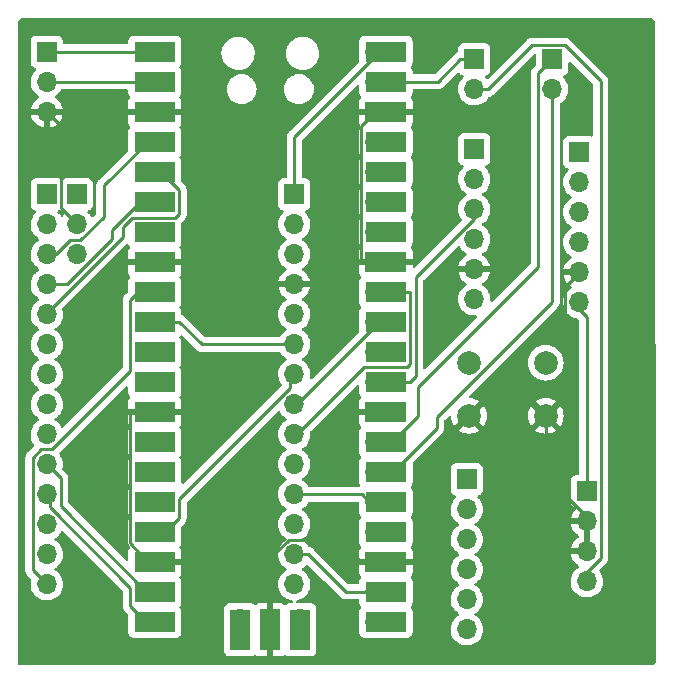
<source format=gtl>
G04 #@! TF.GenerationSoftware,KiCad,Pcbnew,(6.0.0)*
G04 #@! TF.CreationDate,2022-03-22T13:40:09+01:00*
G04 #@! TF.ProjectId,atlas_pipico_v02,61746c61-735f-4706-9970-69636f5f7630,rev?*
G04 #@! TF.SameCoordinates,Original*
G04 #@! TF.FileFunction,Copper,L1,Top*
G04 #@! TF.FilePolarity,Positive*
%FSLAX46Y46*%
G04 Gerber Fmt 4.6, Leading zero omitted, Abs format (unit mm)*
G04 Created by KiCad (PCBNEW (6.0.0)) date 2022-03-22 13:40:09*
%MOMM*%
%LPD*%
G01*
G04 APERTURE LIST*
G04 #@! TA.AperFunction,ComponentPad*
%ADD10R,1.700000X1.700000*%
G04 #@! TD*
G04 #@! TA.AperFunction,ComponentPad*
%ADD11O,1.700000X1.700000*%
G04 #@! TD*
G04 #@! TA.AperFunction,SMDPad,CuDef*
%ADD12R,3.500000X1.700000*%
G04 #@! TD*
G04 #@! TA.AperFunction,SMDPad,CuDef*
%ADD13R,1.700000X3.500000*%
G04 #@! TD*
G04 #@! TA.AperFunction,ComponentPad*
%ADD14C,2.000000*%
G04 #@! TD*
G04 #@! TA.AperFunction,Conductor*
%ADD15C,0.250000*%
G04 #@! TD*
G04 APERTURE END LIST*
D10*
X179070000Y-87884000D03*
D11*
X179070000Y-90424000D03*
X179070000Y-92964000D03*
X179070000Y-95504000D03*
X179070000Y-98044000D03*
X179070000Y-100584000D03*
D10*
X133985000Y-91440000D03*
D11*
X133985000Y-93980000D03*
X133985000Y-96520000D03*
X133985000Y-99060000D03*
X133985000Y-101600000D03*
X133985000Y-104140000D03*
X133985000Y-106680000D03*
X133985000Y-109220000D03*
X133985000Y-111760000D03*
X133985000Y-114300000D03*
X133985000Y-116840000D03*
X133985000Y-119380000D03*
X133985000Y-121920000D03*
X133985000Y-124460000D03*
D12*
X143118000Y-79375000D03*
D11*
X144018000Y-79375000D03*
D12*
X143118000Y-81915000D03*
D11*
X144018000Y-81915000D03*
D12*
X143118000Y-84455000D03*
D10*
X144018000Y-84455000D03*
D12*
X143118000Y-86995000D03*
D11*
X144018000Y-86995000D03*
D12*
X143118000Y-89535000D03*
D11*
X144018000Y-89535000D03*
D12*
X143118000Y-92075000D03*
D11*
X144018000Y-92075000D03*
X144018000Y-94615000D03*
D12*
X143118000Y-94615000D03*
D10*
X144018000Y-97155000D03*
D12*
X143118000Y-97155000D03*
D11*
X144018000Y-99695000D03*
D12*
X143118000Y-99695000D03*
D11*
X144018000Y-102235000D03*
D12*
X143118000Y-102235000D03*
D11*
X144018000Y-104775000D03*
D12*
X143118000Y-104775000D03*
D11*
X144018000Y-107315000D03*
D12*
X143118000Y-107315000D03*
D10*
X144018000Y-109855000D03*
D12*
X143118000Y-109855000D03*
X143118000Y-112395000D03*
D11*
X144018000Y-112395000D03*
D12*
X143118000Y-114935000D03*
D11*
X144018000Y-114935000D03*
D12*
X143118000Y-117475000D03*
D11*
X144018000Y-117475000D03*
X144018000Y-120015000D03*
D12*
X143118000Y-120015000D03*
X143118000Y-122555000D03*
D10*
X144018000Y-122555000D03*
D11*
X144018000Y-125095000D03*
D12*
X143118000Y-125095000D03*
D11*
X144018000Y-127635000D03*
D12*
X143118000Y-127635000D03*
D11*
X161798000Y-127635000D03*
D12*
X162698000Y-127635000D03*
X162698000Y-125095000D03*
D11*
X161798000Y-125095000D03*
D12*
X162698000Y-122555000D03*
D10*
X161798000Y-122555000D03*
D11*
X161798000Y-120015000D03*
D12*
X162698000Y-120015000D03*
X162698000Y-117475000D03*
D11*
X161798000Y-117475000D03*
D12*
X162698000Y-114935000D03*
D11*
X161798000Y-114935000D03*
D12*
X162698000Y-112395000D03*
D11*
X161798000Y-112395000D03*
D12*
X162698000Y-109855000D03*
D10*
X161798000Y-109855000D03*
D11*
X161798000Y-107315000D03*
D12*
X162698000Y-107315000D03*
D11*
X161798000Y-104775000D03*
D12*
X162698000Y-104775000D03*
X162698000Y-102235000D03*
D11*
X161798000Y-102235000D03*
X161798000Y-99695000D03*
D12*
X162698000Y-99695000D03*
X162698000Y-97155000D03*
D10*
X161798000Y-97155000D03*
D11*
X161798000Y-94615000D03*
D12*
X162698000Y-94615000D03*
X162698000Y-92075000D03*
D11*
X161798000Y-92075000D03*
D12*
X162698000Y-89535000D03*
D11*
X161798000Y-89535000D03*
D12*
X162698000Y-86995000D03*
D11*
X161798000Y-86995000D03*
D12*
X162698000Y-84455000D03*
D10*
X161798000Y-84455000D03*
D11*
X161798000Y-81915000D03*
D12*
X162698000Y-81915000D03*
X162698000Y-79375000D03*
D11*
X161798000Y-79375000D03*
X150368000Y-127405000D03*
D13*
X150368000Y-128305000D03*
X152908000Y-128305000D03*
D10*
X152908000Y-127405000D03*
D13*
X155448000Y-128305000D03*
D11*
X155448000Y-127405000D03*
D10*
X154940000Y-91440000D03*
D11*
X154940000Y-93980000D03*
X154940000Y-96520000D03*
X154940000Y-99060000D03*
X154940000Y-101600000D03*
X154940000Y-104140000D03*
X154940000Y-106680000D03*
X154940000Y-109220000D03*
X154940000Y-111760000D03*
X154940000Y-114300000D03*
X154940000Y-116840000D03*
X154940000Y-119380000D03*
X154940000Y-121920000D03*
X154940000Y-124460000D03*
D10*
X170180000Y-80010000D03*
D11*
X170180000Y-82550000D03*
D10*
X169545000Y-115570000D03*
D11*
X169545000Y-118110000D03*
X169545000Y-120650000D03*
X169545000Y-123190000D03*
X169545000Y-125730000D03*
X169545000Y-128270000D03*
D10*
X136525000Y-91440000D03*
D11*
X136525000Y-93980000D03*
X136525000Y-96520000D03*
D14*
X176224000Y-105700000D03*
X169724000Y-105700000D03*
X169724000Y-110200000D03*
X176224000Y-110200000D03*
D10*
X176784000Y-80005000D03*
D11*
X176784000Y-82545000D03*
D10*
X179705000Y-116586000D03*
D11*
X179705000Y-119126000D03*
X179705000Y-121666000D03*
X179705000Y-124206000D03*
D10*
X133985000Y-79375000D03*
D11*
X133985000Y-81915000D03*
X133985000Y-84455000D03*
D10*
X170180000Y-87630000D03*
D11*
X170180000Y-90170000D03*
X170180000Y-92710000D03*
X170180000Y-95250000D03*
X170180000Y-97790000D03*
X170180000Y-100330000D03*
D15*
X132809700Y-123284700D02*
X133985000Y-124460000D01*
X132809700Y-113741600D02*
X132809700Y-123284700D01*
X141042700Y-106423700D02*
X134436400Y-113030000D01*
X141042700Y-101061278D02*
X141042700Y-106423700D01*
X133521300Y-113030000D02*
X132809700Y-113741600D01*
X141043489Y-101060489D02*
X141042700Y-101061278D01*
X134436400Y-113030000D02*
X133521300Y-113030000D01*
X141043489Y-100383511D02*
X141043489Y-101060489D01*
X141732000Y-99695000D02*
X141043489Y-100383511D01*
X144018000Y-99695000D02*
X141732000Y-99695000D01*
X135159511Y-117845533D02*
X142408978Y-125095000D01*
X135159511Y-115474511D02*
X135159511Y-117845533D01*
X133985000Y-114300000D02*
X135159511Y-115474511D01*
X142408978Y-125095000D02*
X144018000Y-125095000D01*
X135160300Y-85630300D02*
X133985000Y-84455000D01*
X135160300Y-92615300D02*
X135160300Y-85630300D01*
X136525000Y-93980000D02*
X135160300Y-92615300D01*
X135968200Y-95344700D02*
X134792900Y-96520000D01*
X136827300Y-95344700D02*
X135968200Y-95344700D01*
X138819000Y-93353000D02*
X136827300Y-95344700D01*
X138819000Y-90697500D02*
X138819000Y-93353000D01*
X142521500Y-86995000D02*
X138819000Y-90697500D01*
X144018000Y-86995000D02*
X142521500Y-86995000D01*
X134792900Y-96520000D02*
X133985000Y-96520000D01*
X139530900Y-95248400D02*
X135719300Y-99060000D01*
X135719300Y-99060000D02*
X133985000Y-99060000D01*
X139530900Y-94448200D02*
X139530900Y-95248400D01*
X144018000Y-92075000D02*
X141904100Y-92075000D01*
X141904100Y-92075000D02*
X139530900Y-94448200D01*
X145193300Y-93118500D02*
X145193300Y-91077500D01*
X140430300Y-95033600D02*
X140430300Y-94185700D01*
X141176400Y-93439600D02*
X144872200Y-93439600D01*
X140430300Y-94185700D02*
X141176400Y-93439600D01*
X133985000Y-101600000D02*
X133985000Y-101478900D01*
X133985000Y-101478900D02*
X140430300Y-95033600D01*
X144872200Y-93439600D02*
X145193300Y-93118500D01*
X144018000Y-89902200D02*
X144018000Y-89535000D01*
X145193300Y-91077500D02*
X144018000Y-89902200D01*
X134239000Y-117952600D02*
X141042700Y-124756300D01*
X141042700Y-126268722D02*
X142408978Y-127635000D01*
X142408978Y-127635000D02*
X144018000Y-127635000D01*
X141042700Y-124756300D02*
X141042700Y-126268722D01*
X134239000Y-117094000D02*
X134239000Y-117952600D01*
X133985000Y-116840000D02*
X134239000Y-117094000D01*
X176784000Y-82545000D02*
X176784000Y-100527600D01*
X176784000Y-100527600D02*
X166999100Y-110312500D01*
X166999100Y-110312500D02*
X166999100Y-111228900D01*
X166999100Y-111228900D02*
X163293000Y-114935000D01*
X163293000Y-114935000D02*
X161798000Y-114935000D01*
X161798000Y-97155000D02*
X160601000Y-97155000D01*
X154454100Y-120714100D02*
X152908000Y-122260200D01*
X160601000Y-97155000D02*
X158020300Y-97155000D01*
X178689000Y-98475800D02*
X177894700Y-99270100D01*
X144018000Y-109855000D02*
X141042700Y-109855000D01*
X154940000Y-99060000D02*
X156115300Y-99060000D01*
X179070000Y-98044000D02*
X178689000Y-98425000D01*
X152908000Y-122260200D02*
X152908000Y-127405000D01*
X158020300Y-97155000D02*
X156115300Y-99060000D01*
X176224000Y-115277700D02*
X176224000Y-110200000D01*
X179171600Y-118211600D02*
X179157900Y-118211600D01*
X178689000Y-98425000D02*
X178689000Y-98475800D01*
X160622700Y-122555000D02*
X158781800Y-120714100D01*
X141042700Y-120999800D02*
X141042700Y-109855000D01*
X144018000Y-122555000D02*
X142597900Y-122555000D01*
X179705000Y-121666000D02*
X179705000Y-119126000D01*
X179157900Y-118211600D02*
X176224000Y-115277700D01*
X160601000Y-85652000D02*
X160601000Y-97155000D01*
X177894700Y-99270100D02*
X177894700Y-108529300D01*
X179705000Y-119126000D02*
X179705000Y-118745000D01*
X161798000Y-84455000D02*
X160601000Y-85652000D01*
X158781800Y-120714100D02*
X154454100Y-120714100D01*
X142597900Y-122555000D02*
X141042700Y-120999800D01*
X179705000Y-118745000D02*
X179171600Y-118211600D01*
X161798000Y-122555000D02*
X160622700Y-122555000D01*
X177894700Y-108529300D02*
X176224000Y-110200000D01*
X165415000Y-110229800D02*
X163249800Y-112395000D01*
X176784000Y-80005000D02*
X175608700Y-81180300D01*
X175608700Y-97571700D02*
X165415000Y-107765400D01*
X165415000Y-107765400D02*
X165415000Y-110229800D01*
X163249800Y-112395000D02*
X161798000Y-112395000D01*
X175608700Y-81180300D02*
X175608700Y-97571700D01*
X180880300Y-81867600D02*
X180880300Y-122222800D01*
X179705000Y-123398100D02*
X179705000Y-124206000D01*
X161798000Y-79742300D02*
X154940000Y-86600300D01*
X180880300Y-122222800D02*
X179705000Y-123398100D01*
X154940000Y-86600300D02*
X154940000Y-91440000D01*
X171355300Y-82550000D02*
X175075700Y-78829600D01*
X175075700Y-78829600D02*
X177842300Y-78829600D01*
X177842300Y-78829600D02*
X180880300Y-81867600D01*
X170180000Y-82550000D02*
X171355300Y-82550000D01*
X161798000Y-79375000D02*
X161798000Y-79742300D01*
X179070000Y-101193600D02*
X179070000Y-100584000D01*
X179705000Y-101828600D02*
X179070000Y-101193600D01*
X179705000Y-116586000D02*
X179705000Y-101828600D01*
X147098300Y-104140000D02*
X145193300Y-102235000D01*
X144018000Y-102235000D02*
X145193300Y-102235000D01*
X154940000Y-104140000D02*
X147098300Y-104140000D01*
X145193300Y-117234700D02*
X154572700Y-107855300D01*
X154609800Y-107855300D02*
X154609800Y-107010200D01*
X154609800Y-107010200D02*
X154940000Y-106680000D01*
X144018000Y-120015000D02*
X145193300Y-118839700D01*
X154572700Y-107855300D02*
X154609800Y-107855300D01*
X145193300Y-118839700D02*
X145193300Y-117234700D01*
X155185700Y-109220000D02*
X161798000Y-102607700D01*
X161798000Y-102607700D02*
X161798000Y-102235000D01*
X154940000Y-109220000D02*
X155185700Y-109220000D01*
X160875400Y-106045000D02*
X164515900Y-106045000D01*
X164773300Y-105787600D02*
X164773300Y-99695000D01*
X155160400Y-111760000D02*
X160875400Y-106045000D01*
X164515900Y-106045000D02*
X164773300Y-105787600D01*
X164773300Y-99695000D02*
X161798000Y-99695000D01*
X154940000Y-111760000D02*
X155160400Y-111760000D01*
X160667600Y-116840000D02*
X160719200Y-116891600D01*
X161302500Y-117475000D02*
X161798000Y-117475000D01*
X154940000Y-116840000D02*
X160667600Y-116840000D01*
X160719200Y-116891600D02*
X160719200Y-116891700D01*
X160719200Y-116891700D02*
X161302500Y-117475000D01*
X159290300Y-125095000D02*
X161798000Y-125095000D01*
X154940000Y-121920000D02*
X156115300Y-121920000D01*
X156115300Y-121920000D02*
X159290300Y-125095000D01*
X133985000Y-79375000D02*
X144018000Y-79375000D01*
X133985000Y-81915000D02*
X144018000Y-81915000D01*
X170180000Y-92710000D02*
X170180000Y-93517900D01*
X165223600Y-98474300D02*
X165223600Y-106864700D01*
X170180000Y-93517900D02*
X165223600Y-98474300D01*
X164773300Y-107315000D02*
X161798000Y-107315000D01*
X165223600Y-106864700D02*
X164773300Y-107315000D01*
X167099700Y-81915000D02*
X161798000Y-81915000D01*
X169004700Y-80010000D02*
X167099700Y-81915000D01*
X170180000Y-80010000D02*
X169004700Y-80010000D01*
G04 #@! TA.AperFunction,Conductor*
G36*
X184970055Y-76509500D02*
G01*
X184984856Y-76511805D01*
X184984859Y-76511805D01*
X184993728Y-76513186D01*
X185002630Y-76512022D01*
X185002632Y-76512022D01*
X185002690Y-76512014D01*
X185002729Y-76512009D01*
X185033167Y-76511738D01*
X185095374Y-76518747D01*
X185122882Y-76525026D01*
X185200069Y-76552035D01*
X185225490Y-76564277D01*
X185294737Y-76607788D01*
X185316796Y-76625380D01*
X185374620Y-76683204D01*
X185392212Y-76705263D01*
X185435723Y-76774510D01*
X185447965Y-76799931D01*
X185474974Y-76877119D01*
X185481253Y-76904624D01*
X185487522Y-76960255D01*
X185488305Y-76975904D01*
X185488196Y-76984858D01*
X185486814Y-76993732D01*
X185490980Y-77025587D01*
X185492042Y-77041787D01*
X185546949Y-130887872D01*
X185545449Y-130907384D01*
X185541814Y-130930731D01*
X185542978Y-130939635D01*
X185542869Y-130948606D01*
X185542531Y-130948602D01*
X185542460Y-130970014D01*
X185535142Y-131023242D01*
X185525877Y-131056293D01*
X185498088Y-131120243D01*
X185480248Y-131149565D01*
X185473946Y-131157308D01*
X185436229Y-131203643D01*
X185411135Y-131227063D01*
X185354155Y-131267253D01*
X185323669Y-131283034D01*
X185257958Y-131306352D01*
X185224346Y-131313318D01*
X185219366Y-131313656D01*
X185173704Y-131316752D01*
X185154967Y-131316626D01*
X185152864Y-131316455D01*
X185144106Y-131314465D01*
X185135145Y-131315013D01*
X185135144Y-131315013D01*
X185090155Y-131317765D01*
X185082462Y-131318000D01*
X131748327Y-131318000D01*
X131728942Y-131316500D01*
X131714141Y-131314195D01*
X131714138Y-131314195D01*
X131705269Y-131312814D01*
X131699148Y-131313615D01*
X131632626Y-131293197D01*
X131586791Y-131238978D01*
X131578223Y-131197137D01*
X131577186Y-131197273D01*
X131577168Y-131197137D01*
X131573013Y-131165363D01*
X131571950Y-131149182D01*
X131571950Y-131148621D01*
X131551369Y-113721543D01*
X132171480Y-113721543D01*
X132172226Y-113729435D01*
X132175641Y-113765561D01*
X132176200Y-113777419D01*
X132176200Y-123205933D01*
X132175673Y-123217116D01*
X132173998Y-123224609D01*
X132174247Y-123232535D01*
X132174247Y-123232536D01*
X132176138Y-123292686D01*
X132176200Y-123296645D01*
X132176200Y-123324556D01*
X132176697Y-123328490D01*
X132176697Y-123328491D01*
X132176705Y-123328556D01*
X132177638Y-123340393D01*
X132179027Y-123384589D01*
X132184678Y-123404039D01*
X132188687Y-123423400D01*
X132191226Y-123443497D01*
X132194145Y-123450868D01*
X132194145Y-123450870D01*
X132207504Y-123484612D01*
X132211349Y-123495842D01*
X132220808Y-123528401D01*
X132223682Y-123538293D01*
X132227715Y-123545112D01*
X132227717Y-123545117D01*
X132233993Y-123555728D01*
X132242688Y-123573476D01*
X132250148Y-123592317D01*
X132254810Y-123598733D01*
X132254810Y-123598734D01*
X132276136Y-123628087D01*
X132282652Y-123638007D01*
X132305158Y-123676062D01*
X132319479Y-123690383D01*
X132332319Y-123705416D01*
X132344228Y-123721807D01*
X132361989Y-123736500D01*
X132378305Y-123749998D01*
X132387084Y-123757988D01*
X132634778Y-124005682D01*
X132668804Y-124067994D01*
X132667100Y-124128448D01*
X132645989Y-124204570D01*
X132645441Y-124209700D01*
X132645440Y-124209704D01*
X132641933Y-124242522D01*
X132622251Y-124426695D01*
X132622548Y-124431848D01*
X132622548Y-124431851D01*
X132628011Y-124526590D01*
X132635110Y-124649715D01*
X132636247Y-124654761D01*
X132636248Y-124654767D01*
X132656119Y-124742939D01*
X132684222Y-124867639D01*
X132768266Y-125074616D01*
X132819019Y-125157438D01*
X132874009Y-125247173D01*
X132884987Y-125265088D01*
X133031250Y-125433938D01*
X133125905Y-125512522D01*
X133192204Y-125567564D01*
X133203126Y-125576632D01*
X133396000Y-125689338D01*
X133400825Y-125691180D01*
X133400826Y-125691181D01*
X133428768Y-125701851D01*
X133604692Y-125769030D01*
X133609760Y-125770061D01*
X133609763Y-125770062D01*
X133717017Y-125791883D01*
X133823597Y-125813567D01*
X133828772Y-125813757D01*
X133828774Y-125813757D01*
X134041673Y-125821564D01*
X134041677Y-125821564D01*
X134046837Y-125821753D01*
X134051957Y-125821097D01*
X134051959Y-125821097D01*
X134263288Y-125794025D01*
X134263289Y-125794025D01*
X134268416Y-125793368D01*
X134273366Y-125791883D01*
X134477429Y-125730661D01*
X134477434Y-125730659D01*
X134482384Y-125729174D01*
X134682994Y-125630896D01*
X134864860Y-125501173D01*
X134930926Y-125435338D01*
X134989572Y-125376896D01*
X135023096Y-125343489D01*
X135082594Y-125260689D01*
X135150435Y-125166277D01*
X135153453Y-125162077D01*
X135186605Y-125095000D01*
X135250136Y-124966453D01*
X135250137Y-124966451D01*
X135252430Y-124961811D01*
X135293990Y-124825020D01*
X135315865Y-124753023D01*
X135315865Y-124753021D01*
X135317370Y-124748069D01*
X135346529Y-124526590D01*
X135348156Y-124460000D01*
X135329852Y-124237361D01*
X135275431Y-124020702D01*
X135186354Y-123815840D01*
X135102911Y-123686857D01*
X135067822Y-123632617D01*
X135067820Y-123632614D01*
X135065014Y-123628277D01*
X134914670Y-123463051D01*
X134910619Y-123459852D01*
X134910615Y-123459848D01*
X134743414Y-123327800D01*
X134743410Y-123327798D01*
X134739359Y-123324598D01*
X134698053Y-123301796D01*
X134648084Y-123251364D01*
X134633312Y-123181921D01*
X134658428Y-123115516D01*
X134685780Y-123088909D01*
X134736814Y-123052507D01*
X134864860Y-122961173D01*
X134876718Y-122949357D01*
X135013075Y-122813475D01*
X135023096Y-122803489D01*
X135040754Y-122778916D01*
X135150435Y-122626277D01*
X135153453Y-122622077D01*
X135190143Y-122547841D01*
X135250136Y-122426453D01*
X135250137Y-122426451D01*
X135252430Y-122421811D01*
X135317370Y-122208069D01*
X135346529Y-121986590D01*
X135348156Y-121920000D01*
X135329852Y-121697361D01*
X135275431Y-121480702D01*
X135186354Y-121275840D01*
X135084819Y-121118891D01*
X135067822Y-121092617D01*
X135067820Y-121092614D01*
X135065014Y-121088277D01*
X134914670Y-120923051D01*
X134910619Y-120919852D01*
X134910615Y-120919848D01*
X134743414Y-120787800D01*
X134743410Y-120787798D01*
X134739359Y-120784598D01*
X134698053Y-120761796D01*
X134648084Y-120711364D01*
X134633312Y-120641921D01*
X134658428Y-120575516D01*
X134685780Y-120548909D01*
X134731866Y-120516036D01*
X134864860Y-120421173D01*
X135023096Y-120263489D01*
X135040754Y-120238916D01*
X135150435Y-120086277D01*
X135153453Y-120082077D01*
X135181171Y-120025994D01*
X135229285Y-119973788D01*
X135297987Y-119955881D01*
X135365463Y-119977960D01*
X135383223Y-119992727D01*
X137887108Y-122496613D01*
X140372295Y-124981800D01*
X140406321Y-125044112D01*
X140409200Y-125070895D01*
X140409200Y-126189955D01*
X140408673Y-126201138D01*
X140406998Y-126208631D01*
X140407247Y-126216557D01*
X140407247Y-126216558D01*
X140409138Y-126276708D01*
X140409200Y-126280667D01*
X140409200Y-126308578D01*
X140409697Y-126312512D01*
X140409697Y-126312513D01*
X140409705Y-126312578D01*
X140410638Y-126324415D01*
X140412027Y-126368611D01*
X140417678Y-126388061D01*
X140421687Y-126407422D01*
X140424226Y-126427519D01*
X140427145Y-126434890D01*
X140427145Y-126434892D01*
X140440504Y-126468634D01*
X140444349Y-126479864D01*
X140456682Y-126522315D01*
X140460715Y-126529134D01*
X140460717Y-126529139D01*
X140466993Y-126539750D01*
X140475688Y-126557498D01*
X140483148Y-126576339D01*
X140487810Y-126582755D01*
X140487810Y-126582756D01*
X140509136Y-126612109D01*
X140515652Y-126622029D01*
X140538158Y-126660084D01*
X140552479Y-126674405D01*
X140565319Y-126689438D01*
X140577228Y-126705829D01*
X140583334Y-126710880D01*
X140611305Y-126734020D01*
X140620084Y-126742010D01*
X140822595Y-126944521D01*
X140856621Y-127006833D01*
X140859500Y-127033616D01*
X140859500Y-128533134D01*
X140866255Y-128595316D01*
X140917385Y-128731705D01*
X141004739Y-128848261D01*
X141121295Y-128935615D01*
X141257684Y-128986745D01*
X141319866Y-128993500D01*
X143988826Y-128993500D01*
X143993443Y-128993585D01*
X144074673Y-128996564D01*
X144074677Y-128996564D01*
X144079837Y-128996753D01*
X144084957Y-128996097D01*
X144084959Y-128996097D01*
X144097261Y-128994521D01*
X144113271Y-128993500D01*
X144916134Y-128993500D01*
X144978316Y-128986745D01*
X145114705Y-128935615D01*
X145231261Y-128848261D01*
X145318615Y-128731705D01*
X145369745Y-128595316D01*
X145376500Y-128533134D01*
X145376500Y-127732856D01*
X145377578Y-127716409D01*
X145379092Y-127704908D01*
X145379529Y-127701590D01*
X145381156Y-127635000D01*
X145376924Y-127583524D01*
X145376500Y-127573200D01*
X145376500Y-127371695D01*
X149005251Y-127371695D01*
X149005548Y-127376848D01*
X149005548Y-127376851D01*
X149009291Y-127441763D01*
X149009500Y-127449016D01*
X149009500Y-130103134D01*
X149016255Y-130165316D01*
X149067385Y-130301705D01*
X149154739Y-130418261D01*
X149271295Y-130505615D01*
X149407684Y-130556745D01*
X149469866Y-130563500D01*
X151266134Y-130563500D01*
X151328316Y-130556745D01*
X151464705Y-130505615D01*
X151562851Y-130432058D01*
X151629358Y-130407210D01*
X151698741Y-130422263D01*
X151713982Y-130432058D01*
X151804351Y-130499786D01*
X151819946Y-130508324D01*
X151940394Y-130553478D01*
X151955649Y-130557105D01*
X152006514Y-130562631D01*
X152013328Y-130563000D01*
X152635885Y-130563000D01*
X152651124Y-130558525D01*
X152652329Y-130557135D01*
X152654000Y-130549452D01*
X152654000Y-126065116D01*
X152649525Y-126049877D01*
X152648135Y-126048672D01*
X152640452Y-126047001D01*
X152013331Y-126047001D01*
X152006510Y-126047371D01*
X151955648Y-126052895D01*
X151940396Y-126056521D01*
X151819946Y-126101676D01*
X151804351Y-126110214D01*
X151713982Y-126177942D01*
X151647475Y-126202790D01*
X151578093Y-126187737D01*
X151562852Y-126177942D01*
X151531677Y-126154578D01*
X151464705Y-126104385D01*
X151328316Y-126053255D01*
X151266134Y-126046500D01*
X150382985Y-126046500D01*
X150381446Y-126046491D01*
X150278081Y-126045228D01*
X150278079Y-126045228D01*
X150272911Y-126045165D01*
X150267797Y-126045948D01*
X150264289Y-126046193D01*
X150255496Y-126046500D01*
X149469866Y-126046500D01*
X149407684Y-126053255D01*
X149271295Y-126104385D01*
X149154739Y-126191739D01*
X149067385Y-126308295D01*
X149016255Y-126444684D01*
X149009500Y-126506866D01*
X149009500Y-127325219D01*
X149008787Y-127338607D01*
X149005251Y-127371695D01*
X145376500Y-127371695D01*
X145376500Y-126736866D01*
X145369745Y-126674684D01*
X145318615Y-126538295D01*
X145245370Y-126440564D01*
X145220522Y-126374059D01*
X145235575Y-126304676D01*
X145245370Y-126289435D01*
X145318615Y-126191705D01*
X145369745Y-126055316D01*
X145376500Y-125993134D01*
X145376500Y-125192856D01*
X145377578Y-125176409D01*
X145379092Y-125164908D01*
X145379529Y-125161590D01*
X145379611Y-125158240D01*
X145381074Y-125098365D01*
X145381074Y-125098361D01*
X145381156Y-125095000D01*
X145376924Y-125043524D01*
X145376500Y-125033200D01*
X145376500Y-124196866D01*
X145369745Y-124134684D01*
X145318615Y-123998295D01*
X145245058Y-123900148D01*
X145220210Y-123833642D01*
X145235263Y-123764259D01*
X145245058Y-123749018D01*
X145312786Y-123658649D01*
X145321324Y-123643054D01*
X145366478Y-123522606D01*
X145370105Y-123507351D01*
X145375631Y-123456486D01*
X145376000Y-123449672D01*
X145376000Y-122827115D01*
X145371525Y-122811876D01*
X145370135Y-122810671D01*
X145362452Y-122809000D01*
X142746000Y-122809000D01*
X142677879Y-122788998D01*
X142631386Y-122735342D01*
X142620000Y-122683000D01*
X142620000Y-122427000D01*
X142640002Y-122358879D01*
X142693658Y-122312386D01*
X142746000Y-122301000D01*
X145357884Y-122301000D01*
X145373123Y-122296525D01*
X145374328Y-122295135D01*
X145375999Y-122287452D01*
X145375999Y-121660331D01*
X145375629Y-121653510D01*
X145370105Y-121602648D01*
X145366479Y-121587396D01*
X145321324Y-121466946D01*
X145312786Y-121451351D01*
X145245058Y-121360982D01*
X145220210Y-121294475D01*
X145235263Y-121225093D01*
X145245058Y-121209852D01*
X145313229Y-121118891D01*
X145318615Y-121111705D01*
X145369745Y-120975316D01*
X145376500Y-120913134D01*
X145376500Y-120112856D01*
X145377578Y-120096409D01*
X145379092Y-120084908D01*
X145379529Y-120081590D01*
X145379630Y-120077442D01*
X145381074Y-120018365D01*
X145381074Y-120018361D01*
X145381156Y-120015000D01*
X145376924Y-119963524D01*
X145376500Y-119953200D01*
X145376500Y-119604594D01*
X145396502Y-119536473D01*
X145413405Y-119515499D01*
X145585547Y-119343357D01*
X145593837Y-119335813D01*
X145600318Y-119331700D01*
X145646959Y-119282032D01*
X145649713Y-119279191D01*
X145669434Y-119259470D01*
X145671858Y-119256345D01*
X145671865Y-119256337D01*
X145671911Y-119256277D01*
X145679620Y-119247251D01*
X145683203Y-119243435D01*
X145709886Y-119215021D01*
X145719646Y-119197268D01*
X145730499Y-119180745D01*
X145738053Y-119171006D01*
X145742913Y-119164741D01*
X145760476Y-119124157D01*
X145765683Y-119113527D01*
X145786995Y-119074760D01*
X145788966Y-119067083D01*
X145788968Y-119067078D01*
X145792032Y-119055142D01*
X145798438Y-119036430D01*
X145803333Y-119025119D01*
X145806481Y-119017845D01*
X145807721Y-119010017D01*
X145807723Y-119010010D01*
X145813399Y-118974176D01*
X145815805Y-118962556D01*
X145824828Y-118927411D01*
X145824828Y-118927410D01*
X145826800Y-118919730D01*
X145826800Y-118899476D01*
X145828351Y-118879765D01*
X145830280Y-118867586D01*
X145831520Y-118859757D01*
X145827359Y-118815738D01*
X145826800Y-118803881D01*
X145826800Y-117549294D01*
X145846802Y-117481173D01*
X145863705Y-117460199D01*
X153521976Y-109801928D01*
X153584288Y-109767902D01*
X153655103Y-109772967D01*
X153711939Y-109815514D01*
X153722278Y-109832183D01*
X153723266Y-109834616D01*
X153790375Y-109944128D01*
X153814196Y-109983000D01*
X153839987Y-110025088D01*
X153986250Y-110193938D01*
X154158126Y-110336632D01*
X154205433Y-110364276D01*
X154231445Y-110379476D01*
X154280169Y-110431114D01*
X154293240Y-110500897D01*
X154266509Y-110566669D01*
X154226055Y-110600027D01*
X154213607Y-110606507D01*
X154209474Y-110609610D01*
X154209471Y-110609612D01*
X154044525Y-110733457D01*
X154034965Y-110740635D01*
X154019814Y-110756490D01*
X153899718Y-110882163D01*
X153880629Y-110902138D01*
X153877715Y-110906410D01*
X153877714Y-110906411D01*
X153865404Y-110924457D01*
X153754743Y-111086680D01*
X153739007Y-111120581D01*
X153665584Y-111278758D01*
X153660688Y-111289305D01*
X153600989Y-111504570D01*
X153577251Y-111726695D01*
X153577548Y-111731848D01*
X153577548Y-111731851D01*
X153583011Y-111826590D01*
X153590110Y-111949715D01*
X153591247Y-111954761D01*
X153591248Y-111954767D01*
X153611119Y-112042939D01*
X153639222Y-112167639D01*
X153723266Y-112374616D01*
X153839987Y-112565088D01*
X153986250Y-112733938D01*
X154158126Y-112876632D01*
X154228595Y-112917811D01*
X154231445Y-112919476D01*
X154280169Y-112971114D01*
X154293240Y-113040897D01*
X154266509Y-113106669D01*
X154226055Y-113140027D01*
X154213607Y-113146507D01*
X154209474Y-113149610D01*
X154209471Y-113149612D01*
X154039100Y-113277530D01*
X154034965Y-113280635D01*
X154014459Y-113302093D01*
X153898123Y-113423832D01*
X153880629Y-113442138D01*
X153877715Y-113446410D01*
X153877714Y-113446411D01*
X153852552Y-113483297D01*
X153754743Y-113626680D01*
X153729146Y-113681824D01*
X153684773Y-113777419D01*
X153660688Y-113829305D01*
X153600989Y-114044570D01*
X153577251Y-114266695D01*
X153577548Y-114271848D01*
X153577548Y-114271851D01*
X153582857Y-114363919D01*
X153590110Y-114489715D01*
X153591247Y-114494761D01*
X153591248Y-114494767D01*
X153611119Y-114582939D01*
X153639222Y-114707639D01*
X153723266Y-114914616D01*
X153758286Y-114971763D01*
X153802440Y-115043816D01*
X153839987Y-115105088D01*
X153986250Y-115273938D01*
X154158126Y-115416632D01*
X154188969Y-115434655D01*
X154231445Y-115459476D01*
X154280169Y-115511114D01*
X154293240Y-115580897D01*
X154266509Y-115646669D01*
X154226055Y-115680027D01*
X154213607Y-115686507D01*
X154209474Y-115689610D01*
X154209471Y-115689612D01*
X154185247Y-115707800D01*
X154034965Y-115820635D01*
X153880629Y-115982138D01*
X153754743Y-116166680D01*
X153660688Y-116369305D01*
X153600989Y-116584570D01*
X153577251Y-116806695D01*
X153577548Y-116811848D01*
X153577548Y-116811851D01*
X153586932Y-116974598D01*
X153590110Y-117029715D01*
X153591247Y-117034761D01*
X153591248Y-117034767D01*
X153615304Y-117141508D01*
X153639222Y-117247639D01*
X153723266Y-117454616D01*
X153839987Y-117645088D01*
X153986250Y-117813938D01*
X154158126Y-117956632D01*
X154186765Y-117973367D01*
X154231445Y-117999476D01*
X154280169Y-118051114D01*
X154293240Y-118120897D01*
X154266509Y-118186669D01*
X154226055Y-118220027D01*
X154213607Y-118226507D01*
X154209474Y-118229610D01*
X154209471Y-118229612D01*
X154109374Y-118304767D01*
X154034965Y-118360635D01*
X154016605Y-118379848D01*
X153889748Y-118512596D01*
X153880629Y-118522138D01*
X153754743Y-118706680D01*
X153710618Y-118801739D01*
X153668720Y-118892002D01*
X153660688Y-118909305D01*
X153600989Y-119124570D01*
X153577251Y-119346695D01*
X153577548Y-119351848D01*
X153577548Y-119351851D01*
X153583011Y-119446590D01*
X153590110Y-119569715D01*
X153591247Y-119574761D01*
X153591248Y-119574767D01*
X153611119Y-119662939D01*
X153639222Y-119787639D01*
X153723266Y-119994616D01*
X153839987Y-120185088D01*
X153986250Y-120353938D01*
X154158126Y-120496632D01*
X154191332Y-120516036D01*
X154231445Y-120539476D01*
X154280169Y-120591114D01*
X154293240Y-120660897D01*
X154266509Y-120726669D01*
X154226055Y-120760027D01*
X154213607Y-120766507D01*
X154209474Y-120769610D01*
X154209471Y-120769612D01*
X154109374Y-120844767D01*
X154034965Y-120900635D01*
X154016605Y-120919848D01*
X153889748Y-121052596D01*
X153880629Y-121062138D01*
X153754743Y-121246680D01*
X153716011Y-121330121D01*
X153679471Y-121408841D01*
X153660688Y-121449305D01*
X153600989Y-121664570D01*
X153577251Y-121886695D01*
X153577548Y-121891848D01*
X153577548Y-121891851D01*
X153583011Y-121986590D01*
X153590110Y-122109715D01*
X153591247Y-122114761D01*
X153591248Y-122114767D01*
X153610195Y-122198839D01*
X153639222Y-122327639D01*
X153723266Y-122534616D01*
X153762182Y-122598121D01*
X153833683Y-122714800D01*
X153839987Y-122725088D01*
X153986250Y-122893938D01*
X154158126Y-123036632D01*
X154181215Y-123050124D01*
X154231445Y-123079476D01*
X154280169Y-123131114D01*
X154293240Y-123200897D01*
X154266509Y-123266669D01*
X154226055Y-123300027D01*
X154213607Y-123306507D01*
X154209474Y-123309610D01*
X154209471Y-123309612D01*
X154041631Y-123435630D01*
X154034965Y-123440635D01*
X153982208Y-123495842D01*
X153889748Y-123592596D01*
X153880629Y-123602138D01*
X153877715Y-123606410D01*
X153877714Y-123606411D01*
X153830201Y-123676062D01*
X153754743Y-123786680D01*
X153739003Y-123820590D01*
X153676284Y-123955707D01*
X153660688Y-123989305D01*
X153600989Y-124204570D01*
X153577251Y-124426695D01*
X153577548Y-124431848D01*
X153577548Y-124431851D01*
X153583011Y-124526590D01*
X153590110Y-124649715D01*
X153591247Y-124654761D01*
X153591248Y-124654767D01*
X153611119Y-124742939D01*
X153639222Y-124867639D01*
X153723266Y-125074616D01*
X153774019Y-125157438D01*
X153829009Y-125247173D01*
X153839987Y-125265088D01*
X153986250Y-125433938D01*
X154080905Y-125512522D01*
X154147204Y-125567564D01*
X154158126Y-125576632D01*
X154351000Y-125689338D01*
X154355825Y-125691180D01*
X154355826Y-125691181D01*
X154383768Y-125701851D01*
X154559692Y-125769030D01*
X154633383Y-125784023D01*
X154697315Y-125797030D01*
X154760081Y-125830211D01*
X154794943Y-125892059D01*
X154790834Y-125962936D01*
X154749057Y-126020341D01*
X154682878Y-126046046D01*
X154672195Y-126046500D01*
X154549866Y-126046500D01*
X154487684Y-126053255D01*
X154351295Y-126104385D01*
X154284323Y-126154578D01*
X154253148Y-126177942D01*
X154186642Y-126202790D01*
X154117259Y-126187737D01*
X154102018Y-126177942D01*
X154011649Y-126110214D01*
X153996054Y-126101676D01*
X153875606Y-126056522D01*
X153860351Y-126052895D01*
X153809486Y-126047369D01*
X153802672Y-126047000D01*
X153180115Y-126047000D01*
X153164876Y-126051475D01*
X153163671Y-126052865D01*
X153162000Y-126060548D01*
X153162000Y-130544884D01*
X153166475Y-130560123D01*
X153167865Y-130561328D01*
X153175548Y-130562999D01*
X153802669Y-130562999D01*
X153809490Y-130562629D01*
X153860352Y-130557105D01*
X153875604Y-130553479D01*
X153996054Y-130508324D01*
X154011649Y-130499786D01*
X154102018Y-130432058D01*
X154168525Y-130407210D01*
X154237907Y-130422263D01*
X154253148Y-130432058D01*
X154351295Y-130505615D01*
X154487684Y-130556745D01*
X154549866Y-130563500D01*
X156346134Y-130563500D01*
X156408316Y-130556745D01*
X156544705Y-130505615D01*
X156661261Y-130418261D01*
X156748615Y-130301705D01*
X156799745Y-130165316D01*
X156806500Y-130103134D01*
X156806500Y-127502856D01*
X156807578Y-127486409D01*
X156809092Y-127474908D01*
X156809529Y-127471590D01*
X156811156Y-127405000D01*
X156806924Y-127353524D01*
X156806500Y-127343200D01*
X156806500Y-126506866D01*
X156799745Y-126444684D01*
X156748615Y-126308295D01*
X156661261Y-126191739D01*
X156544705Y-126104385D01*
X156408316Y-126053255D01*
X156346134Y-126046500D01*
X155462985Y-126046500D01*
X155461446Y-126046491D01*
X155358081Y-126045228D01*
X155358079Y-126045228D01*
X155352911Y-126045165D01*
X155347797Y-126045948D01*
X155344289Y-126046193D01*
X155335496Y-126046500D01*
X155222619Y-126046500D01*
X155154498Y-126026498D01*
X155108005Y-125972842D01*
X155097901Y-125902568D01*
X155127395Y-125837988D01*
X155187121Y-125799604D01*
X155206609Y-125795521D01*
X155218288Y-125794025D01*
X155218289Y-125794025D01*
X155223416Y-125793368D01*
X155228366Y-125791883D01*
X155432429Y-125730661D01*
X155432434Y-125730659D01*
X155437384Y-125729174D01*
X155637994Y-125630896D01*
X155819860Y-125501173D01*
X155885926Y-125435338D01*
X155944572Y-125376896D01*
X155978096Y-125343489D01*
X156037594Y-125260689D01*
X156105435Y-125166277D01*
X156108453Y-125162077D01*
X156141605Y-125095000D01*
X156205136Y-124966453D01*
X156205137Y-124966451D01*
X156207430Y-124961811D01*
X156248990Y-124825020D01*
X156270865Y-124753023D01*
X156270865Y-124753021D01*
X156272370Y-124748069D01*
X156301529Y-124526590D01*
X156303156Y-124460000D01*
X156284852Y-124237361D01*
X156230431Y-124020702D01*
X156141354Y-123815840D01*
X156057911Y-123686857D01*
X156022822Y-123632617D01*
X156022820Y-123632614D01*
X156020014Y-123628277D01*
X155869670Y-123463051D01*
X155865619Y-123459852D01*
X155865615Y-123459848D01*
X155698414Y-123327800D01*
X155698410Y-123327798D01*
X155694359Y-123324598D01*
X155653053Y-123301796D01*
X155603084Y-123251364D01*
X155588312Y-123181921D01*
X155613428Y-123115516D01*
X155640780Y-123088909D01*
X155691814Y-123052507D01*
X155819860Y-122961173D01*
X155823517Y-122957529D01*
X155823523Y-122957524D01*
X155951506Y-122829988D01*
X156013877Y-122796072D01*
X156084684Y-122801261D01*
X156129540Y-122830144D01*
X157459426Y-124160031D01*
X158786648Y-125487253D01*
X158794188Y-125495539D01*
X158798300Y-125502018D01*
X158804077Y-125507443D01*
X158847951Y-125548643D01*
X158850793Y-125551398D01*
X158870530Y-125571135D01*
X158873727Y-125573615D01*
X158882747Y-125581318D01*
X158914979Y-125611586D01*
X158921925Y-125615405D01*
X158921928Y-125615407D01*
X158932734Y-125621348D01*
X158949253Y-125632199D01*
X158965259Y-125644614D01*
X158972528Y-125647759D01*
X158972532Y-125647762D01*
X159005837Y-125662174D01*
X159016487Y-125667391D01*
X159055240Y-125688695D01*
X159062915Y-125690666D01*
X159062916Y-125690666D01*
X159074862Y-125693733D01*
X159093567Y-125700137D01*
X159112155Y-125708181D01*
X159119978Y-125709420D01*
X159119988Y-125709423D01*
X159155824Y-125715099D01*
X159167444Y-125717505D01*
X159202589Y-125726528D01*
X159210270Y-125728500D01*
X159230524Y-125728500D01*
X159250234Y-125730051D01*
X159270243Y-125733220D01*
X159278135Y-125732474D01*
X159304307Y-125730000D01*
X159314262Y-125729059D01*
X159326119Y-125728500D01*
X160313500Y-125728500D01*
X160381621Y-125748502D01*
X160428114Y-125802158D01*
X160439500Y-125854500D01*
X160439500Y-125993134D01*
X160446255Y-126055316D01*
X160497385Y-126191705D01*
X160570630Y-126289435D01*
X160595478Y-126355941D01*
X160580425Y-126425324D01*
X160570632Y-126440562D01*
X160497385Y-126538295D01*
X160446255Y-126674684D01*
X160439500Y-126736866D01*
X160439500Y-127555219D01*
X160438787Y-127568607D01*
X160435251Y-127601695D01*
X160435548Y-127606848D01*
X160435548Y-127606851D01*
X160439291Y-127671763D01*
X160439500Y-127679016D01*
X160439500Y-128533134D01*
X160446255Y-128595316D01*
X160497385Y-128731705D01*
X160584739Y-128848261D01*
X160701295Y-128935615D01*
X160837684Y-128986745D01*
X160899866Y-128993500D01*
X161768826Y-128993500D01*
X161773443Y-128993585D01*
X161854673Y-128996564D01*
X161854677Y-128996564D01*
X161859837Y-128996753D01*
X161864957Y-128996097D01*
X161864959Y-128996097D01*
X161877261Y-128994521D01*
X161893271Y-128993500D01*
X164496134Y-128993500D01*
X164558316Y-128986745D01*
X164694705Y-128935615D01*
X164811261Y-128848261D01*
X164898615Y-128731705D01*
X164949745Y-128595316D01*
X164956500Y-128533134D01*
X164956500Y-128236695D01*
X168182251Y-128236695D01*
X168182548Y-128241848D01*
X168182548Y-128241851D01*
X168188011Y-128336590D01*
X168195110Y-128459715D01*
X168196247Y-128464761D01*
X168196248Y-128464767D01*
X168210886Y-128529717D01*
X168244222Y-128677639D01*
X168328266Y-128884616D01*
X168330965Y-128889020D01*
X168390851Y-128986745D01*
X168444987Y-129075088D01*
X168591250Y-129243938D01*
X168763126Y-129386632D01*
X168956000Y-129499338D01*
X169164692Y-129579030D01*
X169169760Y-129580061D01*
X169169763Y-129580062D01*
X169277017Y-129601883D01*
X169383597Y-129623567D01*
X169388772Y-129623757D01*
X169388774Y-129623757D01*
X169601673Y-129631564D01*
X169601677Y-129631564D01*
X169606837Y-129631753D01*
X169611957Y-129631097D01*
X169611959Y-129631097D01*
X169823288Y-129604025D01*
X169823289Y-129604025D01*
X169828416Y-129603368D01*
X169833366Y-129601883D01*
X170037429Y-129540661D01*
X170037434Y-129540659D01*
X170042384Y-129539174D01*
X170242994Y-129440896D01*
X170424860Y-129311173D01*
X170583096Y-129153489D01*
X170642594Y-129070689D01*
X170710435Y-128976277D01*
X170713453Y-128972077D01*
X170734136Y-128930229D01*
X170810136Y-128776453D01*
X170810137Y-128776451D01*
X170812430Y-128771811D01*
X170844900Y-128664940D01*
X170875865Y-128563023D01*
X170875865Y-128563021D01*
X170877370Y-128558069D01*
X170906529Y-128336590D01*
X170908156Y-128270000D01*
X170889852Y-128047361D01*
X170835431Y-127830702D01*
X170746354Y-127625840D01*
X170644398Y-127468240D01*
X170627822Y-127442617D01*
X170627820Y-127442614D01*
X170625014Y-127438277D01*
X170474670Y-127273051D01*
X170470619Y-127269852D01*
X170470615Y-127269848D01*
X170303414Y-127137800D01*
X170303410Y-127137798D01*
X170299359Y-127134598D01*
X170258053Y-127111796D01*
X170208084Y-127061364D01*
X170193312Y-126991921D01*
X170218428Y-126925516D01*
X170245780Y-126898909D01*
X170289603Y-126867650D01*
X170424860Y-126771173D01*
X170583096Y-126613489D01*
X170615088Y-126568968D01*
X170710435Y-126436277D01*
X170713453Y-126432077D01*
X170718563Y-126421739D01*
X170810136Y-126236453D01*
X170810137Y-126236451D01*
X170812430Y-126231811D01*
X170863076Y-126065116D01*
X170875865Y-126023023D01*
X170875865Y-126023021D01*
X170877370Y-126018069D01*
X170906529Y-125796590D01*
X170907177Y-125770062D01*
X170908074Y-125733365D01*
X170908074Y-125733361D01*
X170908156Y-125730000D01*
X170889852Y-125507361D01*
X170835431Y-125290702D01*
X170746354Y-125085840D01*
X170695149Y-125006689D01*
X170627822Y-124902617D01*
X170627820Y-124902614D01*
X170625014Y-124898277D01*
X170474670Y-124733051D01*
X170470619Y-124729852D01*
X170470615Y-124729848D01*
X170303414Y-124597800D01*
X170303410Y-124597798D01*
X170299359Y-124594598D01*
X170258053Y-124571796D01*
X170208084Y-124521364D01*
X170193312Y-124451921D01*
X170218428Y-124385516D01*
X170245780Y-124358909D01*
X170289603Y-124327650D01*
X170424860Y-124231173D01*
X170446745Y-124209365D01*
X170579435Y-124077137D01*
X170583096Y-124073489D01*
X170642594Y-123990689D01*
X170710435Y-123896277D01*
X170713453Y-123892077D01*
X170718563Y-123881739D01*
X170810136Y-123696453D01*
X170810137Y-123696451D01*
X170812430Y-123691811D01*
X170856999Y-123545117D01*
X170875865Y-123483023D01*
X170875865Y-123483021D01*
X170877370Y-123478069D01*
X170906529Y-123256590D01*
X170907117Y-123232536D01*
X170908074Y-123193365D01*
X170908074Y-123193361D01*
X170908156Y-123190000D01*
X170889852Y-122967361D01*
X170835431Y-122750702D01*
X170746354Y-122545840D01*
X170689437Y-122457860D01*
X170627822Y-122362617D01*
X170627820Y-122362614D01*
X170625014Y-122358277D01*
X170474670Y-122193051D01*
X170470619Y-122189852D01*
X170470615Y-122189848D01*
X170303414Y-122057800D01*
X170303410Y-122057798D01*
X170299359Y-122054598D01*
X170258053Y-122031796D01*
X170208084Y-121981364D01*
X170193312Y-121911921D01*
X170218428Y-121845516D01*
X170245780Y-121818909D01*
X170289603Y-121787650D01*
X170424860Y-121691173D01*
X170583096Y-121533489D01*
X170591710Y-121521502D01*
X170678886Y-121400183D01*
X178369389Y-121400183D01*
X178370912Y-121408607D01*
X178383292Y-121412000D01*
X179432885Y-121412000D01*
X179448124Y-121407525D01*
X179449329Y-121406135D01*
X179451000Y-121398452D01*
X179451000Y-119398115D01*
X179446525Y-119382876D01*
X179445135Y-119381671D01*
X179437452Y-119380000D01*
X178388225Y-119380000D01*
X178374694Y-119383973D01*
X178373257Y-119393966D01*
X178403565Y-119528446D01*
X178406645Y-119538275D01*
X178486770Y-119735603D01*
X178491413Y-119744794D01*
X178602694Y-119926388D01*
X178608777Y-119934699D01*
X178748213Y-120095667D01*
X178755580Y-120102883D01*
X178919434Y-120238916D01*
X178927881Y-120244831D01*
X178997479Y-120285501D01*
X179046203Y-120337140D01*
X179059274Y-120406923D01*
X179032543Y-120472694D01*
X178992087Y-120506053D01*
X178983462Y-120510542D01*
X178974738Y-120516036D01*
X178804433Y-120643905D01*
X178796726Y-120650748D01*
X178649590Y-120804717D01*
X178643104Y-120812727D01*
X178523098Y-120988649D01*
X178518000Y-120997623D01*
X178428338Y-121190783D01*
X178424775Y-121200470D01*
X178369389Y-121400183D01*
X170678886Y-121400183D01*
X170710435Y-121356277D01*
X170713453Y-121352077D01*
X170716585Y-121345741D01*
X170810136Y-121156453D01*
X170810137Y-121156451D01*
X170812430Y-121151811D01*
X170862003Y-120988649D01*
X170875865Y-120943023D01*
X170875865Y-120943021D01*
X170877370Y-120938069D01*
X170906529Y-120716590D01*
X170908156Y-120650000D01*
X170889852Y-120427361D01*
X170835431Y-120210702D01*
X170746354Y-120005840D01*
X170625014Y-119818277D01*
X170474670Y-119653051D01*
X170470619Y-119649852D01*
X170470615Y-119649848D01*
X170303414Y-119517800D01*
X170303410Y-119517798D01*
X170299359Y-119514598D01*
X170258053Y-119491796D01*
X170208084Y-119441364D01*
X170193312Y-119371921D01*
X170218428Y-119305516D01*
X170245780Y-119278909D01*
X170290163Y-119247251D01*
X170424860Y-119151173D01*
X170501541Y-119074760D01*
X170579435Y-118997137D01*
X170583096Y-118993489D01*
X170605324Y-118962556D01*
X170710435Y-118816277D01*
X170713453Y-118812077D01*
X170718563Y-118801739D01*
X170810136Y-118616453D01*
X170810137Y-118616451D01*
X170812430Y-118611811D01*
X170862003Y-118448649D01*
X170875865Y-118403023D01*
X170875865Y-118403021D01*
X170877370Y-118398069D01*
X170906529Y-118176590D01*
X170908156Y-118110000D01*
X170889852Y-117887361D01*
X170835431Y-117670702D01*
X170746354Y-117465840D01*
X170625014Y-117278277D01*
X170621532Y-117274450D01*
X170477798Y-117116488D01*
X170446746Y-117052642D01*
X170455141Y-116982143D01*
X170500317Y-116927375D01*
X170526761Y-116913706D01*
X170633297Y-116873767D01*
X170641705Y-116870615D01*
X170758261Y-116783261D01*
X170845615Y-116666705D01*
X170896745Y-116530316D01*
X170903500Y-116468134D01*
X170903500Y-114671866D01*
X170896745Y-114609684D01*
X170845615Y-114473295D01*
X170758261Y-114356739D01*
X170641705Y-114269385D01*
X170505316Y-114218255D01*
X170443134Y-114211500D01*
X168646866Y-114211500D01*
X168584684Y-114218255D01*
X168448295Y-114269385D01*
X168331739Y-114356739D01*
X168244385Y-114473295D01*
X168193255Y-114609684D01*
X168186500Y-114671866D01*
X168186500Y-116468134D01*
X168193255Y-116530316D01*
X168244385Y-116666705D01*
X168331739Y-116783261D01*
X168448295Y-116870615D01*
X168456704Y-116873767D01*
X168456705Y-116873768D01*
X168565451Y-116914535D01*
X168622216Y-116957176D01*
X168646916Y-117023738D01*
X168631709Y-117093087D01*
X168612316Y-117119568D01*
X168494748Y-117242596D01*
X168485629Y-117252138D01*
X168359743Y-117436680D01*
X168344003Y-117470590D01*
X168274634Y-117620033D01*
X168265688Y-117639305D01*
X168205989Y-117854570D01*
X168182251Y-118076695D01*
X168182548Y-118081848D01*
X168182548Y-118081851D01*
X168188011Y-118176590D01*
X168195110Y-118299715D01*
X168196247Y-118304761D01*
X168196248Y-118304767D01*
X168216119Y-118392939D01*
X168244222Y-118517639D01*
X168328266Y-118724616D01*
X168377724Y-118805324D01*
X168416504Y-118868607D01*
X168444987Y-118915088D01*
X168591250Y-119083938D01*
X168667846Y-119147529D01*
X168756103Y-119220801D01*
X168763126Y-119226632D01*
X168813858Y-119256277D01*
X168836445Y-119269476D01*
X168885169Y-119321114D01*
X168898240Y-119390897D01*
X168871509Y-119456669D01*
X168831055Y-119490027D01*
X168818607Y-119496507D01*
X168814474Y-119499610D01*
X168814471Y-119499612D01*
X168714374Y-119574767D01*
X168639965Y-119630635D01*
X168636393Y-119634373D01*
X168494748Y-119782596D01*
X168485629Y-119792138D01*
X168359743Y-119976680D01*
X168265688Y-120179305D01*
X168205989Y-120394570D01*
X168182251Y-120616695D01*
X168182548Y-120621848D01*
X168182548Y-120621851D01*
X168188011Y-120716590D01*
X168195110Y-120839715D01*
X168196247Y-120844761D01*
X168196248Y-120844767D01*
X168216119Y-120932939D01*
X168244222Y-121057639D01*
X168328266Y-121264616D01*
X168362982Y-121321267D01*
X168438110Y-121443865D01*
X168444987Y-121455088D01*
X168591250Y-121623938D01*
X168763126Y-121766632D01*
X168809961Y-121794000D01*
X168836445Y-121809476D01*
X168885169Y-121861114D01*
X168898240Y-121930897D01*
X168871509Y-121996669D01*
X168831055Y-122030027D01*
X168818607Y-122036507D01*
X168814474Y-122039610D01*
X168814471Y-122039612D01*
X168714374Y-122114767D01*
X168639965Y-122170635D01*
X168636393Y-122174373D01*
X168494748Y-122322596D01*
X168485629Y-122332138D01*
X168482715Y-122336410D01*
X168482714Y-122336411D01*
X168419805Y-122428633D01*
X168359743Y-122516680D01*
X168345279Y-122547841D01*
X168270461Y-122709023D01*
X168265688Y-122719305D01*
X168205989Y-122934570D01*
X168182251Y-123156695D01*
X168182548Y-123161848D01*
X168182548Y-123161851D01*
X168192160Y-123328556D01*
X168195110Y-123379715D01*
X168196247Y-123384761D01*
X168196248Y-123384767D01*
X168216119Y-123472939D01*
X168244222Y-123597639D01*
X168281881Y-123690383D01*
X168324112Y-123794385D01*
X168328266Y-123804616D01*
X168330965Y-123809020D01*
X168437801Y-123983361D01*
X168444987Y-123995088D01*
X168591250Y-124163938D01*
X168763126Y-124306632D01*
X168812528Y-124335500D01*
X168836445Y-124349476D01*
X168885169Y-124401114D01*
X168898240Y-124470897D01*
X168871509Y-124536669D01*
X168831055Y-124570027D01*
X168818607Y-124576507D01*
X168814474Y-124579610D01*
X168814471Y-124579612D01*
X168714374Y-124654767D01*
X168639965Y-124710635D01*
X168636393Y-124714373D01*
X168494748Y-124862596D01*
X168485629Y-124872138D01*
X168482715Y-124876410D01*
X168482714Y-124876411D01*
X168461113Y-124908077D01*
X168359743Y-125056680D01*
X168265688Y-125259305D01*
X168205989Y-125474570D01*
X168182251Y-125696695D01*
X168182548Y-125701848D01*
X168182548Y-125701851D01*
X168189424Y-125821097D01*
X168195110Y-125919715D01*
X168196247Y-125924761D01*
X168196248Y-125924767D01*
X168204850Y-125962936D01*
X168244222Y-126137639D01*
X168328266Y-126344616D01*
X168374248Y-126419652D01*
X168437160Y-126522315D01*
X168444987Y-126535088D01*
X168591250Y-126703938D01*
X168763126Y-126846632D01*
X168833595Y-126887811D01*
X168836445Y-126889476D01*
X168885169Y-126941114D01*
X168898240Y-127010897D01*
X168871509Y-127076669D01*
X168831055Y-127110027D01*
X168818607Y-127116507D01*
X168814474Y-127119610D01*
X168814471Y-127119612D01*
X168790247Y-127137800D01*
X168639965Y-127250635D01*
X168636393Y-127254373D01*
X168489235Y-127408365D01*
X168485629Y-127412138D01*
X168482715Y-127416410D01*
X168482714Y-127416411D01*
X168447359Y-127468240D01*
X168359743Y-127596680D01*
X168265688Y-127799305D01*
X168205989Y-128014570D01*
X168182251Y-128236695D01*
X164956500Y-128236695D01*
X164956500Y-126736866D01*
X164949745Y-126674684D01*
X164898615Y-126538295D01*
X164825370Y-126440564D01*
X164800522Y-126374059D01*
X164815575Y-126304676D01*
X164825370Y-126289435D01*
X164898615Y-126191705D01*
X164949745Y-126055316D01*
X164956500Y-125993134D01*
X164956500Y-124196866D01*
X164949745Y-124134684D01*
X164898615Y-123998295D01*
X164825058Y-123900148D01*
X164800210Y-123833642D01*
X164815263Y-123764259D01*
X164825058Y-123749018D01*
X164892786Y-123658649D01*
X164901324Y-123643054D01*
X164946478Y-123522606D01*
X164950105Y-123507351D01*
X164955631Y-123456486D01*
X164956000Y-123449672D01*
X164956000Y-122827115D01*
X164951525Y-122811876D01*
X164950135Y-122810671D01*
X164942452Y-122809000D01*
X160458116Y-122809000D01*
X160442877Y-122813475D01*
X160441672Y-122814865D01*
X160440001Y-122822548D01*
X160440001Y-123449669D01*
X160440371Y-123456490D01*
X160445895Y-123507352D01*
X160449521Y-123522604D01*
X160494676Y-123643054D01*
X160503214Y-123658649D01*
X160570942Y-123749018D01*
X160595790Y-123815525D01*
X160580737Y-123884907D01*
X160570942Y-123900148D01*
X160497385Y-123998295D01*
X160446255Y-124134684D01*
X160439500Y-124196866D01*
X160439500Y-124335500D01*
X160419498Y-124403621D01*
X160365842Y-124450114D01*
X160313500Y-124461500D01*
X159604894Y-124461500D01*
X159536773Y-124441498D01*
X159515799Y-124424595D01*
X156618952Y-121527747D01*
X156611412Y-121519461D01*
X156607300Y-121512982D01*
X156557648Y-121466356D01*
X156554807Y-121463602D01*
X156535070Y-121443865D01*
X156531873Y-121441385D01*
X156522851Y-121433680D01*
X156496400Y-121408841D01*
X156490621Y-121403414D01*
X156483675Y-121399595D01*
X156483672Y-121399593D01*
X156472866Y-121393652D01*
X156456347Y-121382801D01*
X156455883Y-121382441D01*
X156440341Y-121370386D01*
X156433072Y-121367241D01*
X156433068Y-121367238D01*
X156399763Y-121352826D01*
X156389113Y-121347609D01*
X156350360Y-121326305D01*
X156330737Y-121321267D01*
X156312034Y-121314863D01*
X156300720Y-121309967D01*
X156300719Y-121309967D01*
X156293445Y-121306819D01*
X156285622Y-121305580D01*
X156285612Y-121305577D01*
X156249776Y-121299901D01*
X156238156Y-121297495D01*
X156203012Y-121288472D01*
X156203009Y-121288472D01*
X156199702Y-121287622D01*
X156195331Y-121286500D01*
X156195643Y-121285285D01*
X156137848Y-121260079D01*
X156112924Y-121231894D01*
X156022822Y-121092617D01*
X156022820Y-121092614D01*
X156020014Y-121088277D01*
X155869670Y-120923051D01*
X155865619Y-120919852D01*
X155865615Y-120919848D01*
X155698414Y-120787800D01*
X155698410Y-120787798D01*
X155694359Y-120784598D01*
X155653053Y-120761796D01*
X155603084Y-120711364D01*
X155588312Y-120641921D01*
X155613428Y-120575516D01*
X155640780Y-120548909D01*
X155686866Y-120516036D01*
X155819860Y-120421173D01*
X155978096Y-120263489D01*
X155995754Y-120238916D01*
X156105435Y-120086277D01*
X156108453Y-120082077D01*
X156119851Y-120059016D01*
X156205136Y-119886453D01*
X156205137Y-119886451D01*
X156207430Y-119881811D01*
X156272370Y-119668069D01*
X156301529Y-119446590D01*
X156302505Y-119406638D01*
X156303074Y-119383365D01*
X156303074Y-119383361D01*
X156303156Y-119380000D01*
X156284852Y-119157361D01*
X156230431Y-118940702D01*
X156141354Y-118735840D01*
X156039819Y-118578891D01*
X156022822Y-118552617D01*
X156022820Y-118552614D01*
X156020014Y-118548277D01*
X155869670Y-118383051D01*
X155865619Y-118379852D01*
X155865615Y-118379848D01*
X155698414Y-118247800D01*
X155698410Y-118247798D01*
X155694359Y-118244598D01*
X155653053Y-118221796D01*
X155603084Y-118171364D01*
X155588312Y-118101921D01*
X155613428Y-118035516D01*
X155640780Y-118008909D01*
X155690608Y-117973367D01*
X155819860Y-117881173D01*
X155978096Y-117723489D01*
X156002239Y-117689891D01*
X156105435Y-117546277D01*
X156108453Y-117542077D01*
X156110746Y-117537437D01*
X156112446Y-117534608D01*
X156164674Y-117486518D01*
X156220451Y-117473500D01*
X160313500Y-117473500D01*
X160381621Y-117493502D01*
X160428114Y-117547158D01*
X160439500Y-117599500D01*
X160439500Y-118373134D01*
X160446255Y-118435316D01*
X160497385Y-118571705D01*
X160502771Y-118578891D01*
X160570630Y-118669435D01*
X160595478Y-118735941D01*
X160580425Y-118805324D01*
X160570632Y-118820562D01*
X160497385Y-118918295D01*
X160446255Y-119054684D01*
X160439500Y-119116866D01*
X160439500Y-119935219D01*
X160438787Y-119948607D01*
X160435251Y-119981695D01*
X160435548Y-119986848D01*
X160435548Y-119986851D01*
X160439291Y-120051763D01*
X160439500Y-120059016D01*
X160439500Y-120913134D01*
X160446255Y-120975316D01*
X160497385Y-121111705D01*
X160502771Y-121118891D01*
X160570942Y-121209852D01*
X160595790Y-121276358D01*
X160580737Y-121345741D01*
X160570942Y-121360982D01*
X160503214Y-121451351D01*
X160494676Y-121466946D01*
X160449522Y-121587394D01*
X160445895Y-121602649D01*
X160440369Y-121653514D01*
X160440000Y-121660328D01*
X160440000Y-122282885D01*
X160444475Y-122298124D01*
X160445865Y-122299329D01*
X160453548Y-122301000D01*
X164937884Y-122301000D01*
X164953123Y-122296525D01*
X164954328Y-122295135D01*
X164955999Y-122287452D01*
X164955999Y-121660331D01*
X164955629Y-121653510D01*
X164950105Y-121602648D01*
X164946479Y-121587396D01*
X164901324Y-121466946D01*
X164892786Y-121451351D01*
X164825058Y-121360982D01*
X164800210Y-121294475D01*
X164815263Y-121225093D01*
X164825058Y-121209852D01*
X164893229Y-121118891D01*
X164898615Y-121111705D01*
X164949745Y-120975316D01*
X164956500Y-120913134D01*
X164956500Y-119116866D01*
X164949745Y-119054684D01*
X164898615Y-118918295D01*
X164825370Y-118820564D01*
X164800522Y-118754059D01*
X164815575Y-118684676D01*
X164825370Y-118669435D01*
X164893229Y-118578891D01*
X164898615Y-118571705D01*
X164949745Y-118435316D01*
X164956500Y-118373134D01*
X164956500Y-116576866D01*
X164949745Y-116514684D01*
X164898615Y-116378295D01*
X164825370Y-116280564D01*
X164800522Y-116214059D01*
X164815575Y-116144676D01*
X164825370Y-116129435D01*
X164898615Y-116031705D01*
X164949745Y-115895316D01*
X164956500Y-115833134D01*
X164956500Y-114219594D01*
X164976502Y-114151473D01*
X164993405Y-114130499D01*
X167391353Y-111732552D01*
X167399639Y-111725012D01*
X167406118Y-111720900D01*
X167452744Y-111671248D01*
X167455498Y-111668407D01*
X167475235Y-111648670D01*
X167477715Y-111645473D01*
X167485420Y-111636451D01*
X167510259Y-111610000D01*
X167515686Y-111604221D01*
X167519505Y-111597275D01*
X167519507Y-111597272D01*
X167525448Y-111586466D01*
X167536299Y-111569947D01*
X167543858Y-111560201D01*
X167548714Y-111553941D01*
X167551859Y-111546672D01*
X167551862Y-111546668D01*
X167566274Y-111513363D01*
X167571491Y-111502713D01*
X167592795Y-111463960D01*
X167597833Y-111444337D01*
X167601828Y-111432670D01*
X168856160Y-111432670D01*
X168861887Y-111440320D01*
X169033042Y-111545205D01*
X169041837Y-111549687D01*
X169251988Y-111636734D01*
X169261373Y-111639783D01*
X169482554Y-111692885D01*
X169492301Y-111694428D01*
X169719070Y-111712275D01*
X169728930Y-111712275D01*
X169955699Y-111694428D01*
X169965446Y-111692885D01*
X170186627Y-111639783D01*
X170196012Y-111636734D01*
X170406163Y-111549687D01*
X170414958Y-111545205D01*
X170582445Y-111442568D01*
X170591400Y-111432670D01*
X175356160Y-111432670D01*
X175361887Y-111440320D01*
X175533042Y-111545205D01*
X175541837Y-111549687D01*
X175751988Y-111636734D01*
X175761373Y-111639783D01*
X175982554Y-111692885D01*
X175992301Y-111694428D01*
X176219070Y-111712275D01*
X176228930Y-111712275D01*
X176455699Y-111694428D01*
X176465446Y-111692885D01*
X176686627Y-111639783D01*
X176696012Y-111636734D01*
X176906163Y-111549687D01*
X176914958Y-111545205D01*
X177082445Y-111442568D01*
X177091907Y-111432110D01*
X177088124Y-111423334D01*
X176236812Y-110572022D01*
X176222868Y-110564408D01*
X176221035Y-110564539D01*
X176214420Y-110568790D01*
X175362920Y-111420290D01*
X175356160Y-111432670D01*
X170591400Y-111432670D01*
X170591907Y-111432110D01*
X170588124Y-111423334D01*
X169736812Y-110572022D01*
X169722868Y-110564408D01*
X169721035Y-110564539D01*
X169714420Y-110568790D01*
X168862920Y-111420290D01*
X168856160Y-111432670D01*
X167601828Y-111432670D01*
X167604237Y-111425634D01*
X167609133Y-111414320D01*
X167609133Y-111414319D01*
X167612281Y-111407045D01*
X167613520Y-111399222D01*
X167613523Y-111399212D01*
X167619199Y-111363376D01*
X167621605Y-111351756D01*
X167630628Y-111316611D01*
X167630628Y-111316610D01*
X167632600Y-111308930D01*
X167632600Y-111288676D01*
X167634151Y-111268965D01*
X167636080Y-111256786D01*
X167637320Y-111248957D01*
X167633159Y-111204938D01*
X167632600Y-111193081D01*
X167632600Y-110627094D01*
X167652602Y-110558973D01*
X167669505Y-110537999D01*
X168003202Y-110204302D01*
X168065514Y-110170276D01*
X168136329Y-110175341D01*
X168193165Y-110217888D01*
X168217909Y-110283511D01*
X168229572Y-110431699D01*
X168231115Y-110441446D01*
X168284217Y-110662627D01*
X168287266Y-110672012D01*
X168374313Y-110882163D01*
X168378795Y-110890958D01*
X168481432Y-111058445D01*
X168491890Y-111067907D01*
X168500666Y-111064124D01*
X169363658Y-110201132D01*
X170088408Y-110201132D01*
X170088539Y-110202965D01*
X170092790Y-110209580D01*
X170944290Y-111061080D01*
X170956670Y-111067840D01*
X170964320Y-111062113D01*
X171069205Y-110890958D01*
X171073687Y-110882163D01*
X171160734Y-110672012D01*
X171163783Y-110662627D01*
X171216885Y-110441446D01*
X171218428Y-110431699D01*
X171236275Y-110204930D01*
X174711725Y-110204930D01*
X174729572Y-110431699D01*
X174731115Y-110441446D01*
X174784217Y-110662627D01*
X174787266Y-110672012D01*
X174874313Y-110882163D01*
X174878795Y-110890958D01*
X174981432Y-111058445D01*
X174991890Y-111067907D01*
X175000666Y-111064124D01*
X175851978Y-110212812D01*
X175858356Y-110201132D01*
X176588408Y-110201132D01*
X176588539Y-110202965D01*
X176592790Y-110209580D01*
X177444290Y-111061080D01*
X177456670Y-111067840D01*
X177464320Y-111062113D01*
X177569205Y-110890958D01*
X177573687Y-110882163D01*
X177660734Y-110672012D01*
X177663783Y-110662627D01*
X177716885Y-110441446D01*
X177718428Y-110431699D01*
X177736275Y-110204930D01*
X177736275Y-110195070D01*
X177718428Y-109968301D01*
X177716885Y-109958554D01*
X177663783Y-109737373D01*
X177660734Y-109727988D01*
X177573687Y-109517837D01*
X177569205Y-109509042D01*
X177466568Y-109341555D01*
X177456110Y-109332093D01*
X177447334Y-109335876D01*
X176596022Y-110187188D01*
X176588408Y-110201132D01*
X175858356Y-110201132D01*
X175859592Y-110198868D01*
X175859461Y-110197035D01*
X175855210Y-110190420D01*
X175003710Y-109338920D01*
X174991330Y-109332160D01*
X174983680Y-109337887D01*
X174878795Y-109509042D01*
X174874313Y-109517837D01*
X174787266Y-109727988D01*
X174784217Y-109737373D01*
X174731115Y-109958554D01*
X174729572Y-109968301D01*
X174711725Y-110195070D01*
X174711725Y-110204930D01*
X171236275Y-110204930D01*
X171236275Y-110195070D01*
X171218428Y-109968301D01*
X171216885Y-109958554D01*
X171163783Y-109737373D01*
X171160734Y-109727988D01*
X171073687Y-109517837D01*
X171069205Y-109509042D01*
X170966568Y-109341555D01*
X170956110Y-109332093D01*
X170947334Y-109335876D01*
X170096022Y-110187188D01*
X170088408Y-110201132D01*
X169363658Y-110201132D01*
X170585080Y-108979710D01*
X170591534Y-108967890D01*
X175356093Y-108967890D01*
X175359876Y-108976666D01*
X176211188Y-109827978D01*
X176225132Y-109835592D01*
X176226965Y-109835461D01*
X176233580Y-109831210D01*
X177085080Y-108979710D01*
X177091840Y-108967330D01*
X177086113Y-108959680D01*
X176914958Y-108854795D01*
X176906163Y-108850313D01*
X176696012Y-108763266D01*
X176686627Y-108760217D01*
X176465446Y-108707115D01*
X176455699Y-108705572D01*
X176228930Y-108687725D01*
X176219070Y-108687725D01*
X175992301Y-108705572D01*
X175982554Y-108707115D01*
X175761373Y-108760217D01*
X175751988Y-108763266D01*
X175541837Y-108850313D01*
X175533042Y-108854795D01*
X175365555Y-108957432D01*
X175356093Y-108967890D01*
X170591534Y-108967890D01*
X170591840Y-108967330D01*
X170586113Y-108959680D01*
X170414958Y-108854795D01*
X170406163Y-108850313D01*
X170196012Y-108763266D01*
X170186627Y-108760217D01*
X169965446Y-108707115D01*
X169955699Y-108705572D01*
X169807511Y-108693909D01*
X169741170Y-108668623D01*
X169699030Y-108611485D01*
X169694471Y-108540635D01*
X169728302Y-108479202D01*
X172507504Y-105700000D01*
X174710835Y-105700000D01*
X174729465Y-105936711D01*
X174730619Y-105941518D01*
X174730620Y-105941524D01*
X174746263Y-106006680D01*
X174784895Y-106167594D01*
X174786788Y-106172165D01*
X174786789Y-106172167D01*
X174865644Y-106362540D01*
X174875760Y-106386963D01*
X174878346Y-106391183D01*
X174997241Y-106585202D01*
X174997245Y-106585208D01*
X174999824Y-106589416D01*
X175154031Y-106769969D01*
X175334584Y-106924176D01*
X175338792Y-106926755D01*
X175338798Y-106926759D01*
X175461923Y-107002210D01*
X175537037Y-107048240D01*
X175541607Y-107050133D01*
X175541611Y-107050135D01*
X175704012Y-107117403D01*
X175756406Y-107139105D01*
X175836609Y-107158360D01*
X175982476Y-107193380D01*
X175982482Y-107193381D01*
X175987289Y-107194535D01*
X176224000Y-107213165D01*
X176460711Y-107194535D01*
X176465518Y-107193381D01*
X176465524Y-107193380D01*
X176611391Y-107158360D01*
X176691594Y-107139105D01*
X176743988Y-107117403D01*
X176906389Y-107050135D01*
X176906393Y-107050133D01*
X176910963Y-107048240D01*
X176986077Y-107002210D01*
X177109202Y-106926759D01*
X177109208Y-106926755D01*
X177113416Y-106924176D01*
X177293969Y-106769969D01*
X177448176Y-106589416D01*
X177450755Y-106585208D01*
X177450759Y-106585202D01*
X177569654Y-106391183D01*
X177572240Y-106386963D01*
X177582357Y-106362540D01*
X177661211Y-106172167D01*
X177661212Y-106172165D01*
X177663105Y-106167594D01*
X177701737Y-106006680D01*
X177717380Y-105941524D01*
X177717381Y-105941518D01*
X177718535Y-105936711D01*
X177737165Y-105700000D01*
X177718535Y-105463289D01*
X177708949Y-105423357D01*
X177668921Y-105256632D01*
X177663105Y-105232406D01*
X177641884Y-105181173D01*
X177574135Y-105017611D01*
X177574133Y-105017607D01*
X177572240Y-105013037D01*
X177486337Y-104872856D01*
X177450759Y-104814798D01*
X177450755Y-104814792D01*
X177448176Y-104810584D01*
X177293969Y-104630031D01*
X177284865Y-104622255D01*
X177191596Y-104542596D01*
X177113416Y-104475824D01*
X177109208Y-104473245D01*
X177109202Y-104473241D01*
X176915183Y-104354346D01*
X176910963Y-104351760D01*
X176906393Y-104349867D01*
X176906389Y-104349865D01*
X176696167Y-104262789D01*
X176696165Y-104262788D01*
X176691594Y-104260895D01*
X176607013Y-104240589D01*
X176465524Y-104206620D01*
X176465518Y-104206619D01*
X176460711Y-104205465D01*
X176224000Y-104186835D01*
X175987289Y-104205465D01*
X175982482Y-104206619D01*
X175982476Y-104206620D01*
X175840987Y-104240589D01*
X175756406Y-104260895D01*
X175751835Y-104262788D01*
X175751833Y-104262789D01*
X175541611Y-104349865D01*
X175541607Y-104349867D01*
X175537037Y-104351760D01*
X175532817Y-104354346D01*
X175338798Y-104473241D01*
X175338792Y-104473245D01*
X175334584Y-104475824D01*
X175256404Y-104542596D01*
X175163136Y-104622255D01*
X175154031Y-104630031D01*
X174999824Y-104810584D01*
X174997245Y-104814792D01*
X174997241Y-104814798D01*
X174961663Y-104872856D01*
X174875760Y-105013037D01*
X174873867Y-105017607D01*
X174873865Y-105017611D01*
X174806116Y-105181173D01*
X174784895Y-105232406D01*
X174779079Y-105256632D01*
X174739052Y-105423357D01*
X174729465Y-105463289D01*
X174710835Y-105700000D01*
X172507504Y-105700000D01*
X177176247Y-101031257D01*
X177184537Y-101023713D01*
X177191018Y-101019600D01*
X177198700Y-101011420D01*
X177237658Y-100969933D01*
X177240413Y-100967091D01*
X177260134Y-100947370D01*
X177262612Y-100944175D01*
X177270318Y-100935153D01*
X177295158Y-100908701D01*
X177300586Y-100902921D01*
X177310346Y-100885168D01*
X177321199Y-100868645D01*
X177328753Y-100858906D01*
X177333613Y-100852641D01*
X177351176Y-100812057D01*
X177356383Y-100801427D01*
X177377695Y-100762660D01*
X177379666Y-100754983D01*
X177379668Y-100754978D01*
X177382732Y-100743042D01*
X177389138Y-100724330D01*
X177394033Y-100713019D01*
X177397181Y-100705745D01*
X177398421Y-100697917D01*
X177398423Y-100697910D01*
X177404099Y-100662076D01*
X177406505Y-100650456D01*
X177415528Y-100615311D01*
X177415528Y-100615310D01*
X177417500Y-100607630D01*
X177417500Y-100587376D01*
X177419051Y-100567665D01*
X177420980Y-100555486D01*
X177422220Y-100547657D01*
X177418059Y-100503638D01*
X177417500Y-100491781D01*
X177417500Y-83825427D01*
X177437502Y-83757306D01*
X177478618Y-83717550D01*
X177481994Y-83715896D01*
X177663860Y-83586173D01*
X177689793Y-83560331D01*
X177795276Y-83455215D01*
X177822096Y-83428489D01*
X177910806Y-83305036D01*
X177949435Y-83251277D01*
X177952453Y-83247077D01*
X177963844Y-83224030D01*
X178049136Y-83051453D01*
X178049137Y-83051451D01*
X178051430Y-83046811D01*
X178116370Y-82833069D01*
X178145529Y-82611590D01*
X178146582Y-82568502D01*
X178147074Y-82548365D01*
X178147074Y-82548361D01*
X178147156Y-82545000D01*
X178128852Y-82322361D01*
X178074431Y-82105702D01*
X177985354Y-81900840D01*
X177870280Y-81722962D01*
X177866822Y-81717617D01*
X177866820Y-81717614D01*
X177864014Y-81713277D01*
X177841379Y-81688401D01*
X177716798Y-81551488D01*
X177685746Y-81487642D01*
X177694141Y-81417143D01*
X177739317Y-81362375D01*
X177765761Y-81348706D01*
X177872297Y-81308767D01*
X177880705Y-81305615D01*
X177997261Y-81218261D01*
X178084615Y-81101705D01*
X178135745Y-80965316D01*
X178142500Y-80903134D01*
X178142500Y-80329894D01*
X178162502Y-80261773D01*
X178216158Y-80215280D01*
X178286432Y-80205176D01*
X178351012Y-80234670D01*
X178357594Y-80240798D01*
X179284930Y-81168135D01*
X180209895Y-82093100D01*
X180243921Y-82155412D01*
X180246800Y-82182195D01*
X180246800Y-86431613D01*
X180226798Y-86499734D01*
X180173142Y-86546227D01*
X180102868Y-86556331D01*
X180076570Y-86549595D01*
X180055518Y-86541703D01*
X180030316Y-86532255D01*
X179968134Y-86525500D01*
X178171866Y-86525500D01*
X178109684Y-86532255D01*
X177973295Y-86583385D01*
X177856739Y-86670739D01*
X177769385Y-86787295D01*
X177718255Y-86923684D01*
X177711500Y-86985866D01*
X177711500Y-88782134D01*
X177718255Y-88844316D01*
X177769385Y-88980705D01*
X177856739Y-89097261D01*
X177973295Y-89184615D01*
X177981704Y-89187767D01*
X177981705Y-89187768D01*
X178090451Y-89228535D01*
X178147216Y-89271176D01*
X178171916Y-89337738D01*
X178156709Y-89407087D01*
X178137316Y-89433568D01*
X178037170Y-89538365D01*
X178010629Y-89566138D01*
X178007715Y-89570410D01*
X178007714Y-89570411D01*
X177986445Y-89601590D01*
X177884743Y-89750680D01*
X177839520Y-89848105D01*
X177806284Y-89919707D01*
X177790688Y-89953305D01*
X177730989Y-90168570D01*
X177707251Y-90390695D01*
X177707548Y-90395848D01*
X177707548Y-90395851D01*
X177713710Y-90502715D01*
X177720110Y-90613715D01*
X177721247Y-90618761D01*
X177721248Y-90618767D01*
X177733203Y-90671813D01*
X177769222Y-90831639D01*
X177827470Y-90975088D01*
X177842497Y-91012094D01*
X177853266Y-91038616D01*
X177855965Y-91043020D01*
X177959009Y-91211173D01*
X177969987Y-91229088D01*
X178116250Y-91397938D01*
X178288126Y-91540632D01*
X178304204Y-91550027D01*
X178361445Y-91583476D01*
X178410169Y-91635114D01*
X178423240Y-91704897D01*
X178396509Y-91770669D01*
X178356055Y-91804027D01*
X178343607Y-91810507D01*
X178339474Y-91813610D01*
X178339471Y-91813612D01*
X178169100Y-91941530D01*
X178164965Y-91944635D01*
X178010629Y-92106138D01*
X177884743Y-92290680D01*
X177882564Y-92295375D01*
X177806284Y-92459707D01*
X177790688Y-92493305D01*
X177730989Y-92708570D01*
X177707251Y-92930695D01*
X177707548Y-92935848D01*
X177707548Y-92935851D01*
X177718781Y-93130665D01*
X177720110Y-93153715D01*
X177721247Y-93158761D01*
X177721248Y-93158767D01*
X177734249Y-93216453D01*
X177769222Y-93371639D01*
X177853266Y-93578616D01*
X177875047Y-93614159D01*
X177962801Y-93757361D01*
X177969987Y-93769088D01*
X178116250Y-93937938D01*
X178288126Y-94080632D01*
X178307233Y-94091797D01*
X178361445Y-94123476D01*
X178410169Y-94175114D01*
X178423240Y-94244897D01*
X178396509Y-94310669D01*
X178356055Y-94344027D01*
X178343607Y-94350507D01*
X178339474Y-94353610D01*
X178339471Y-94353612D01*
X178175324Y-94476857D01*
X178164965Y-94484635D01*
X178130144Y-94521073D01*
X178037170Y-94618365D01*
X178010629Y-94646138D01*
X178007715Y-94650410D01*
X178007714Y-94650411D01*
X177922556Y-94775249D01*
X177884743Y-94830680D01*
X177862208Y-94879228D01*
X177805254Y-95001926D01*
X177790688Y-95033305D01*
X177730989Y-95248570D01*
X177707251Y-95470695D01*
X177707548Y-95475848D01*
X177707548Y-95475851D01*
X177711421Y-95543023D01*
X177720110Y-95693715D01*
X177721247Y-95698761D01*
X177721248Y-95698767D01*
X177734249Y-95756453D01*
X177769222Y-95911639D01*
X177853266Y-96118616D01*
X177855965Y-96123020D01*
X177962801Y-96297361D01*
X177969987Y-96309088D01*
X178116250Y-96477938D01*
X178288126Y-96620632D01*
X178311937Y-96634546D01*
X178361955Y-96663774D01*
X178410679Y-96715412D01*
X178423750Y-96785195D01*
X178397019Y-96850967D01*
X178356562Y-96884327D01*
X178348457Y-96888546D01*
X178339738Y-96894036D01*
X178169433Y-97021905D01*
X178161726Y-97028748D01*
X178014590Y-97182717D01*
X178008104Y-97190727D01*
X177888098Y-97366649D01*
X177883000Y-97375623D01*
X177793338Y-97568783D01*
X177789775Y-97578470D01*
X177734389Y-97778183D01*
X177735912Y-97786607D01*
X177748292Y-97790000D01*
X179198000Y-97790000D01*
X179266121Y-97810002D01*
X179312614Y-97863658D01*
X179324000Y-97916000D01*
X179324000Y-98172000D01*
X179303998Y-98240121D01*
X179250342Y-98286614D01*
X179198000Y-98298000D01*
X177753225Y-98298000D01*
X177739694Y-98301973D01*
X177738257Y-98311966D01*
X177768565Y-98446446D01*
X177771645Y-98456275D01*
X177851770Y-98653603D01*
X177856413Y-98662794D01*
X177967694Y-98844388D01*
X177973777Y-98852699D01*
X178113213Y-99013667D01*
X178120580Y-99020883D01*
X178284434Y-99156916D01*
X178292881Y-99162831D01*
X178361969Y-99203203D01*
X178410693Y-99254842D01*
X178423764Y-99324625D01*
X178397033Y-99390396D01*
X178356584Y-99423752D01*
X178343607Y-99430507D01*
X178339474Y-99433610D01*
X178339471Y-99433612D01*
X178169100Y-99561530D01*
X178164965Y-99564635D01*
X178130144Y-99601073D01*
X178037170Y-99698365D01*
X178010629Y-99726138D01*
X178007715Y-99730410D01*
X178007714Y-99730411D01*
X177986445Y-99761590D01*
X177884743Y-99910680D01*
X177882564Y-99915375D01*
X177795104Y-100103792D01*
X177790688Y-100113305D01*
X177730989Y-100328570D01*
X177707251Y-100550695D01*
X177707548Y-100555848D01*
X177707548Y-100555851D01*
X177717739Y-100732596D01*
X177720110Y-100773715D01*
X177721247Y-100778761D01*
X177721248Y-100778767D01*
X177735544Y-100842200D01*
X177769222Y-100991639D01*
X177853266Y-101198616D01*
X177855965Y-101203020D01*
X177962801Y-101377361D01*
X177969987Y-101389088D01*
X178116250Y-101557938D01*
X178247122Y-101666590D01*
X178277204Y-101691564D01*
X178288126Y-101700632D01*
X178481000Y-101813338D01*
X178689692Y-101893030D01*
X178694760Y-101894061D01*
X178694763Y-101894062D01*
X178883322Y-101932425D01*
X178947296Y-101966800D01*
X179034595Y-102054099D01*
X179068621Y-102116411D01*
X179071500Y-102143194D01*
X179071500Y-115101500D01*
X179051498Y-115169621D01*
X178997842Y-115216114D01*
X178945500Y-115227500D01*
X178806866Y-115227500D01*
X178744684Y-115234255D01*
X178608295Y-115285385D01*
X178491739Y-115372739D01*
X178404385Y-115489295D01*
X178353255Y-115625684D01*
X178346500Y-115687866D01*
X178346500Y-117484134D01*
X178353255Y-117546316D01*
X178404385Y-117682705D01*
X178491739Y-117799261D01*
X178608295Y-117886615D01*
X178616704Y-117889767D01*
X178616705Y-117889768D01*
X178725960Y-117930726D01*
X178782725Y-117973367D01*
X178807425Y-118039929D01*
X178792218Y-118109278D01*
X178772825Y-118135759D01*
X178649590Y-118264717D01*
X178643104Y-118272727D01*
X178523098Y-118448649D01*
X178518000Y-118457623D01*
X178428338Y-118650783D01*
X178424775Y-118660470D01*
X178369389Y-118860183D01*
X178370912Y-118868607D01*
X178383292Y-118872000D01*
X179833000Y-118872000D01*
X179901121Y-118892002D01*
X179947614Y-118945658D01*
X179959000Y-118998000D01*
X179959000Y-121794000D01*
X179938998Y-121862121D01*
X179885342Y-121908614D01*
X179833000Y-121920000D01*
X178388225Y-121920000D01*
X178374694Y-121923973D01*
X178373257Y-121933966D01*
X178403565Y-122068446D01*
X178406645Y-122078275D01*
X178486770Y-122275603D01*
X178491413Y-122284794D01*
X178602694Y-122466388D01*
X178608777Y-122474699D01*
X178748213Y-122635667D01*
X178755580Y-122642883D01*
X178919434Y-122778916D01*
X178927881Y-122784831D01*
X178996969Y-122825203D01*
X179045693Y-122876842D01*
X179058764Y-122946625D01*
X179032033Y-123012396D01*
X178991584Y-123045752D01*
X178978607Y-123052507D01*
X178974474Y-123055610D01*
X178974471Y-123055612D01*
X178839841Y-123156695D01*
X178799965Y-123186635D01*
X178770190Y-123217793D01*
X178653025Y-123340399D01*
X178645629Y-123348138D01*
X178642715Y-123352410D01*
X178642714Y-123352411D01*
X178579982Y-123444373D01*
X178519743Y-123532680D01*
X178489082Y-123598734D01*
X178431954Y-123721807D01*
X178425688Y-123735305D01*
X178365989Y-123950570D01*
X178342251Y-124172695D01*
X178342548Y-124177848D01*
X178342548Y-124177851D01*
X178350124Y-124309242D01*
X178355110Y-124395715D01*
X178356247Y-124400761D01*
X178356248Y-124400767D01*
X178375601Y-124486638D01*
X178404222Y-124613639D01*
X178488266Y-124820616D01*
X178604987Y-125011088D01*
X178751250Y-125179938D01*
X178923126Y-125322632D01*
X179116000Y-125435338D01*
X179324692Y-125515030D01*
X179329760Y-125516061D01*
X179329763Y-125516062D01*
X179437017Y-125537883D01*
X179543597Y-125559567D01*
X179548772Y-125559757D01*
X179548774Y-125559757D01*
X179761673Y-125567564D01*
X179761677Y-125567564D01*
X179766837Y-125567753D01*
X179771957Y-125567097D01*
X179771959Y-125567097D01*
X179983288Y-125540025D01*
X179983289Y-125540025D01*
X179988416Y-125539368D01*
X179993366Y-125537883D01*
X180197429Y-125476661D01*
X180197434Y-125476659D01*
X180202384Y-125475174D01*
X180402994Y-125376896D01*
X180584860Y-125247173D01*
X180743096Y-125089489D01*
X180748843Y-125081492D01*
X180870435Y-124912277D01*
X180873453Y-124908077D01*
X180876152Y-124902617D01*
X180970136Y-124712453D01*
X180970137Y-124712451D01*
X180972430Y-124707811D01*
X181037370Y-124494069D01*
X181066529Y-124272590D01*
X181067468Y-124234171D01*
X181068074Y-124209365D01*
X181068074Y-124209361D01*
X181068156Y-124206000D01*
X181049852Y-123983361D01*
X180995431Y-123766702D01*
X180906354Y-123561840D01*
X180785014Y-123374277D01*
X180782382Y-123371384D01*
X180756800Y-123305545D01*
X180770947Y-123235972D01*
X180793250Y-123205754D01*
X181272547Y-122726457D01*
X181280837Y-122718913D01*
X181287318Y-122714800D01*
X181333959Y-122665132D01*
X181336713Y-122662291D01*
X181356434Y-122642570D01*
X181358912Y-122639375D01*
X181366618Y-122630353D01*
X181391458Y-122603901D01*
X181396886Y-122598121D01*
X181406646Y-122580368D01*
X181417499Y-122563845D01*
X181425053Y-122554106D01*
X181429913Y-122547841D01*
X181447476Y-122507257D01*
X181452683Y-122496627D01*
X181473995Y-122457860D01*
X181475966Y-122450183D01*
X181475968Y-122450178D01*
X181479032Y-122438242D01*
X181485438Y-122419530D01*
X181490333Y-122408219D01*
X181493481Y-122400945D01*
X181494721Y-122393117D01*
X181494723Y-122393110D01*
X181500399Y-122357276D01*
X181502805Y-122345656D01*
X181511828Y-122310511D01*
X181511828Y-122310510D01*
X181513800Y-122302830D01*
X181513800Y-122282576D01*
X181515351Y-122262865D01*
X181517280Y-122250686D01*
X181518520Y-122242857D01*
X181514359Y-122198838D01*
X181513800Y-122186981D01*
X181513800Y-81946367D01*
X181514327Y-81935184D01*
X181516002Y-81927691D01*
X181515022Y-81896492D01*
X181513862Y-81859601D01*
X181513800Y-81855643D01*
X181513800Y-81827744D01*
X181513296Y-81823753D01*
X181512363Y-81811911D01*
X181511223Y-81775636D01*
X181510974Y-81767711D01*
X181508762Y-81760097D01*
X181508761Y-81760092D01*
X181505323Y-81748259D01*
X181501312Y-81728895D01*
X181499767Y-81716664D01*
X181498774Y-81708803D01*
X181495857Y-81701436D01*
X181495856Y-81701431D01*
X181482498Y-81667692D01*
X181478654Y-81656465D01*
X181468530Y-81621622D01*
X181466318Y-81614007D01*
X181456007Y-81596572D01*
X181447312Y-81578824D01*
X181439852Y-81559983D01*
X181413864Y-81524213D01*
X181407348Y-81514293D01*
X181388880Y-81483065D01*
X181388878Y-81483062D01*
X181384842Y-81476238D01*
X181370521Y-81461917D01*
X181357680Y-81446883D01*
X181350431Y-81436906D01*
X181345772Y-81430493D01*
X181311695Y-81402302D01*
X181302916Y-81394312D01*
X178345952Y-78437347D01*
X178338412Y-78429061D01*
X178334300Y-78422582D01*
X178284648Y-78375956D01*
X178281807Y-78373202D01*
X178262070Y-78353465D01*
X178258873Y-78350985D01*
X178249851Y-78343280D01*
X178230720Y-78325315D01*
X178217621Y-78313014D01*
X178210675Y-78309195D01*
X178210672Y-78309193D01*
X178199866Y-78303252D01*
X178183347Y-78292401D01*
X178182883Y-78292041D01*
X178167341Y-78279986D01*
X178160072Y-78276841D01*
X178160068Y-78276838D01*
X178126763Y-78262426D01*
X178116113Y-78257209D01*
X178077360Y-78235905D01*
X178057737Y-78230867D01*
X178039034Y-78224463D01*
X178027720Y-78219567D01*
X178027719Y-78219567D01*
X178020445Y-78216419D01*
X178012622Y-78215180D01*
X178012612Y-78215177D01*
X177976776Y-78209501D01*
X177965156Y-78207095D01*
X177930011Y-78198072D01*
X177930010Y-78198072D01*
X177922330Y-78196100D01*
X177902076Y-78196100D01*
X177882365Y-78194549D01*
X177870186Y-78192620D01*
X177862357Y-78191380D01*
X177833086Y-78194147D01*
X177818339Y-78195541D01*
X177806481Y-78196100D01*
X175154467Y-78196100D01*
X175143284Y-78195573D01*
X175135791Y-78193898D01*
X175127865Y-78194147D01*
X175127864Y-78194147D01*
X175067714Y-78196038D01*
X175063755Y-78196100D01*
X175035844Y-78196100D01*
X175031910Y-78196597D01*
X175031909Y-78196597D01*
X175031844Y-78196605D01*
X175020007Y-78197538D01*
X174988190Y-78198538D01*
X174983729Y-78198678D01*
X174975810Y-78198927D01*
X174958154Y-78204056D01*
X174956358Y-78204578D01*
X174937006Y-78208586D01*
X174929935Y-78209480D01*
X174916903Y-78211126D01*
X174909534Y-78214043D01*
X174909532Y-78214044D01*
X174875797Y-78227400D01*
X174864569Y-78231245D01*
X174822107Y-78243582D01*
X174815284Y-78247617D01*
X174815282Y-78247618D01*
X174804672Y-78253893D01*
X174786924Y-78262588D01*
X174768083Y-78270048D01*
X174761667Y-78274710D01*
X174761666Y-78274710D01*
X174732313Y-78296036D01*
X174722393Y-78302552D01*
X174691165Y-78321020D01*
X174691162Y-78321022D01*
X174684338Y-78325058D01*
X174670017Y-78339379D01*
X174654984Y-78352219D01*
X174638593Y-78364128D01*
X174629917Y-78374616D01*
X174610402Y-78398205D01*
X174602412Y-78406984D01*
X171368229Y-81641166D01*
X171305917Y-81675192D01*
X171235101Y-81670127D01*
X171185941Y-81636871D01*
X171112798Y-81556488D01*
X171081746Y-81492642D01*
X171090141Y-81422143D01*
X171135317Y-81367375D01*
X171161761Y-81353706D01*
X171268297Y-81313767D01*
X171276705Y-81310615D01*
X171393261Y-81223261D01*
X171480615Y-81106705D01*
X171531745Y-80970316D01*
X171538500Y-80908134D01*
X171538500Y-79111866D01*
X171531745Y-79049684D01*
X171480615Y-78913295D01*
X171393261Y-78796739D01*
X171276705Y-78709385D01*
X171140316Y-78658255D01*
X171078134Y-78651500D01*
X169281866Y-78651500D01*
X169219684Y-78658255D01*
X169083295Y-78709385D01*
X168966739Y-78796739D01*
X168879385Y-78913295D01*
X168828255Y-79049684D01*
X168821500Y-79111866D01*
X168821500Y-79311836D01*
X168801498Y-79379957D01*
X168750622Y-79423160D01*
X168751108Y-79423981D01*
X168746324Y-79426810D01*
X168746321Y-79426812D01*
X168744284Y-79428017D01*
X168744282Y-79428018D01*
X168733672Y-79434293D01*
X168715924Y-79442988D01*
X168697083Y-79450448D01*
X168690667Y-79455110D01*
X168690666Y-79455110D01*
X168661313Y-79476436D01*
X168651393Y-79482952D01*
X168620165Y-79501420D01*
X168620162Y-79501422D01*
X168613338Y-79505458D01*
X168599017Y-79519779D01*
X168583984Y-79532619D01*
X168567593Y-79544528D01*
X168562542Y-79550634D01*
X168539402Y-79578605D01*
X168531412Y-79587384D01*
X166874200Y-81244595D01*
X166811888Y-81278621D01*
X166785105Y-81281500D01*
X165082500Y-81281500D01*
X165014379Y-81261498D01*
X164967886Y-81207842D01*
X164956500Y-81155500D01*
X164956500Y-81016866D01*
X164949745Y-80954684D01*
X164898615Y-80818295D01*
X164825370Y-80720564D01*
X164800522Y-80654059D01*
X164815575Y-80584676D01*
X164825370Y-80569435D01*
X164874036Y-80504500D01*
X164898615Y-80471705D01*
X164949745Y-80335316D01*
X164956500Y-80273134D01*
X164956500Y-78476866D01*
X164949745Y-78414684D01*
X164898615Y-78278295D01*
X164811261Y-78161739D01*
X164694705Y-78074385D01*
X164558316Y-78023255D01*
X164496134Y-78016500D01*
X161812985Y-78016500D01*
X161811446Y-78016491D01*
X161708081Y-78015228D01*
X161708079Y-78015228D01*
X161702911Y-78015165D01*
X161697797Y-78015948D01*
X161694289Y-78016193D01*
X161685496Y-78016500D01*
X160899866Y-78016500D01*
X160837684Y-78023255D01*
X160701295Y-78074385D01*
X160584739Y-78161739D01*
X160497385Y-78278295D01*
X160446255Y-78414684D01*
X160439500Y-78476866D01*
X160439500Y-79295219D01*
X160438787Y-79308607D01*
X160435251Y-79341695D01*
X160435548Y-79346848D01*
X160435548Y-79346851D01*
X160439291Y-79411763D01*
X160439500Y-79419016D01*
X160439500Y-80152706D01*
X160419498Y-80220827D01*
X160402595Y-80241801D01*
X157474927Y-83169468D01*
X154547747Y-86096648D01*
X154539461Y-86104188D01*
X154532982Y-86108300D01*
X154527557Y-86114077D01*
X154486357Y-86157951D01*
X154483602Y-86160793D01*
X154463865Y-86180530D01*
X154461385Y-86183727D01*
X154453682Y-86192747D01*
X154423414Y-86224979D01*
X154419595Y-86231925D01*
X154419593Y-86231928D01*
X154413652Y-86242734D01*
X154402801Y-86259253D01*
X154390386Y-86275259D01*
X154387241Y-86282528D01*
X154387238Y-86282532D01*
X154372826Y-86315837D01*
X154367609Y-86326487D01*
X154346305Y-86365240D01*
X154344334Y-86372915D01*
X154344334Y-86372916D01*
X154341267Y-86384862D01*
X154334863Y-86403566D01*
X154326819Y-86422155D01*
X154325580Y-86429978D01*
X154325577Y-86429988D01*
X154319901Y-86465824D01*
X154317495Y-86477444D01*
X154308472Y-86512589D01*
X154306500Y-86520270D01*
X154306500Y-86540524D01*
X154304949Y-86560234D01*
X154301780Y-86580243D01*
X154302526Y-86588135D01*
X154305941Y-86624261D01*
X154306500Y-86636119D01*
X154306500Y-89955500D01*
X154286498Y-90023621D01*
X154232842Y-90070114D01*
X154180500Y-90081500D01*
X154041866Y-90081500D01*
X153979684Y-90088255D01*
X153843295Y-90139385D01*
X153726739Y-90226739D01*
X153639385Y-90343295D01*
X153588255Y-90479684D01*
X153581500Y-90541866D01*
X153581500Y-92338134D01*
X153588255Y-92400316D01*
X153639385Y-92536705D01*
X153726739Y-92653261D01*
X153843295Y-92740615D01*
X153851704Y-92743767D01*
X153851705Y-92743768D01*
X153960451Y-92784535D01*
X154017216Y-92827176D01*
X154041916Y-92893738D01*
X154026709Y-92963087D01*
X154007316Y-92989568D01*
X153889748Y-93112596D01*
X153880629Y-93122138D01*
X153877715Y-93126410D01*
X153877714Y-93126411D01*
X153874812Y-93130665D01*
X153754743Y-93306680D01*
X153731914Y-93355861D01*
X153688764Y-93448821D01*
X153660688Y-93509305D01*
X153600989Y-93724570D01*
X153577251Y-93946695D01*
X153577548Y-93951848D01*
X153577548Y-93951851D01*
X153585124Y-94083242D01*
X153590110Y-94169715D01*
X153591247Y-94174761D01*
X153591248Y-94174767D01*
X153610601Y-94260638D01*
X153639222Y-94387639D01*
X153723266Y-94594616D01*
X153743200Y-94627145D01*
X153815231Y-94744689D01*
X153839987Y-94785088D01*
X153986250Y-94953938D01*
X154158126Y-95096632D01*
X154228595Y-95137811D01*
X154231445Y-95139476D01*
X154280169Y-95191114D01*
X154293240Y-95260897D01*
X154266509Y-95326669D01*
X154226055Y-95360027D01*
X154213607Y-95366507D01*
X154209474Y-95369610D01*
X154209471Y-95369612D01*
X154077513Y-95468689D01*
X154034965Y-95500635D01*
X153880629Y-95662138D01*
X153754743Y-95846680D01*
X153729010Y-95902117D01*
X153697532Y-95969932D01*
X153660688Y-96049305D01*
X153600989Y-96264570D01*
X153577251Y-96486695D01*
X153577548Y-96491848D01*
X153577548Y-96491851D01*
X153585636Y-96632120D01*
X153590110Y-96709715D01*
X153591247Y-96714761D01*
X153591248Y-96714767D01*
X153603224Y-96767905D01*
X153639222Y-96927639D01*
X153723266Y-97134616D01*
X153774019Y-97217438D01*
X153837291Y-97320688D01*
X153839987Y-97325088D01*
X153986250Y-97493938D01*
X154158126Y-97636632D01*
X154197878Y-97659861D01*
X154231955Y-97679774D01*
X154280679Y-97731412D01*
X154293750Y-97801195D01*
X154267019Y-97866967D01*
X154226562Y-97900327D01*
X154218457Y-97904546D01*
X154209738Y-97910036D01*
X154039433Y-98037905D01*
X154031726Y-98044748D01*
X153884590Y-98198717D01*
X153878104Y-98206727D01*
X153758098Y-98382649D01*
X153753000Y-98391623D01*
X153663338Y-98584783D01*
X153659775Y-98594470D01*
X153604389Y-98794183D01*
X153605912Y-98802607D01*
X153618292Y-98806000D01*
X156258344Y-98806000D01*
X156271875Y-98802027D01*
X156273180Y-98792947D01*
X156231214Y-98625875D01*
X156227894Y-98616124D01*
X156142972Y-98420814D01*
X156138105Y-98411739D01*
X156022426Y-98232926D01*
X156016136Y-98224757D01*
X155872806Y-98067240D01*
X155865273Y-98060215D01*
X155698139Y-97928222D01*
X155689556Y-97922520D01*
X155652602Y-97902120D01*
X155602631Y-97851687D01*
X155587859Y-97782245D01*
X155612975Y-97715839D01*
X155640327Y-97689232D01*
X155681504Y-97659861D01*
X155819860Y-97561173D01*
X155830276Y-97550794D01*
X155968075Y-97413475D01*
X155978096Y-97403489D01*
X156037594Y-97320689D01*
X156105435Y-97226277D01*
X156108453Y-97222077D01*
X156129320Y-97179857D01*
X156205136Y-97026453D01*
X156205137Y-97026451D01*
X156207430Y-97021811D01*
X156272370Y-96808069D01*
X156301529Y-96586590D01*
X156301649Y-96581687D01*
X156303074Y-96523365D01*
X156303074Y-96523361D01*
X156303156Y-96520000D01*
X156284852Y-96297361D01*
X156230431Y-96080702D01*
X156141354Y-95875840D01*
X156039819Y-95718891D01*
X156022822Y-95692617D01*
X156022820Y-95692614D01*
X156020014Y-95688277D01*
X155869670Y-95523051D01*
X155865619Y-95519852D01*
X155865615Y-95519848D01*
X155698414Y-95387800D01*
X155698410Y-95387798D01*
X155694359Y-95384598D01*
X155653053Y-95361796D01*
X155603084Y-95311364D01*
X155588312Y-95241921D01*
X155613428Y-95175516D01*
X155640780Y-95148909D01*
X155684603Y-95117650D01*
X155819860Y-95021173D01*
X155839175Y-95001926D01*
X155974435Y-94867137D01*
X155978096Y-94863489D01*
X156037594Y-94780689D01*
X156105435Y-94686277D01*
X156108453Y-94682077D01*
X156113297Y-94672277D01*
X156158065Y-94581695D01*
X160435251Y-94581695D01*
X160435548Y-94586848D01*
X160435548Y-94586851D01*
X160439291Y-94651763D01*
X160439500Y-94659016D01*
X160439500Y-95513134D01*
X160446255Y-95575316D01*
X160497385Y-95711705D01*
X160502771Y-95718891D01*
X160570942Y-95809852D01*
X160595790Y-95876358D01*
X160580737Y-95945741D01*
X160570942Y-95960982D01*
X160503214Y-96051351D01*
X160494676Y-96066946D01*
X160449522Y-96187394D01*
X160445895Y-96202649D01*
X160440369Y-96253514D01*
X160440000Y-96260328D01*
X160440000Y-96882885D01*
X160444475Y-96898124D01*
X160445865Y-96899329D01*
X160453548Y-96901000D01*
X164937884Y-96901000D01*
X164953123Y-96896525D01*
X164954328Y-96895135D01*
X164955999Y-96887452D01*
X164955999Y-96260331D01*
X164955629Y-96253510D01*
X164950105Y-96202648D01*
X164946479Y-96187396D01*
X164901324Y-96066946D01*
X164892786Y-96051351D01*
X164825058Y-95960982D01*
X164800210Y-95894475D01*
X164815263Y-95825093D01*
X164825058Y-95809852D01*
X164893229Y-95718891D01*
X164898615Y-95711705D01*
X164949745Y-95575316D01*
X164956500Y-95513134D01*
X164956500Y-93716866D01*
X164949745Y-93654684D01*
X164898615Y-93518295D01*
X164825370Y-93420564D01*
X164800522Y-93354059D01*
X164815575Y-93284676D01*
X164825370Y-93269435D01*
X164898615Y-93171705D01*
X164949745Y-93035316D01*
X164956500Y-92973134D01*
X164956500Y-91176866D01*
X164949745Y-91114684D01*
X164898615Y-90978295D01*
X164825370Y-90880564D01*
X164800522Y-90814059D01*
X164815575Y-90744676D01*
X164825370Y-90729435D01*
X164829288Y-90724207D01*
X164898615Y-90631705D01*
X164949745Y-90495316D01*
X164956500Y-90433134D01*
X164956500Y-88636866D01*
X164949745Y-88574684D01*
X164898615Y-88438295D01*
X164825370Y-88340564D01*
X164800522Y-88274059D01*
X164815575Y-88204676D01*
X164825370Y-88189435D01*
X164893229Y-88098891D01*
X164898615Y-88091705D01*
X164949745Y-87955316D01*
X164956500Y-87893134D01*
X164956500Y-86096866D01*
X164949745Y-86034684D01*
X164898615Y-85898295D01*
X164825058Y-85800148D01*
X164800210Y-85733642D01*
X164815263Y-85664259D01*
X164825058Y-85649018D01*
X164892786Y-85558649D01*
X164901324Y-85543054D01*
X164946478Y-85422606D01*
X164950105Y-85407351D01*
X164955631Y-85356486D01*
X164956000Y-85349672D01*
X164956000Y-84727115D01*
X164951525Y-84711876D01*
X164950135Y-84710671D01*
X164942452Y-84709000D01*
X160458116Y-84709000D01*
X160442877Y-84713475D01*
X160441672Y-84714865D01*
X160440001Y-84722548D01*
X160440001Y-85349669D01*
X160440371Y-85356490D01*
X160445895Y-85407352D01*
X160449521Y-85422604D01*
X160494676Y-85543054D01*
X160503214Y-85558649D01*
X160570942Y-85649018D01*
X160595790Y-85715525D01*
X160580737Y-85784907D01*
X160570942Y-85800148D01*
X160497385Y-85898295D01*
X160446255Y-86034684D01*
X160439500Y-86096866D01*
X160439500Y-86915219D01*
X160438787Y-86928607D01*
X160435251Y-86961695D01*
X160435548Y-86966848D01*
X160435548Y-86966851D01*
X160439291Y-87031763D01*
X160439500Y-87039016D01*
X160439500Y-87893134D01*
X160446255Y-87955316D01*
X160497385Y-88091705D01*
X160502771Y-88098891D01*
X160570630Y-88189435D01*
X160595478Y-88255941D01*
X160580425Y-88325324D01*
X160570632Y-88340562D01*
X160497385Y-88438295D01*
X160446255Y-88574684D01*
X160439500Y-88636866D01*
X160439500Y-89455219D01*
X160438787Y-89468607D01*
X160435251Y-89501695D01*
X160435548Y-89506848D01*
X160435548Y-89506851D01*
X160439291Y-89571763D01*
X160439500Y-89579016D01*
X160439500Y-90433134D01*
X160446255Y-90495316D01*
X160497385Y-90631705D01*
X160566712Y-90724207D01*
X160570630Y-90729435D01*
X160595478Y-90795941D01*
X160580425Y-90865324D01*
X160570632Y-90880562D01*
X160497385Y-90978295D01*
X160446255Y-91114684D01*
X160439500Y-91176866D01*
X160439500Y-91995219D01*
X160438787Y-92008607D01*
X160435251Y-92041695D01*
X160435548Y-92046848D01*
X160435548Y-92046851D01*
X160439291Y-92111763D01*
X160439500Y-92119016D01*
X160439500Y-92973134D01*
X160446255Y-93035316D01*
X160497385Y-93171705D01*
X160570630Y-93269435D01*
X160595478Y-93335941D01*
X160580425Y-93405324D01*
X160570632Y-93420562D01*
X160497385Y-93518295D01*
X160446255Y-93654684D01*
X160439500Y-93716866D01*
X160439500Y-94535219D01*
X160438787Y-94548607D01*
X160435251Y-94581695D01*
X156158065Y-94581695D01*
X156205136Y-94486453D01*
X156205137Y-94486451D01*
X156207430Y-94481811D01*
X156272370Y-94268069D01*
X156301529Y-94046590D01*
X156302468Y-94008171D01*
X156303074Y-93983365D01*
X156303074Y-93983361D01*
X156303156Y-93980000D01*
X156284852Y-93757361D01*
X156230431Y-93540702D01*
X156141354Y-93335840D01*
X156039421Y-93178276D01*
X156022822Y-93152617D01*
X156022820Y-93152614D01*
X156020014Y-93148277D01*
X156016532Y-93144450D01*
X155872798Y-92986488D01*
X155841746Y-92922642D01*
X155850141Y-92852143D01*
X155895317Y-92797375D01*
X155921761Y-92783706D01*
X156028297Y-92743767D01*
X156036705Y-92740615D01*
X156153261Y-92653261D01*
X156240615Y-92536705D01*
X156291745Y-92400316D01*
X156298500Y-92338134D01*
X156298500Y-90541866D01*
X156291745Y-90479684D01*
X156240615Y-90343295D01*
X156153261Y-90226739D01*
X156036705Y-90139385D01*
X155900316Y-90088255D01*
X155838134Y-90081500D01*
X155699500Y-90081500D01*
X155631379Y-90061498D01*
X155584886Y-90007842D01*
X155573500Y-89955500D01*
X155573500Y-86914894D01*
X155593502Y-86846773D01*
X155610405Y-86825799D01*
X160224405Y-82211799D01*
X160286717Y-82177773D01*
X160357532Y-82182838D01*
X160414368Y-82225385D01*
X160439179Y-82291905D01*
X160439500Y-82300894D01*
X160439500Y-82813134D01*
X160446255Y-82875316D01*
X160497385Y-83011705D01*
X160527175Y-83051453D01*
X160570942Y-83109852D01*
X160595790Y-83176358D01*
X160580737Y-83245741D01*
X160570942Y-83260982D01*
X160503214Y-83351351D01*
X160494676Y-83366946D01*
X160449522Y-83487394D01*
X160445895Y-83502649D01*
X160440369Y-83553514D01*
X160440000Y-83560328D01*
X160440000Y-84182885D01*
X160444475Y-84198124D01*
X160445865Y-84199329D01*
X160453548Y-84201000D01*
X164937884Y-84201000D01*
X164953123Y-84196525D01*
X164954328Y-84195135D01*
X164955999Y-84187452D01*
X164955999Y-83560331D01*
X164955629Y-83553510D01*
X164950105Y-83502648D01*
X164946479Y-83487396D01*
X164901324Y-83366946D01*
X164892786Y-83351351D01*
X164825058Y-83260982D01*
X164800210Y-83194475D01*
X164815263Y-83125093D01*
X164825058Y-83109852D01*
X164868825Y-83051453D01*
X164898615Y-83011705D01*
X164949745Y-82875316D01*
X164956500Y-82813134D01*
X164956500Y-82674500D01*
X164976502Y-82606379D01*
X165030158Y-82559886D01*
X165082500Y-82548500D01*
X167020933Y-82548500D01*
X167032116Y-82549027D01*
X167039609Y-82550702D01*
X167047535Y-82550453D01*
X167047536Y-82550453D01*
X167107686Y-82548562D01*
X167111645Y-82548500D01*
X167139556Y-82548500D01*
X167143491Y-82548003D01*
X167143556Y-82547995D01*
X167155393Y-82547062D01*
X167187651Y-82546048D01*
X167191670Y-82545922D01*
X167199589Y-82545673D01*
X167219043Y-82540021D01*
X167238400Y-82536013D01*
X167250630Y-82534468D01*
X167250631Y-82534468D01*
X167258497Y-82533474D01*
X167265868Y-82530555D01*
X167265870Y-82530555D01*
X167299612Y-82517196D01*
X167310842Y-82513351D01*
X167345683Y-82503229D01*
X167345684Y-82503229D01*
X167353293Y-82501018D01*
X167360112Y-82496985D01*
X167360117Y-82496983D01*
X167370728Y-82490707D01*
X167388476Y-82482012D01*
X167407317Y-82474552D01*
X167443087Y-82448564D01*
X167453007Y-82442048D01*
X167484235Y-82423580D01*
X167484238Y-82423578D01*
X167491062Y-82419542D01*
X167505383Y-82405221D01*
X167520417Y-82392380D01*
X167530394Y-82385131D01*
X167536807Y-82380472D01*
X167564998Y-82346395D01*
X167572988Y-82337616D01*
X168744284Y-81166321D01*
X168806596Y-81132295D01*
X168877412Y-81137360D01*
X168934205Y-81179851D01*
X168966739Y-81223261D01*
X169083295Y-81310615D01*
X169091704Y-81313767D01*
X169091705Y-81313768D01*
X169200451Y-81354535D01*
X169257216Y-81397176D01*
X169281916Y-81463738D01*
X169266709Y-81533087D01*
X169247316Y-81559568D01*
X169120629Y-81692138D01*
X169117715Y-81696410D01*
X169117714Y-81696411D01*
X169038925Y-81811911D01*
X168994743Y-81876680D01*
X168900688Y-82079305D01*
X168840989Y-82294570D01*
X168817251Y-82516695D01*
X168817548Y-82521848D01*
X168817548Y-82521851D01*
X168822914Y-82614908D01*
X168830110Y-82739715D01*
X168831247Y-82744761D01*
X168831248Y-82744767D01*
X168852265Y-82838023D01*
X168879222Y-82957639D01*
X168930626Y-83084232D01*
X168956662Y-83148351D01*
X168963266Y-83164616D01*
X168974838Y-83183500D01*
X169072290Y-83342527D01*
X169079987Y-83355088D01*
X169226250Y-83523938D01*
X169398126Y-83666632D01*
X169591000Y-83779338D01*
X169799692Y-83859030D01*
X169804760Y-83860061D01*
X169804763Y-83860062D01*
X169912017Y-83881883D01*
X170018597Y-83903567D01*
X170023772Y-83903757D01*
X170023774Y-83903757D01*
X170236673Y-83911564D01*
X170236677Y-83911564D01*
X170241837Y-83911753D01*
X170246957Y-83911097D01*
X170246959Y-83911097D01*
X170458288Y-83884025D01*
X170458289Y-83884025D01*
X170463416Y-83883368D01*
X170468366Y-83881883D01*
X170672429Y-83820661D01*
X170672434Y-83820659D01*
X170677384Y-83819174D01*
X170877994Y-83720896D01*
X171059860Y-83591173D01*
X171218096Y-83433489D01*
X171277594Y-83350689D01*
X171345435Y-83256277D01*
X171348453Y-83252077D01*
X171350746Y-83247438D01*
X171353405Y-83243012D01*
X171355108Y-83244035D01*
X171397420Y-83198097D01*
X171442584Y-83181663D01*
X171447262Y-83180922D01*
X171455189Y-83180673D01*
X171474643Y-83175021D01*
X171494000Y-83171013D01*
X171506230Y-83169468D01*
X171506231Y-83169468D01*
X171514097Y-83168474D01*
X171521468Y-83165555D01*
X171521470Y-83165555D01*
X171555212Y-83152196D01*
X171566442Y-83148351D01*
X171601283Y-83138229D01*
X171601284Y-83138229D01*
X171608893Y-83136018D01*
X171615712Y-83131985D01*
X171615717Y-83131983D01*
X171626328Y-83125707D01*
X171644076Y-83117012D01*
X171662917Y-83109552D01*
X171698687Y-83083564D01*
X171708607Y-83077048D01*
X171739835Y-83058580D01*
X171739838Y-83058578D01*
X171746662Y-83054542D01*
X171760983Y-83040221D01*
X171776017Y-83027380D01*
X171785994Y-83020131D01*
X171792407Y-83015472D01*
X171820598Y-82981395D01*
X171828588Y-82972616D01*
X175210405Y-79590799D01*
X175272717Y-79556773D01*
X175343532Y-79561838D01*
X175400368Y-79604385D01*
X175425179Y-79670905D01*
X175425500Y-79679894D01*
X175425500Y-80415405D01*
X175405498Y-80483526D01*
X175388595Y-80504500D01*
X175216447Y-80676648D01*
X175208161Y-80684188D01*
X175201682Y-80688300D01*
X175196257Y-80694077D01*
X175155057Y-80737951D01*
X175152302Y-80740793D01*
X175132565Y-80760530D01*
X175130085Y-80763727D01*
X175122382Y-80772747D01*
X175092114Y-80804979D01*
X175088295Y-80811925D01*
X175088293Y-80811928D01*
X175082352Y-80822734D01*
X175071501Y-80839253D01*
X175059086Y-80855259D01*
X175055941Y-80862528D01*
X175055938Y-80862532D01*
X175041526Y-80895837D01*
X175036309Y-80906487D01*
X175015005Y-80945240D01*
X175013034Y-80952915D01*
X175013034Y-80952916D01*
X175009967Y-80964862D01*
X175003563Y-80983566D01*
X174995519Y-81002155D01*
X174994280Y-81009978D01*
X174994277Y-81009988D01*
X174988601Y-81045824D01*
X174986195Y-81057444D01*
X174977172Y-81092589D01*
X174975200Y-81100270D01*
X174975200Y-81120524D01*
X174973649Y-81140234D01*
X174970480Y-81160243D01*
X174971226Y-81168135D01*
X174974641Y-81204261D01*
X174975200Y-81216119D01*
X174975200Y-97257106D01*
X174955198Y-97325227D01*
X174938295Y-97346201D01*
X171751480Y-100533015D01*
X171689168Y-100567041D01*
X171618352Y-100561976D01*
X171561517Y-100519429D01*
X171536706Y-100452909D01*
X171537463Y-100427473D01*
X171541092Y-100399908D01*
X171541529Y-100396590D01*
X171542530Y-100355625D01*
X171543074Y-100333365D01*
X171543074Y-100333361D01*
X171543156Y-100330000D01*
X171524852Y-100107361D01*
X171470431Y-99890702D01*
X171381354Y-99685840D01*
X171300934Y-99561530D01*
X171262822Y-99502617D01*
X171262820Y-99502614D01*
X171260014Y-99498277D01*
X171109670Y-99333051D01*
X171105619Y-99329852D01*
X171105615Y-99329848D01*
X170938414Y-99197800D01*
X170938410Y-99197798D01*
X170934359Y-99194598D01*
X170892569Y-99171529D01*
X170842598Y-99121097D01*
X170827826Y-99051654D01*
X170852942Y-98985248D01*
X170880294Y-98958641D01*
X171055328Y-98833792D01*
X171063200Y-98827139D01*
X171214052Y-98676812D01*
X171220730Y-98668965D01*
X171345003Y-98496020D01*
X171350313Y-98487183D01*
X171444670Y-98296267D01*
X171448469Y-98286672D01*
X171510377Y-98082910D01*
X171512555Y-98072837D01*
X171513986Y-98061962D01*
X171511775Y-98047778D01*
X171498617Y-98044000D01*
X168863225Y-98044000D01*
X168849694Y-98047973D01*
X168848257Y-98057966D01*
X168878565Y-98192446D01*
X168881645Y-98202275D01*
X168961770Y-98399603D01*
X168966413Y-98408794D01*
X169077694Y-98590388D01*
X169083777Y-98598699D01*
X169223213Y-98759667D01*
X169230580Y-98766883D01*
X169394434Y-98902916D01*
X169402881Y-98908831D01*
X169471969Y-98949203D01*
X169520693Y-99000842D01*
X169533764Y-99070625D01*
X169507033Y-99136396D01*
X169466584Y-99169752D01*
X169453607Y-99176507D01*
X169449474Y-99179610D01*
X169449471Y-99179612D01*
X169349374Y-99254767D01*
X169274965Y-99310635D01*
X169244192Y-99342837D01*
X169129748Y-99462596D01*
X169120629Y-99472138D01*
X169117715Y-99476410D01*
X169117714Y-99476411D01*
X169062964Y-99556672D01*
X168994743Y-99656680D01*
X168900688Y-99859305D01*
X168840989Y-100074570D01*
X168817251Y-100296695D01*
X168817548Y-100301848D01*
X168817548Y-100301851D01*
X168825889Y-100446507D01*
X168830110Y-100519715D01*
X168831247Y-100524761D01*
X168831248Y-100524767D01*
X168849923Y-100607630D01*
X168879222Y-100737639D01*
X168922965Y-100845365D01*
X168959424Y-100935153D01*
X168963266Y-100944616D01*
X168998126Y-101001502D01*
X169063084Y-101107504D01*
X169079987Y-101135088D01*
X169226250Y-101303938D01*
X169398126Y-101446632D01*
X169591000Y-101559338D01*
X169799692Y-101639030D01*
X169804760Y-101640061D01*
X169804763Y-101640062D01*
X169912379Y-101661957D01*
X170018597Y-101683567D01*
X170023772Y-101683757D01*
X170023774Y-101683757D01*
X170236673Y-101691564D01*
X170236677Y-101691564D01*
X170241837Y-101691753D01*
X170246956Y-101691097D01*
X170246961Y-101691097D01*
X170278226Y-101687092D01*
X170348336Y-101698277D01*
X170401270Y-101745591D01*
X170420220Y-101814012D01*
X170399171Y-101881816D01*
X170383330Y-101901166D01*
X168212975Y-104071520D01*
X166072195Y-106212300D01*
X166009883Y-106246326D01*
X165939067Y-106241261D01*
X165882232Y-106198714D01*
X165857421Y-106132194D01*
X165857100Y-106123205D01*
X165857100Y-98788894D01*
X165877102Y-98720773D01*
X165894005Y-98699799D01*
X168761943Y-95831862D01*
X168824255Y-95797836D01*
X168895071Y-95802901D01*
X168951906Y-95845448D01*
X168962266Y-95862152D01*
X168963266Y-95864616D01*
X169079987Y-96055088D01*
X169226250Y-96223938D01*
X169398126Y-96366632D01*
X169433819Y-96387489D01*
X169471955Y-96409774D01*
X169520679Y-96461412D01*
X169533750Y-96531195D01*
X169507019Y-96596967D01*
X169466562Y-96630327D01*
X169458457Y-96634546D01*
X169449738Y-96640036D01*
X169279433Y-96767905D01*
X169271726Y-96774748D01*
X169124590Y-96928717D01*
X169118104Y-96936727D01*
X168998098Y-97112649D01*
X168993000Y-97121623D01*
X168903338Y-97314783D01*
X168899775Y-97324470D01*
X168844389Y-97524183D01*
X168845912Y-97532607D01*
X168858292Y-97536000D01*
X171498344Y-97536000D01*
X171511875Y-97532027D01*
X171513180Y-97522947D01*
X171471214Y-97355875D01*
X171467894Y-97346124D01*
X171382972Y-97150814D01*
X171378105Y-97141739D01*
X171262426Y-96962926D01*
X171256136Y-96954757D01*
X171112806Y-96797240D01*
X171105273Y-96790215D01*
X170938139Y-96658222D01*
X170929556Y-96652520D01*
X170892602Y-96632120D01*
X170842631Y-96581687D01*
X170827859Y-96512245D01*
X170852975Y-96445839D01*
X170880327Y-96419232D01*
X170924829Y-96387489D01*
X171059860Y-96291173D01*
X171218096Y-96133489D01*
X171277594Y-96050689D01*
X171345435Y-95956277D01*
X171348453Y-95952077D01*
X171351585Y-95945741D01*
X171445136Y-95756453D01*
X171445137Y-95756451D01*
X171447430Y-95751811D01*
X171494974Y-95595326D01*
X171510865Y-95543023D01*
X171510865Y-95543021D01*
X171512370Y-95538069D01*
X171541529Y-95316590D01*
X171542890Y-95260897D01*
X171543074Y-95253365D01*
X171543074Y-95253361D01*
X171543156Y-95250000D01*
X171524852Y-95027361D01*
X171470431Y-94810702D01*
X171381354Y-94605840D01*
X171302943Y-94484635D01*
X171262822Y-94422617D01*
X171262820Y-94422614D01*
X171260014Y-94418277D01*
X171109670Y-94253051D01*
X171105619Y-94249852D01*
X171105615Y-94249848D01*
X170938414Y-94117800D01*
X170938410Y-94117798D01*
X170934359Y-94114598D01*
X170893053Y-94091796D01*
X170843084Y-94041364D01*
X170828312Y-93971921D01*
X170853428Y-93905516D01*
X170880780Y-93878909D01*
X170999399Y-93794299D01*
X171059860Y-93751173D01*
X171218096Y-93593489D01*
X171262895Y-93531145D01*
X171345435Y-93416277D01*
X171348453Y-93412077D01*
X171352958Y-93402963D01*
X171445136Y-93216453D01*
X171445137Y-93216451D01*
X171447430Y-93211811D01*
X171486663Y-93082681D01*
X171510865Y-93003023D01*
X171510865Y-93003021D01*
X171512370Y-92998069D01*
X171541529Y-92776590D01*
X171542540Y-92735229D01*
X171543074Y-92713365D01*
X171543074Y-92713361D01*
X171543156Y-92710000D01*
X171524852Y-92487361D01*
X171470431Y-92270702D01*
X171381354Y-92065840D01*
X171300934Y-91941530D01*
X171262822Y-91882617D01*
X171262820Y-91882614D01*
X171260014Y-91878277D01*
X171109670Y-91713051D01*
X171105619Y-91709852D01*
X171105615Y-91709848D01*
X170938414Y-91577800D01*
X170938410Y-91577798D01*
X170934359Y-91574598D01*
X170893053Y-91551796D01*
X170843084Y-91501364D01*
X170828312Y-91431921D01*
X170853428Y-91365516D01*
X170880780Y-91338909D01*
X170924829Y-91307489D01*
X171059860Y-91211173D01*
X171218096Y-91053489D01*
X171236599Y-91027740D01*
X171342354Y-90880565D01*
X171348453Y-90872077D01*
X171353563Y-90861739D01*
X171445136Y-90676453D01*
X171445137Y-90676451D01*
X171447430Y-90671811D01*
X171495960Y-90512080D01*
X171510865Y-90463023D01*
X171510865Y-90463021D01*
X171512370Y-90458069D01*
X171541529Y-90236590D01*
X171541901Y-90221358D01*
X171543074Y-90173365D01*
X171543074Y-90173361D01*
X171543156Y-90170000D01*
X171524852Y-89947361D01*
X171470431Y-89730702D01*
X171381354Y-89525840D01*
X171302943Y-89404635D01*
X171262822Y-89342617D01*
X171262820Y-89342614D01*
X171260014Y-89338277D01*
X171256532Y-89334450D01*
X171112798Y-89176488D01*
X171081746Y-89112642D01*
X171090141Y-89042143D01*
X171135317Y-88987375D01*
X171161761Y-88973706D01*
X171268297Y-88933767D01*
X171276705Y-88930615D01*
X171393261Y-88843261D01*
X171480615Y-88726705D01*
X171531745Y-88590316D01*
X171538500Y-88528134D01*
X171538500Y-86731866D01*
X171531745Y-86669684D01*
X171480615Y-86533295D01*
X171393261Y-86416739D01*
X171276705Y-86329385D01*
X171140316Y-86278255D01*
X171078134Y-86271500D01*
X169281866Y-86271500D01*
X169219684Y-86278255D01*
X169083295Y-86329385D01*
X168966739Y-86416739D01*
X168879385Y-86533295D01*
X168828255Y-86669684D01*
X168821500Y-86731866D01*
X168821500Y-88528134D01*
X168828255Y-88590316D01*
X168879385Y-88726705D01*
X168966739Y-88843261D01*
X169083295Y-88930615D01*
X169091704Y-88933767D01*
X169091705Y-88933768D01*
X169200451Y-88974535D01*
X169257216Y-89017176D01*
X169281916Y-89083738D01*
X169266709Y-89153087D01*
X169247316Y-89179568D01*
X169160413Y-89270507D01*
X169120629Y-89312138D01*
X169117715Y-89316410D01*
X169117714Y-89316411D01*
X169057532Y-89404635D01*
X168994743Y-89496680D01*
X168900688Y-89699305D01*
X168840989Y-89914570D01*
X168817251Y-90136695D01*
X168817548Y-90141848D01*
X168817548Y-90141851D01*
X168827946Y-90322179D01*
X168830110Y-90359715D01*
X168831247Y-90364761D01*
X168831248Y-90364767D01*
X168839572Y-90401700D01*
X168879222Y-90577639D01*
X168937622Y-90721461D01*
X168957284Y-90769883D01*
X168963266Y-90784616D01*
X169079987Y-90975088D01*
X169226250Y-91143938D01*
X169398126Y-91286632D01*
X169433819Y-91307489D01*
X169471445Y-91329476D01*
X169520169Y-91381114D01*
X169533240Y-91450897D01*
X169506509Y-91516669D01*
X169466055Y-91550027D01*
X169453607Y-91556507D01*
X169449474Y-91559610D01*
X169449471Y-91559612D01*
X169348912Y-91635114D01*
X169274965Y-91690635D01*
X169213108Y-91755364D01*
X169160413Y-91810507D01*
X169120629Y-91852138D01*
X169117715Y-91856410D01*
X169117714Y-91856411D01*
X169059650Y-91941530D01*
X168994743Y-92036680D01*
X168900688Y-92239305D01*
X168840989Y-92454570D01*
X168817251Y-92676695D01*
X168817548Y-92681848D01*
X168817548Y-92681851D01*
X168826932Y-92844598D01*
X168830110Y-92899715D01*
X168831247Y-92904761D01*
X168831248Y-92904767D01*
X168851119Y-92992939D01*
X168879222Y-93117639D01*
X168917461Y-93211811D01*
X168945180Y-93280074D01*
X168963266Y-93324616D01*
X169079987Y-93515088D01*
X169099236Y-93537310D01*
X169128719Y-93601892D01*
X169118605Y-93672165D01*
X169093094Y-93708901D01*
X165171095Y-97630900D01*
X165108783Y-97664926D01*
X165037968Y-97659861D01*
X164981132Y-97617314D01*
X164956321Y-97550794D01*
X164956000Y-97541805D01*
X164956000Y-97427115D01*
X164951525Y-97411876D01*
X164950135Y-97410671D01*
X164942452Y-97409000D01*
X160458116Y-97409000D01*
X160442877Y-97413475D01*
X160441672Y-97414865D01*
X160440001Y-97422548D01*
X160440001Y-98049669D01*
X160440371Y-98056490D01*
X160445895Y-98107352D01*
X160449521Y-98122604D01*
X160494676Y-98243054D01*
X160503214Y-98258649D01*
X160570942Y-98349018D01*
X160595790Y-98415525D01*
X160580737Y-98484907D01*
X160570942Y-98500148D01*
X160497385Y-98598295D01*
X160446255Y-98734684D01*
X160439500Y-98796866D01*
X160439500Y-99615219D01*
X160438787Y-99628607D01*
X160435251Y-99661695D01*
X160435548Y-99666848D01*
X160435548Y-99666851D01*
X160439291Y-99731763D01*
X160439500Y-99739016D01*
X160439500Y-100593134D01*
X160446255Y-100655316D01*
X160497385Y-100791705D01*
X160560919Y-100876478D01*
X160570630Y-100889435D01*
X160595478Y-100955941D01*
X160580425Y-101025324D01*
X160570632Y-101040562D01*
X160497385Y-101138295D01*
X160446255Y-101274684D01*
X160439500Y-101336866D01*
X160439500Y-102155219D01*
X160438787Y-102168607D01*
X160435251Y-102201695D01*
X160435548Y-102206848D01*
X160435548Y-102206851D01*
X160439291Y-102271763D01*
X160439500Y-102279016D01*
X160439500Y-103018105D01*
X160419498Y-103086226D01*
X160402595Y-103107200D01*
X156493999Y-107015796D01*
X156431687Y-107049822D01*
X156360872Y-107044757D01*
X156304036Y-107002210D01*
X156279225Y-106935690D01*
X156279982Y-106910255D01*
X156301092Y-106749911D01*
X156301092Y-106749907D01*
X156301529Y-106746590D01*
X156303156Y-106680000D01*
X156284852Y-106457361D01*
X156230431Y-106240702D01*
X156141354Y-106035840D01*
X156039819Y-105878891D01*
X156022822Y-105852617D01*
X156022820Y-105852614D01*
X156020014Y-105848277D01*
X155869670Y-105683051D01*
X155865619Y-105679852D01*
X155865615Y-105679848D01*
X155698414Y-105547800D01*
X155698410Y-105547798D01*
X155694359Y-105544598D01*
X155653053Y-105521796D01*
X155603084Y-105471364D01*
X155588312Y-105401921D01*
X155613428Y-105335516D01*
X155640780Y-105308909D01*
X155684603Y-105277650D01*
X155819860Y-105181173D01*
X155853789Y-105147363D01*
X155924198Y-105077199D01*
X155978096Y-105023489D01*
X155985607Y-105013037D01*
X156105435Y-104846277D01*
X156108453Y-104842077D01*
X156112611Y-104833665D01*
X156205136Y-104646453D01*
X156205137Y-104646451D01*
X156207430Y-104641811D01*
X156272370Y-104428069D01*
X156301529Y-104206590D01*
X156303156Y-104140000D01*
X156284852Y-103917361D01*
X156230431Y-103700702D01*
X156141354Y-103495840D01*
X156073738Y-103391321D01*
X156022822Y-103312617D01*
X156022820Y-103312614D01*
X156020014Y-103308277D01*
X155869670Y-103143051D01*
X155865619Y-103139852D01*
X155865615Y-103139848D01*
X155698414Y-103007800D01*
X155698410Y-103007798D01*
X155694359Y-103004598D01*
X155653053Y-102981796D01*
X155603084Y-102931364D01*
X155588312Y-102861921D01*
X155613428Y-102795516D01*
X155640780Y-102768909D01*
X155684603Y-102737650D01*
X155819860Y-102641173D01*
X155978096Y-102483489D01*
X156037594Y-102400689D01*
X156105435Y-102306277D01*
X156108453Y-102302077D01*
X156119851Y-102279016D01*
X156205136Y-102106453D01*
X156205137Y-102106451D01*
X156207430Y-102101811D01*
X156272370Y-101888069D01*
X156301529Y-101666590D01*
X156301611Y-101663240D01*
X156303074Y-101603365D01*
X156303074Y-101603361D01*
X156303156Y-101600000D01*
X156284852Y-101377361D01*
X156230431Y-101160702D01*
X156141354Y-100955840D01*
X156074592Y-100852641D01*
X156022822Y-100772617D01*
X156022820Y-100772614D01*
X156020014Y-100768277D01*
X155869670Y-100603051D01*
X155865619Y-100599852D01*
X155865615Y-100599848D01*
X155698414Y-100467800D01*
X155698410Y-100467798D01*
X155694359Y-100464598D01*
X155652569Y-100441529D01*
X155602598Y-100391097D01*
X155587826Y-100321654D01*
X155612942Y-100255248D01*
X155640294Y-100228641D01*
X155815328Y-100103792D01*
X155823200Y-100097139D01*
X155974052Y-99946812D01*
X155980730Y-99938965D01*
X156105003Y-99766020D01*
X156110313Y-99757183D01*
X156204670Y-99566267D01*
X156208469Y-99556672D01*
X156270377Y-99352910D01*
X156272555Y-99342837D01*
X156273986Y-99331962D01*
X156271775Y-99317778D01*
X156258617Y-99314000D01*
X153623225Y-99314000D01*
X153609694Y-99317973D01*
X153608257Y-99327966D01*
X153638565Y-99462446D01*
X153641645Y-99472275D01*
X153721770Y-99669603D01*
X153726413Y-99678794D01*
X153837694Y-99860388D01*
X153843777Y-99868699D01*
X153983213Y-100029667D01*
X153990580Y-100036883D01*
X154154434Y-100172916D01*
X154162881Y-100178831D01*
X154231969Y-100219203D01*
X154280693Y-100270842D01*
X154293764Y-100340625D01*
X154267033Y-100406396D01*
X154226584Y-100439752D01*
X154213607Y-100446507D01*
X154209474Y-100449610D01*
X154209471Y-100449612D01*
X154052239Y-100567665D01*
X154034965Y-100580635D01*
X154016745Y-100599701D01*
X153889748Y-100732596D01*
X153880629Y-100742138D01*
X153754743Y-100926680D01*
X153726931Y-100986596D01*
X153670808Y-101107504D01*
X153660688Y-101129305D01*
X153600989Y-101344570D01*
X153577251Y-101566695D01*
X153577548Y-101571848D01*
X153577548Y-101571851D01*
X153585999Y-101718414D01*
X153590110Y-101789715D01*
X153591247Y-101794761D01*
X153591248Y-101794767D01*
X153595849Y-101815181D01*
X153639222Y-102007639D01*
X153723266Y-102214616D01*
X153839987Y-102405088D01*
X153986250Y-102573938D01*
X154158126Y-102716632D01*
X154228595Y-102757811D01*
X154231445Y-102759476D01*
X154280169Y-102811114D01*
X154293240Y-102880897D01*
X154266509Y-102946669D01*
X154226055Y-102980027D01*
X154213607Y-102986507D01*
X154209474Y-102989610D01*
X154209471Y-102989612D01*
X154039100Y-103117530D01*
X154034965Y-103120635D01*
X153880629Y-103282138D01*
X153877715Y-103286410D01*
X153877714Y-103286411D01*
X153765095Y-103451504D01*
X153710184Y-103496507D01*
X153661007Y-103506500D01*
X147412894Y-103506500D01*
X147344773Y-103486498D01*
X147323799Y-103469595D01*
X145696952Y-101842747D01*
X145689412Y-101834461D01*
X145685300Y-101827982D01*
X145635648Y-101781356D01*
X145632807Y-101778602D01*
X145613070Y-101758865D01*
X145609873Y-101756385D01*
X145600851Y-101748680D01*
X145574400Y-101723841D01*
X145568621Y-101718414D01*
X145561675Y-101714595D01*
X145561672Y-101714593D01*
X145550866Y-101708652D01*
X145534347Y-101697801D01*
X145533736Y-101697327D01*
X145518341Y-101685386D01*
X145511072Y-101682241D01*
X145511068Y-101682238D01*
X145477763Y-101667826D01*
X145467104Y-101662604D01*
X145441801Y-101648694D01*
X145391741Y-101598350D01*
X145376500Y-101538279D01*
X145376500Y-101336866D01*
X145369745Y-101274684D01*
X145318615Y-101138295D01*
X145245370Y-101040564D01*
X145220522Y-100974059D01*
X145235575Y-100904676D01*
X145245370Y-100889435D01*
X145255081Y-100876478D01*
X145318615Y-100791705D01*
X145369745Y-100655316D01*
X145376500Y-100593134D01*
X145376500Y-99792856D01*
X145377578Y-99776409D01*
X145379092Y-99764908D01*
X145379529Y-99761590D01*
X145381156Y-99695000D01*
X145376924Y-99643524D01*
X145376500Y-99633200D01*
X145376500Y-98796866D01*
X145369745Y-98734684D01*
X145318615Y-98598295D01*
X145245058Y-98500148D01*
X145220210Y-98433642D01*
X145235263Y-98364259D01*
X145245058Y-98349018D01*
X145312786Y-98258649D01*
X145321324Y-98243054D01*
X145366478Y-98122606D01*
X145370105Y-98107351D01*
X145375631Y-98056486D01*
X145376000Y-98049672D01*
X145376000Y-97427115D01*
X145371525Y-97411876D01*
X145370135Y-97410671D01*
X145362452Y-97409000D01*
X140878116Y-97409000D01*
X140862877Y-97413475D01*
X140861672Y-97414865D01*
X140860001Y-97422548D01*
X140860001Y-98049669D01*
X140860371Y-98056490D01*
X140865895Y-98107352D01*
X140869521Y-98122604D01*
X140914676Y-98243054D01*
X140923214Y-98258649D01*
X140990942Y-98349018D01*
X141015790Y-98415525D01*
X141000737Y-98484907D01*
X140990942Y-98500148D01*
X140917385Y-98598295D01*
X140866255Y-98734684D01*
X140859500Y-98796866D01*
X140859500Y-99619405D01*
X140839498Y-99687526D01*
X140822595Y-99708500D01*
X140651236Y-99879859D01*
X140642950Y-99887399D01*
X140636471Y-99891511D01*
X140631046Y-99897288D01*
X140589846Y-99941162D01*
X140587091Y-99944004D01*
X140567354Y-99963741D01*
X140564874Y-99966938D01*
X140557171Y-99975958D01*
X140526903Y-100008190D01*
X140523084Y-100015136D01*
X140523082Y-100015139D01*
X140517141Y-100025945D01*
X140506290Y-100042464D01*
X140493875Y-100058470D01*
X140490730Y-100065739D01*
X140490727Y-100065743D01*
X140476315Y-100099048D01*
X140471098Y-100109698D01*
X140449794Y-100148451D01*
X140447823Y-100156126D01*
X140447823Y-100156127D01*
X140444756Y-100168073D01*
X140438352Y-100186777D01*
X140430308Y-100205366D01*
X140429069Y-100213189D01*
X140429066Y-100213199D01*
X140423390Y-100249035D01*
X140420984Y-100260655D01*
X140415486Y-100282069D01*
X140409989Y-100303481D01*
X140409989Y-100323735D01*
X140408438Y-100343445D01*
X140405269Y-100363454D01*
X140406015Y-100371346D01*
X140409430Y-100407472D01*
X140409989Y-100419330D01*
X140409989Y-100975002D01*
X140409725Y-100979204D01*
X140409200Y-100981248D01*
X140409200Y-101001502D01*
X140407649Y-101021212D01*
X140404480Y-101041221D01*
X140405226Y-101049113D01*
X140408641Y-101085239D01*
X140409200Y-101097097D01*
X140409200Y-106109106D01*
X140389198Y-106177227D01*
X140372295Y-106198201D01*
X135398515Y-111171981D01*
X135336203Y-111206007D01*
X135265388Y-111200942D01*
X135208552Y-111158395D01*
X135193874Y-111133134D01*
X135186354Y-111115840D01*
X135065014Y-110928277D01*
X134914670Y-110763051D01*
X134910619Y-110759852D01*
X134910615Y-110759848D01*
X134743414Y-110627800D01*
X134743410Y-110627798D01*
X134739359Y-110624598D01*
X134698053Y-110601796D01*
X134648084Y-110551364D01*
X134633312Y-110481921D01*
X134658428Y-110415516D01*
X134685780Y-110388909D01*
X134751018Y-110342375D01*
X134864860Y-110261173D01*
X134893664Y-110232470D01*
X134956075Y-110170276D01*
X135023096Y-110103489D01*
X135077314Y-110028037D01*
X135150435Y-109926277D01*
X135153453Y-109922077D01*
X135179117Y-109870151D01*
X135250136Y-109726453D01*
X135250137Y-109726451D01*
X135252430Y-109721811D01*
X135317370Y-109508069D01*
X135346529Y-109286590D01*
X135348156Y-109220000D01*
X135329852Y-108997361D01*
X135275431Y-108780702D01*
X135186354Y-108575840D01*
X135084819Y-108418891D01*
X135067822Y-108392617D01*
X135067820Y-108392614D01*
X135065014Y-108388277D01*
X134914670Y-108223051D01*
X134910619Y-108219852D01*
X134910615Y-108219848D01*
X134743414Y-108087800D01*
X134743410Y-108087798D01*
X134739359Y-108084598D01*
X134698053Y-108061796D01*
X134648084Y-108011364D01*
X134633312Y-107941921D01*
X134658428Y-107875516D01*
X134685780Y-107848909D01*
X134744541Y-107806995D01*
X134864860Y-107721173D01*
X135023096Y-107563489D01*
X135027132Y-107557873D01*
X135150435Y-107386277D01*
X135153453Y-107382077D01*
X135186605Y-107315000D01*
X135250136Y-107186453D01*
X135250137Y-107186451D01*
X135252430Y-107181811D01*
X135317370Y-106968069D01*
X135346529Y-106746590D01*
X135348156Y-106680000D01*
X135329852Y-106457361D01*
X135275431Y-106240702D01*
X135186354Y-106035840D01*
X135084819Y-105878891D01*
X135067822Y-105852617D01*
X135067820Y-105852614D01*
X135065014Y-105848277D01*
X134914670Y-105683051D01*
X134910619Y-105679852D01*
X134910615Y-105679848D01*
X134743414Y-105547800D01*
X134743410Y-105547798D01*
X134739359Y-105544598D01*
X134698053Y-105521796D01*
X134648084Y-105471364D01*
X134633312Y-105401921D01*
X134658428Y-105335516D01*
X134685780Y-105308909D01*
X134729603Y-105277650D01*
X134864860Y-105181173D01*
X134898789Y-105147363D01*
X134969198Y-105077199D01*
X135023096Y-105023489D01*
X135030607Y-105013037D01*
X135150435Y-104846277D01*
X135153453Y-104842077D01*
X135157611Y-104833665D01*
X135250136Y-104646453D01*
X135250137Y-104646451D01*
X135252430Y-104641811D01*
X135317370Y-104428069D01*
X135346529Y-104206590D01*
X135348156Y-104140000D01*
X135329852Y-103917361D01*
X135275431Y-103700702D01*
X135186354Y-103495840D01*
X135118738Y-103391321D01*
X135067822Y-103312617D01*
X135067820Y-103312614D01*
X135065014Y-103308277D01*
X134914670Y-103143051D01*
X134910619Y-103139852D01*
X134910615Y-103139848D01*
X134743414Y-103007800D01*
X134743410Y-103007798D01*
X134739359Y-103004598D01*
X134698053Y-102981796D01*
X134648084Y-102931364D01*
X134633312Y-102861921D01*
X134658428Y-102795516D01*
X134685780Y-102768909D01*
X134729603Y-102737650D01*
X134864860Y-102641173D01*
X135023096Y-102483489D01*
X135082594Y-102400689D01*
X135150435Y-102306277D01*
X135153453Y-102302077D01*
X135164851Y-102279016D01*
X135250136Y-102106453D01*
X135250137Y-102106451D01*
X135252430Y-102101811D01*
X135317370Y-101888069D01*
X135346529Y-101666590D01*
X135346611Y-101663240D01*
X135348074Y-101603365D01*
X135348074Y-101603361D01*
X135348156Y-101600000D01*
X135329852Y-101377361D01*
X135277509Y-101168975D01*
X135280313Y-101098036D01*
X135310618Y-101049186D01*
X140705579Y-95654225D01*
X140767891Y-95620199D01*
X140838706Y-95625264D01*
X140895542Y-95667811D01*
X140912656Y-95699092D01*
X140914231Y-95703293D01*
X140917385Y-95711705D01*
X140922771Y-95718891D01*
X140990942Y-95809852D01*
X141015790Y-95876358D01*
X141000737Y-95945741D01*
X140990942Y-95960982D01*
X140923214Y-96051351D01*
X140914676Y-96066946D01*
X140869522Y-96187394D01*
X140865895Y-96202649D01*
X140860369Y-96253514D01*
X140860000Y-96260328D01*
X140860000Y-96882885D01*
X140864475Y-96898124D01*
X140865865Y-96899329D01*
X140873548Y-96901000D01*
X145357884Y-96901000D01*
X145373123Y-96896525D01*
X145374328Y-96895135D01*
X145375999Y-96887452D01*
X145375999Y-96260331D01*
X145375629Y-96253510D01*
X145370105Y-96202648D01*
X145366479Y-96187396D01*
X145321324Y-96066946D01*
X145312786Y-96051351D01*
X145245058Y-95960982D01*
X145220210Y-95894475D01*
X145235263Y-95825093D01*
X145245058Y-95809852D01*
X145313229Y-95718891D01*
X145318615Y-95711705D01*
X145369745Y-95575316D01*
X145376500Y-95513134D01*
X145376500Y-94712856D01*
X145377578Y-94696409D01*
X145379092Y-94684908D01*
X145379529Y-94681590D01*
X145379611Y-94678240D01*
X145381074Y-94618365D01*
X145381074Y-94618361D01*
X145381156Y-94615000D01*
X145376924Y-94563524D01*
X145376500Y-94553200D01*
X145376500Y-93883395D01*
X145396502Y-93815274D01*
X145413405Y-93794299D01*
X145487422Y-93720283D01*
X145585558Y-93622147D01*
X145593837Y-93614613D01*
X145600318Y-93610500D01*
X145646945Y-93560847D01*
X145649699Y-93558006D01*
X145669435Y-93538270D01*
X145671915Y-93535073D01*
X145679620Y-93526051D01*
X145686252Y-93518989D01*
X145709886Y-93493821D01*
X145713705Y-93486875D01*
X145713707Y-93486872D01*
X145719648Y-93476066D01*
X145730499Y-93459547D01*
X145738058Y-93449801D01*
X145742914Y-93443541D01*
X145746059Y-93436272D01*
X145746062Y-93436268D01*
X145760474Y-93402963D01*
X145765691Y-93392313D01*
X145786995Y-93353560D01*
X145792033Y-93333937D01*
X145798437Y-93315234D01*
X145803333Y-93303920D01*
X145803333Y-93303919D01*
X145806481Y-93296645D01*
X145807720Y-93288822D01*
X145807723Y-93288812D01*
X145813399Y-93252976D01*
X145815805Y-93241356D01*
X145824828Y-93206211D01*
X145824828Y-93206210D01*
X145826800Y-93198530D01*
X145826800Y-93178276D01*
X145828351Y-93158565D01*
X145829981Y-93148277D01*
X145831520Y-93138557D01*
X145827359Y-93094538D01*
X145826800Y-93082681D01*
X145826800Y-91156267D01*
X145827327Y-91145084D01*
X145829002Y-91137591D01*
X145826862Y-91069514D01*
X145826800Y-91065555D01*
X145826800Y-91037644D01*
X145826295Y-91033644D01*
X145825362Y-91021801D01*
X145824222Y-90985529D01*
X145823973Y-90977610D01*
X145818322Y-90958158D01*
X145814314Y-90938806D01*
X145812767Y-90926563D01*
X145811774Y-90918703D01*
X145808856Y-90911332D01*
X145795500Y-90877597D01*
X145791655Y-90866370D01*
X145790309Y-90861739D01*
X145779318Y-90823907D01*
X145775284Y-90817085D01*
X145775281Y-90817079D01*
X145769006Y-90806468D01*
X145760310Y-90788718D01*
X145755772Y-90777256D01*
X145755769Y-90777251D01*
X145752852Y-90769883D01*
X145726873Y-90734125D01*
X145720357Y-90724207D01*
X145701875Y-90692957D01*
X145697842Y-90686137D01*
X145683516Y-90671811D01*
X145670676Y-90656778D01*
X145658772Y-90640393D01*
X145624706Y-90612211D01*
X145615927Y-90604222D01*
X145413405Y-90401700D01*
X145379379Y-90339388D01*
X145376500Y-90312605D01*
X145376500Y-89632856D01*
X145377578Y-89616409D01*
X145379092Y-89604908D01*
X145379529Y-89601590D01*
X145381156Y-89535000D01*
X145376924Y-89483524D01*
X145376500Y-89473200D01*
X145376500Y-88636866D01*
X145369745Y-88574684D01*
X145318615Y-88438295D01*
X145245370Y-88340564D01*
X145220522Y-88274059D01*
X145235575Y-88204676D01*
X145245370Y-88189435D01*
X145313229Y-88098891D01*
X145318615Y-88091705D01*
X145369745Y-87955316D01*
X145376500Y-87893134D01*
X145376500Y-87092856D01*
X145377578Y-87076409D01*
X145379092Y-87064908D01*
X145379529Y-87061590D01*
X145381156Y-86995000D01*
X145376924Y-86943524D01*
X145376500Y-86933200D01*
X145376500Y-86096866D01*
X145369745Y-86034684D01*
X145318615Y-85898295D01*
X145245058Y-85800148D01*
X145220210Y-85733642D01*
X145235263Y-85664259D01*
X145245058Y-85649018D01*
X145312786Y-85558649D01*
X145321324Y-85543054D01*
X145366478Y-85422606D01*
X145370105Y-85407351D01*
X145375631Y-85356486D01*
X145376000Y-85349672D01*
X145376000Y-84727115D01*
X145371525Y-84711876D01*
X145370135Y-84710671D01*
X145362452Y-84709000D01*
X140878116Y-84709000D01*
X140862877Y-84713475D01*
X140861672Y-84714865D01*
X140860001Y-84722548D01*
X140860001Y-85349669D01*
X140860371Y-85356490D01*
X140865895Y-85407352D01*
X140869521Y-85422604D01*
X140914676Y-85543054D01*
X140923214Y-85558649D01*
X140990942Y-85649018D01*
X141015790Y-85715525D01*
X141000737Y-85784907D01*
X140990942Y-85800148D01*
X140917385Y-85898295D01*
X140866255Y-86034684D01*
X140859500Y-86096866D01*
X140859500Y-87708906D01*
X140839498Y-87777027D01*
X140822595Y-87798001D01*
X139604088Y-89016507D01*
X138426747Y-90193848D01*
X138418461Y-90201388D01*
X138411982Y-90205500D01*
X138406557Y-90211277D01*
X138365357Y-90255151D01*
X138362602Y-90257993D01*
X138342865Y-90277730D01*
X138340385Y-90280927D01*
X138332682Y-90289947D01*
X138302414Y-90322179D01*
X138298595Y-90329125D01*
X138298593Y-90329128D01*
X138292652Y-90339934D01*
X138281801Y-90356453D01*
X138269386Y-90372459D01*
X138266241Y-90379728D01*
X138266238Y-90379732D01*
X138251826Y-90413037D01*
X138246609Y-90423687D01*
X138225305Y-90462440D01*
X138220878Y-90479684D01*
X138220267Y-90482062D01*
X138213863Y-90500766D01*
X138205819Y-90519355D01*
X138204580Y-90527180D01*
X138204579Y-90527182D01*
X138198903Y-90563019D01*
X138196496Y-90574642D01*
X138187471Y-90609791D01*
X138187470Y-90609795D01*
X138185500Y-90617470D01*
X138185500Y-90637724D01*
X138183949Y-90657434D01*
X138180780Y-90677443D01*
X138181526Y-90685335D01*
X138184941Y-90721461D01*
X138185500Y-90733319D01*
X138185500Y-93038406D01*
X138165498Y-93106527D01*
X138148595Y-93127501D01*
X137920235Y-93355861D01*
X137857923Y-93389887D01*
X137787108Y-93384822D01*
X137730272Y-93342275D01*
X137725348Y-93335206D01*
X137607426Y-93152926D01*
X137601136Y-93144757D01*
X137457293Y-92986677D01*
X137426241Y-92922831D01*
X137434635Y-92852333D01*
X137479812Y-92797564D01*
X137506256Y-92783895D01*
X137613297Y-92743767D01*
X137621705Y-92740615D01*
X137738261Y-92653261D01*
X137825615Y-92536705D01*
X137876745Y-92400316D01*
X137883500Y-92338134D01*
X137883500Y-90541866D01*
X137876745Y-90479684D01*
X137825615Y-90343295D01*
X137738261Y-90226739D01*
X137621705Y-90139385D01*
X137485316Y-90088255D01*
X137423134Y-90081500D01*
X135626866Y-90081500D01*
X135564684Y-90088255D01*
X135428295Y-90139385D01*
X135332370Y-90211277D01*
X135330565Y-90212630D01*
X135264059Y-90237478D01*
X135194676Y-90222425D01*
X135179435Y-90212630D01*
X135177630Y-90211277D01*
X135081705Y-90139385D01*
X134945316Y-90088255D01*
X134883134Y-90081500D01*
X133086866Y-90081500D01*
X133024684Y-90088255D01*
X132888295Y-90139385D01*
X132771739Y-90226739D01*
X132684385Y-90343295D01*
X132633255Y-90479684D01*
X132626500Y-90541866D01*
X132626500Y-92338134D01*
X132633255Y-92400316D01*
X132684385Y-92536705D01*
X132771739Y-92653261D01*
X132888295Y-92740615D01*
X132896704Y-92743767D01*
X132896705Y-92743768D01*
X133005451Y-92784535D01*
X133062216Y-92827176D01*
X133086916Y-92893738D01*
X133071709Y-92963087D01*
X133052316Y-92989568D01*
X132934748Y-93112596D01*
X132925629Y-93122138D01*
X132922715Y-93126410D01*
X132922714Y-93126411D01*
X132919812Y-93130665D01*
X132799743Y-93306680D01*
X132776914Y-93355861D01*
X132733764Y-93448821D01*
X132705688Y-93509305D01*
X132645989Y-93724570D01*
X132622251Y-93946695D01*
X132622548Y-93951848D01*
X132622548Y-93951851D01*
X132630124Y-94083242D01*
X132635110Y-94169715D01*
X132636247Y-94174761D01*
X132636248Y-94174767D01*
X132655601Y-94260638D01*
X132684222Y-94387639D01*
X132768266Y-94594616D01*
X132788200Y-94627145D01*
X132860231Y-94744689D01*
X132884987Y-94785088D01*
X133031250Y-94953938D01*
X133203126Y-95096632D01*
X133273595Y-95137811D01*
X133276445Y-95139476D01*
X133325169Y-95191114D01*
X133338240Y-95260897D01*
X133311509Y-95326669D01*
X133271055Y-95360027D01*
X133258607Y-95366507D01*
X133254474Y-95369610D01*
X133254471Y-95369612D01*
X133122513Y-95468689D01*
X133079965Y-95500635D01*
X132925629Y-95662138D01*
X132799743Y-95846680D01*
X132774010Y-95902117D01*
X132742532Y-95969932D01*
X132705688Y-96049305D01*
X132645989Y-96264570D01*
X132622251Y-96486695D01*
X132622548Y-96491848D01*
X132622548Y-96491851D01*
X132630636Y-96632120D01*
X132635110Y-96709715D01*
X132636247Y-96714761D01*
X132636248Y-96714767D01*
X132648224Y-96767905D01*
X132684222Y-96927639D01*
X132768266Y-97134616D01*
X132819019Y-97217438D01*
X132882291Y-97320688D01*
X132884987Y-97325088D01*
X133031250Y-97493938D01*
X133203126Y-97636632D01*
X133242878Y-97659861D01*
X133276445Y-97679476D01*
X133325169Y-97731114D01*
X133338240Y-97800897D01*
X133311509Y-97866669D01*
X133271055Y-97900027D01*
X133258607Y-97906507D01*
X133254474Y-97909610D01*
X133254471Y-97909612D01*
X133117276Y-98012621D01*
X133079965Y-98040635D01*
X133049192Y-98072837D01*
X132954430Y-98172000D01*
X132925629Y-98202138D01*
X132922715Y-98206410D01*
X132922714Y-98206411D01*
X132912758Y-98221006D01*
X132799743Y-98386680D01*
X132705688Y-98589305D01*
X132645989Y-98804570D01*
X132622251Y-99026695D01*
X132622548Y-99031848D01*
X132622548Y-99031851D01*
X132630889Y-99176507D01*
X132635110Y-99249715D01*
X132636247Y-99254761D01*
X132636248Y-99254767D01*
X132655601Y-99340638D01*
X132684222Y-99467639D01*
X132768266Y-99674616D01*
X132884987Y-99865088D01*
X133031250Y-100033938D01*
X133203126Y-100176632D01*
X133239849Y-100198091D01*
X133276445Y-100219476D01*
X133325169Y-100271114D01*
X133338240Y-100340897D01*
X133311509Y-100406669D01*
X133271055Y-100440027D01*
X133258607Y-100446507D01*
X133254474Y-100449610D01*
X133254471Y-100449612D01*
X133097239Y-100567665D01*
X133079965Y-100580635D01*
X133061745Y-100599701D01*
X132934748Y-100732596D01*
X132925629Y-100742138D01*
X132799743Y-100926680D01*
X132771931Y-100986596D01*
X132715808Y-101107504D01*
X132705688Y-101129305D01*
X132645989Y-101344570D01*
X132622251Y-101566695D01*
X132622548Y-101571848D01*
X132622548Y-101571851D01*
X132630999Y-101718414D01*
X132635110Y-101789715D01*
X132636247Y-101794761D01*
X132636248Y-101794767D01*
X132640849Y-101815181D01*
X132684222Y-102007639D01*
X132768266Y-102214616D01*
X132884987Y-102405088D01*
X133031250Y-102573938D01*
X133203126Y-102716632D01*
X133273595Y-102757811D01*
X133276445Y-102759476D01*
X133325169Y-102811114D01*
X133338240Y-102880897D01*
X133311509Y-102946669D01*
X133271055Y-102980027D01*
X133258607Y-102986507D01*
X133254474Y-102989610D01*
X133254471Y-102989612D01*
X133084100Y-103117530D01*
X133079965Y-103120635D01*
X132925629Y-103282138D01*
X132799743Y-103466680D01*
X132705688Y-103669305D01*
X132645989Y-103884570D01*
X132622251Y-104106695D01*
X132622548Y-104111848D01*
X132622548Y-104111851D01*
X132628202Y-104209908D01*
X132635110Y-104329715D01*
X132636247Y-104334761D01*
X132636248Y-104334767D01*
X132656119Y-104422939D01*
X132684222Y-104547639D01*
X132739900Y-104684758D01*
X132761817Y-104738733D01*
X132768266Y-104754616D01*
X132816707Y-104833665D01*
X132882291Y-104940688D01*
X132884987Y-104945088D01*
X133031250Y-105113938D01*
X133203126Y-105256632D01*
X133273595Y-105297811D01*
X133276445Y-105299476D01*
X133325169Y-105351114D01*
X133338240Y-105420897D01*
X133311509Y-105486669D01*
X133271055Y-105520027D01*
X133258607Y-105526507D01*
X133254474Y-105529610D01*
X133254471Y-105529612D01*
X133084100Y-105657530D01*
X133079965Y-105660635D01*
X132925629Y-105822138D01*
X132799743Y-106006680D01*
X132764312Y-106083010D01*
X132725050Y-106167594D01*
X132705688Y-106209305D01*
X132645989Y-106424570D01*
X132622251Y-106646695D01*
X132622548Y-106651848D01*
X132622548Y-106651851D01*
X132628011Y-106746590D01*
X132635110Y-106869715D01*
X132636247Y-106874761D01*
X132636248Y-106874767D01*
X132649978Y-106935690D01*
X132684222Y-107087639D01*
X132768266Y-107294616D01*
X132818631Y-107376804D01*
X132863811Y-107450531D01*
X132884987Y-107485088D01*
X133031250Y-107653938D01*
X133203126Y-107796632D01*
X133273595Y-107837811D01*
X133276445Y-107839476D01*
X133325169Y-107891114D01*
X133338240Y-107960897D01*
X133311509Y-108026669D01*
X133271055Y-108060027D01*
X133258607Y-108066507D01*
X133254474Y-108069610D01*
X133254471Y-108069612D01*
X133230247Y-108087800D01*
X133079965Y-108200635D01*
X132925629Y-108362138D01*
X132799743Y-108546680D01*
X132705688Y-108749305D01*
X132645989Y-108964570D01*
X132622251Y-109186695D01*
X132622548Y-109191848D01*
X132622548Y-109191851D01*
X132631028Y-109338920D01*
X132635110Y-109409715D01*
X132636247Y-109414761D01*
X132636248Y-109414767D01*
X132659477Y-109517837D01*
X132684222Y-109627639D01*
X132743233Y-109772967D01*
X132765571Y-109827978D01*
X132768266Y-109834616D01*
X132802160Y-109889926D01*
X132859196Y-109983000D01*
X132884987Y-110025088D01*
X133031250Y-110193938D01*
X133203126Y-110336632D01*
X133250433Y-110364276D01*
X133276445Y-110379476D01*
X133325169Y-110431114D01*
X133338240Y-110500897D01*
X133311509Y-110566669D01*
X133271055Y-110600027D01*
X133258607Y-110606507D01*
X133254474Y-110609610D01*
X133254471Y-110609612D01*
X133089525Y-110733457D01*
X133079965Y-110740635D01*
X133064814Y-110756490D01*
X132944718Y-110882163D01*
X132925629Y-110902138D01*
X132922715Y-110906410D01*
X132922714Y-110906411D01*
X132910404Y-110924457D01*
X132799743Y-111086680D01*
X132784007Y-111120581D01*
X132710584Y-111278758D01*
X132705688Y-111289305D01*
X132645989Y-111504570D01*
X132622251Y-111726695D01*
X132622548Y-111731848D01*
X132622548Y-111731851D01*
X132628011Y-111826590D01*
X132635110Y-111949715D01*
X132636247Y-111954761D01*
X132636248Y-111954767D01*
X132656119Y-112042939D01*
X132684222Y-112167639D01*
X132768266Y-112374616D01*
X132884987Y-112565088D01*
X132888367Y-112568990D01*
X132903495Y-112586455D01*
X132932976Y-112651041D01*
X132922859Y-112721313D01*
X132897350Y-112758045D01*
X132417447Y-113237948D01*
X132409161Y-113245488D01*
X132402682Y-113249600D01*
X132397257Y-113255377D01*
X132356057Y-113299251D01*
X132353302Y-113302093D01*
X132333565Y-113321830D01*
X132331085Y-113325027D01*
X132323382Y-113334047D01*
X132293114Y-113366279D01*
X132289295Y-113373225D01*
X132289293Y-113373228D01*
X132283352Y-113384034D01*
X132272501Y-113400553D01*
X132260086Y-113416559D01*
X132256941Y-113423828D01*
X132256938Y-113423832D01*
X132242526Y-113457137D01*
X132237309Y-113467787D01*
X132216005Y-113506540D01*
X132214034Y-113514215D01*
X132214034Y-113514216D01*
X132210967Y-113526162D01*
X132204563Y-113544866D01*
X132196519Y-113563455D01*
X132195280Y-113571278D01*
X132195277Y-113571288D01*
X132189601Y-113607124D01*
X132187195Y-113618744D01*
X132185158Y-113626680D01*
X132176200Y-113661570D01*
X132176200Y-113681824D01*
X132174649Y-113701534D01*
X132171480Y-113721543D01*
X131551369Y-113721543D01*
X131539076Y-103312617D01*
X131517122Y-84722966D01*
X132653257Y-84722966D01*
X132683565Y-84857446D01*
X132686645Y-84867275D01*
X132766770Y-85064603D01*
X132771413Y-85073794D01*
X132882694Y-85255388D01*
X132888777Y-85263699D01*
X133028213Y-85424667D01*
X133035580Y-85431883D01*
X133199434Y-85567916D01*
X133207881Y-85573831D01*
X133391756Y-85681279D01*
X133401042Y-85685729D01*
X133600001Y-85761703D01*
X133609899Y-85764579D01*
X133713250Y-85785606D01*
X133727299Y-85784410D01*
X133731000Y-85774065D01*
X133731000Y-85773517D01*
X134239000Y-85773517D01*
X134243064Y-85787359D01*
X134256478Y-85789393D01*
X134263184Y-85788534D01*
X134273262Y-85786392D01*
X134477255Y-85725191D01*
X134486842Y-85721433D01*
X134678095Y-85627739D01*
X134686945Y-85622464D01*
X134860328Y-85498792D01*
X134868200Y-85492139D01*
X135019052Y-85341812D01*
X135025730Y-85333965D01*
X135150003Y-85161020D01*
X135155313Y-85152183D01*
X135249670Y-84961267D01*
X135253469Y-84951672D01*
X135315377Y-84747910D01*
X135317555Y-84737837D01*
X135318986Y-84726962D01*
X135316775Y-84712778D01*
X135303617Y-84709000D01*
X134257115Y-84709000D01*
X134241876Y-84713475D01*
X134240671Y-84714865D01*
X134239000Y-84722548D01*
X134239000Y-85773517D01*
X133731000Y-85773517D01*
X133731000Y-84727115D01*
X133726525Y-84711876D01*
X133725135Y-84710671D01*
X133717452Y-84709000D01*
X132668225Y-84709000D01*
X132654694Y-84712973D01*
X132653257Y-84722966D01*
X131517122Y-84722966D01*
X131513766Y-81881695D01*
X132622251Y-81881695D01*
X132622548Y-81886848D01*
X132622548Y-81886851D01*
X132633374Y-82074610D01*
X132635110Y-82104715D01*
X132636247Y-82109761D01*
X132636248Y-82109767D01*
X132652571Y-82182195D01*
X132684222Y-82322639D01*
X132744014Y-82469890D01*
X132761662Y-82513351D01*
X132768266Y-82529616D01*
X132884987Y-82720088D01*
X133031250Y-82888938D01*
X133203126Y-83031632D01*
X133220624Y-83041857D01*
X133276955Y-83074774D01*
X133325679Y-83126412D01*
X133338750Y-83196195D01*
X133312019Y-83261967D01*
X133271562Y-83295327D01*
X133263457Y-83299546D01*
X133254738Y-83305036D01*
X133084433Y-83432905D01*
X133076726Y-83439748D01*
X132929590Y-83593717D01*
X132923104Y-83601727D01*
X132803098Y-83777649D01*
X132798000Y-83786623D01*
X132708338Y-83979783D01*
X132704775Y-83989470D01*
X132649389Y-84189183D01*
X132650912Y-84197607D01*
X132663292Y-84201000D01*
X135303344Y-84201000D01*
X135316875Y-84197027D01*
X135318180Y-84187947D01*
X135276214Y-84020875D01*
X135272894Y-84011124D01*
X135187972Y-83815814D01*
X135183105Y-83806739D01*
X135067426Y-83627926D01*
X135061136Y-83619757D01*
X134917806Y-83462240D01*
X134910273Y-83455215D01*
X134743139Y-83323222D01*
X134734556Y-83317520D01*
X134697602Y-83297120D01*
X134647631Y-83246687D01*
X134632859Y-83177245D01*
X134657975Y-83110839D01*
X134685327Y-83084232D01*
X134726951Y-83054542D01*
X134864860Y-82956173D01*
X135023096Y-82798489D01*
X135058734Y-82748894D01*
X135150435Y-82621277D01*
X135153453Y-82617077D01*
X135155746Y-82612437D01*
X135157446Y-82609608D01*
X135209674Y-82561518D01*
X135265451Y-82548500D01*
X140733500Y-82548500D01*
X140801621Y-82568502D01*
X140848114Y-82622158D01*
X140859500Y-82674500D01*
X140859500Y-82813134D01*
X140866255Y-82875316D01*
X140917385Y-83011705D01*
X140947175Y-83051453D01*
X140990942Y-83109852D01*
X141015790Y-83176358D01*
X141000737Y-83245741D01*
X140990942Y-83260982D01*
X140923214Y-83351351D01*
X140914676Y-83366946D01*
X140869522Y-83487394D01*
X140865895Y-83502649D01*
X140860369Y-83553514D01*
X140860000Y-83560328D01*
X140860000Y-84182885D01*
X140864475Y-84198124D01*
X140865865Y-84199329D01*
X140873548Y-84201000D01*
X145357884Y-84201000D01*
X145373123Y-84196525D01*
X145374328Y-84195135D01*
X145375999Y-84187452D01*
X145375999Y-83560331D01*
X145375629Y-83553510D01*
X145370105Y-83502648D01*
X145366479Y-83487396D01*
X145321324Y-83366946D01*
X145312786Y-83351351D01*
X145245058Y-83260982D01*
X145220210Y-83194475D01*
X145235263Y-83125093D01*
X145245058Y-83109852D01*
X145288825Y-83051453D01*
X145318615Y-83011705D01*
X145369745Y-82875316D01*
X145376500Y-82813134D01*
X145376500Y-82535000D01*
X149219693Y-82535000D01*
X149238885Y-82754371D01*
X149295880Y-82967076D01*
X149335226Y-83051453D01*
X149386618Y-83161666D01*
X149386621Y-83161671D01*
X149388944Y-83166653D01*
X149392100Y-83171160D01*
X149392101Y-83171162D01*
X149481997Y-83299546D01*
X149515251Y-83347038D01*
X149670962Y-83502749D01*
X149675471Y-83505906D01*
X149675473Y-83505908D01*
X149743456Y-83553510D01*
X149851346Y-83629056D01*
X150050924Y-83722120D01*
X150263629Y-83779115D01*
X150483000Y-83798307D01*
X150702371Y-83779115D01*
X150915076Y-83722120D01*
X151114654Y-83629056D01*
X151222544Y-83553510D01*
X151290527Y-83505908D01*
X151290529Y-83505906D01*
X151295038Y-83502749D01*
X151450749Y-83347038D01*
X151484004Y-83299546D01*
X151573899Y-83171162D01*
X151573900Y-83171160D01*
X151577056Y-83166653D01*
X151579379Y-83161671D01*
X151579382Y-83161666D01*
X151630774Y-83051453D01*
X151670120Y-82967076D01*
X151727115Y-82754371D01*
X151746307Y-82535000D01*
X154069693Y-82535000D01*
X154088885Y-82754371D01*
X154145880Y-82967076D01*
X154185226Y-83051453D01*
X154236618Y-83161666D01*
X154236621Y-83161671D01*
X154238944Y-83166653D01*
X154242100Y-83171160D01*
X154242101Y-83171162D01*
X154331997Y-83299546D01*
X154365251Y-83347038D01*
X154520962Y-83502749D01*
X154525471Y-83505906D01*
X154525473Y-83505908D01*
X154593456Y-83553510D01*
X154701346Y-83629056D01*
X154900924Y-83722120D01*
X155113629Y-83779115D01*
X155333000Y-83798307D01*
X155552371Y-83779115D01*
X155765076Y-83722120D01*
X155964654Y-83629056D01*
X156072544Y-83553510D01*
X156140527Y-83505908D01*
X156140529Y-83505906D01*
X156145038Y-83502749D01*
X156300749Y-83347038D01*
X156334004Y-83299546D01*
X156423899Y-83171162D01*
X156423900Y-83171160D01*
X156427056Y-83166653D01*
X156429379Y-83161671D01*
X156429382Y-83161666D01*
X156480774Y-83051453D01*
X156520120Y-82967076D01*
X156577115Y-82754371D01*
X156596307Y-82535000D01*
X156577115Y-82315629D01*
X156520120Y-82102924D01*
X156470451Y-81996409D01*
X156429382Y-81908334D01*
X156429379Y-81908329D01*
X156427056Y-81903347D01*
X156422256Y-81896492D01*
X156303908Y-81727473D01*
X156303906Y-81727470D01*
X156300749Y-81722962D01*
X156145038Y-81567251D01*
X156134659Y-81559983D01*
X156031345Y-81487642D01*
X155964654Y-81440944D01*
X155765076Y-81347880D01*
X155552371Y-81290885D01*
X155333000Y-81271693D01*
X155113629Y-81290885D01*
X154900924Y-81347880D01*
X154807562Y-81391415D01*
X154706334Y-81438618D01*
X154706329Y-81438621D01*
X154701347Y-81440944D01*
X154696840Y-81444100D01*
X154696838Y-81444101D01*
X154525473Y-81564092D01*
X154525470Y-81564094D01*
X154520962Y-81567251D01*
X154365251Y-81722962D01*
X154362094Y-81727470D01*
X154362092Y-81727473D01*
X154243744Y-81896492D01*
X154238944Y-81903347D01*
X154236621Y-81908329D01*
X154236618Y-81908334D01*
X154195549Y-81996409D01*
X154145880Y-82102924D01*
X154088885Y-82315629D01*
X154069693Y-82535000D01*
X151746307Y-82535000D01*
X151727115Y-82315629D01*
X151670120Y-82102924D01*
X151620451Y-81996409D01*
X151579382Y-81908334D01*
X151579379Y-81908329D01*
X151577056Y-81903347D01*
X151572256Y-81896492D01*
X151453908Y-81727473D01*
X151453906Y-81727470D01*
X151450749Y-81722962D01*
X151295038Y-81567251D01*
X151284659Y-81559983D01*
X151181345Y-81487642D01*
X151114654Y-81440944D01*
X150915076Y-81347880D01*
X150702371Y-81290885D01*
X150483000Y-81271693D01*
X150263629Y-81290885D01*
X150050924Y-81347880D01*
X149957562Y-81391415D01*
X149856334Y-81438618D01*
X149856329Y-81438621D01*
X149851347Y-81440944D01*
X149846840Y-81444100D01*
X149846838Y-81444101D01*
X149675473Y-81564092D01*
X149675470Y-81564094D01*
X149670962Y-81567251D01*
X149515251Y-81722962D01*
X149512094Y-81727470D01*
X149512092Y-81727473D01*
X149393744Y-81896492D01*
X149388944Y-81903347D01*
X149386621Y-81908329D01*
X149386618Y-81908334D01*
X149345549Y-81996409D01*
X149295880Y-82102924D01*
X149238885Y-82315629D01*
X149219693Y-82535000D01*
X145376500Y-82535000D01*
X145376500Y-82012856D01*
X145377578Y-81996409D01*
X145379092Y-81984908D01*
X145379529Y-81981590D01*
X145380605Y-81937542D01*
X145381074Y-81918365D01*
X145381074Y-81918361D01*
X145381156Y-81915000D01*
X145376924Y-81863524D01*
X145376500Y-81853200D01*
X145376500Y-81016866D01*
X145369745Y-80954684D01*
X145318615Y-80818295D01*
X145245370Y-80720564D01*
X145220522Y-80654059D01*
X145235575Y-80584676D01*
X145245370Y-80569435D01*
X145294036Y-80504500D01*
X145318615Y-80471705D01*
X145369745Y-80335316D01*
X145376500Y-80273134D01*
X145376500Y-79472856D01*
X145376656Y-79470469D01*
X148770095Y-79470469D01*
X148770392Y-79475622D01*
X148770392Y-79475625D01*
X148776067Y-79574041D01*
X148783427Y-79701697D01*
X148784564Y-79706743D01*
X148784565Y-79706749D01*
X148816741Y-79849523D01*
X148834346Y-79927642D01*
X148836288Y-79932424D01*
X148836289Y-79932428D01*
X148890681Y-80066379D01*
X148921484Y-80142237D01*
X149042501Y-80339719D01*
X149194147Y-80514784D01*
X149372349Y-80662730D01*
X149572322Y-80779584D01*
X149788694Y-80862209D01*
X149793760Y-80863240D01*
X149793761Y-80863240D01*
X149846846Y-80874040D01*
X150015656Y-80908385D01*
X150146324Y-80913176D01*
X150241949Y-80916683D01*
X150241953Y-80916683D01*
X150247113Y-80916872D01*
X150252233Y-80916216D01*
X150252235Y-80916216D01*
X150354353Y-80903134D01*
X150476847Y-80887442D01*
X150481795Y-80885957D01*
X150481802Y-80885956D01*
X150693747Y-80822369D01*
X150698690Y-80820886D01*
X150716976Y-80811928D01*
X150902049Y-80721262D01*
X150902052Y-80721260D01*
X150906684Y-80718991D01*
X151095243Y-80584494D01*
X151259303Y-80421005D01*
X151394458Y-80232917D01*
X151408169Y-80205176D01*
X151494784Y-80029922D01*
X151494785Y-80029920D01*
X151497078Y-80025280D01*
X151564408Y-79803671D01*
X151594640Y-79574041D01*
X151595652Y-79532620D01*
X151596245Y-79508365D01*
X151596245Y-79508361D01*
X151596327Y-79505000D01*
X151593488Y-79470469D01*
X154220095Y-79470469D01*
X154220392Y-79475622D01*
X154220392Y-79475625D01*
X154226067Y-79574041D01*
X154233427Y-79701697D01*
X154234564Y-79706743D01*
X154234565Y-79706749D01*
X154266741Y-79849523D01*
X154284346Y-79927642D01*
X154286288Y-79932424D01*
X154286289Y-79932428D01*
X154340681Y-80066379D01*
X154371484Y-80142237D01*
X154492501Y-80339719D01*
X154644147Y-80514784D01*
X154822349Y-80662730D01*
X155022322Y-80779584D01*
X155238694Y-80862209D01*
X155243760Y-80863240D01*
X155243761Y-80863240D01*
X155296846Y-80874040D01*
X155465656Y-80908385D01*
X155596324Y-80913176D01*
X155691949Y-80916683D01*
X155691953Y-80916683D01*
X155697113Y-80916872D01*
X155702233Y-80916216D01*
X155702235Y-80916216D01*
X155804353Y-80903134D01*
X155926847Y-80887442D01*
X155931795Y-80885957D01*
X155931802Y-80885956D01*
X156143747Y-80822369D01*
X156148690Y-80820886D01*
X156166976Y-80811928D01*
X156352049Y-80721262D01*
X156352052Y-80721260D01*
X156356684Y-80718991D01*
X156545243Y-80584494D01*
X156709303Y-80421005D01*
X156844458Y-80232917D01*
X156858169Y-80205176D01*
X156944784Y-80029922D01*
X156944785Y-80029920D01*
X156947078Y-80025280D01*
X157014408Y-79803671D01*
X157044640Y-79574041D01*
X157045652Y-79532620D01*
X157046245Y-79508365D01*
X157046245Y-79508361D01*
X157046327Y-79505000D01*
X157038960Y-79415388D01*
X157027773Y-79279318D01*
X157027772Y-79279312D01*
X157027349Y-79274167D01*
X156985729Y-79108469D01*
X156972184Y-79054544D01*
X156972183Y-79054540D01*
X156970925Y-79049533D01*
X156968866Y-79044797D01*
X156880630Y-78841868D01*
X156880628Y-78841865D01*
X156878570Y-78837131D01*
X156752764Y-78642665D01*
X156596887Y-78471358D01*
X156592836Y-78468159D01*
X156592832Y-78468155D01*
X156419177Y-78331011D01*
X156419172Y-78331008D01*
X156415123Y-78327810D01*
X156410607Y-78325317D01*
X156410604Y-78325315D01*
X156216879Y-78218373D01*
X156216875Y-78218371D01*
X156212355Y-78215876D01*
X156207486Y-78214152D01*
X156207482Y-78214150D01*
X155998903Y-78140288D01*
X155998899Y-78140287D01*
X155994028Y-78138562D01*
X155988935Y-78137655D01*
X155988932Y-78137654D01*
X155771095Y-78098851D01*
X155771089Y-78098850D01*
X155766006Y-78097945D01*
X155693096Y-78097054D01*
X155539581Y-78095179D01*
X155539579Y-78095179D01*
X155534411Y-78095116D01*
X155305464Y-78130150D01*
X155085314Y-78202106D01*
X155080726Y-78204494D01*
X155080722Y-78204496D01*
X154884461Y-78306663D01*
X154879872Y-78309052D01*
X154875739Y-78312155D01*
X154875736Y-78312157D01*
X154708999Y-78437347D01*
X154694655Y-78448117D01*
X154534639Y-78615564D01*
X154531725Y-78619836D01*
X154531724Y-78619837D01*
X154462376Y-78721498D01*
X154404119Y-78806899D01*
X154306602Y-79016981D01*
X154244707Y-79240169D01*
X154220095Y-79470469D01*
X151593488Y-79470469D01*
X151588960Y-79415388D01*
X151577773Y-79279318D01*
X151577772Y-79279312D01*
X151577349Y-79274167D01*
X151535729Y-79108469D01*
X151522184Y-79054544D01*
X151522183Y-79054540D01*
X151520925Y-79049533D01*
X151518866Y-79044797D01*
X151430630Y-78841868D01*
X151430628Y-78841865D01*
X151428570Y-78837131D01*
X151302764Y-78642665D01*
X151146887Y-78471358D01*
X151142836Y-78468159D01*
X151142832Y-78468155D01*
X150969177Y-78331011D01*
X150969172Y-78331008D01*
X150965123Y-78327810D01*
X150960607Y-78325317D01*
X150960604Y-78325315D01*
X150766879Y-78218373D01*
X150766875Y-78218371D01*
X150762355Y-78215876D01*
X150757486Y-78214152D01*
X150757482Y-78214150D01*
X150548903Y-78140288D01*
X150548899Y-78140287D01*
X150544028Y-78138562D01*
X150538935Y-78137655D01*
X150538932Y-78137654D01*
X150321095Y-78098851D01*
X150321089Y-78098850D01*
X150316006Y-78097945D01*
X150243096Y-78097054D01*
X150089581Y-78095179D01*
X150089579Y-78095179D01*
X150084411Y-78095116D01*
X149855464Y-78130150D01*
X149635314Y-78202106D01*
X149630726Y-78204494D01*
X149630722Y-78204496D01*
X149434461Y-78306663D01*
X149429872Y-78309052D01*
X149425739Y-78312155D01*
X149425736Y-78312157D01*
X149258999Y-78437347D01*
X149244655Y-78448117D01*
X149084639Y-78615564D01*
X149081725Y-78619836D01*
X149081724Y-78619837D01*
X149012376Y-78721498D01*
X148954119Y-78806899D01*
X148856602Y-79016981D01*
X148794707Y-79240169D01*
X148770095Y-79470469D01*
X145376656Y-79470469D01*
X145377578Y-79456409D01*
X145379092Y-79444908D01*
X145379529Y-79441590D01*
X145381156Y-79375000D01*
X145376924Y-79323524D01*
X145376500Y-79313200D01*
X145376500Y-78476866D01*
X145369745Y-78414684D01*
X145318615Y-78278295D01*
X145231261Y-78161739D01*
X145114705Y-78074385D01*
X144978316Y-78023255D01*
X144916134Y-78016500D01*
X144032985Y-78016500D01*
X144031446Y-78016491D01*
X143928081Y-78015228D01*
X143928079Y-78015228D01*
X143922911Y-78015165D01*
X143917797Y-78015948D01*
X143914289Y-78016193D01*
X143905496Y-78016500D01*
X141319866Y-78016500D01*
X141257684Y-78023255D01*
X141121295Y-78074385D01*
X141004739Y-78161739D01*
X140917385Y-78278295D01*
X140866255Y-78414684D01*
X140859500Y-78476866D01*
X140859500Y-78615500D01*
X140839498Y-78683621D01*
X140785842Y-78730114D01*
X140733500Y-78741500D01*
X135469500Y-78741500D01*
X135401379Y-78721498D01*
X135354886Y-78667842D01*
X135343500Y-78615500D01*
X135343500Y-78476866D01*
X135336745Y-78414684D01*
X135285615Y-78278295D01*
X135198261Y-78161739D01*
X135081705Y-78074385D01*
X134945316Y-78023255D01*
X134883134Y-78016500D01*
X133086866Y-78016500D01*
X133024684Y-78023255D01*
X132888295Y-78074385D01*
X132771739Y-78161739D01*
X132684385Y-78278295D01*
X132633255Y-78414684D01*
X132626500Y-78476866D01*
X132626500Y-80273134D01*
X132633255Y-80335316D01*
X132684385Y-80471705D01*
X132771739Y-80588261D01*
X132888295Y-80675615D01*
X132896704Y-80678767D01*
X132896705Y-80678768D01*
X133005451Y-80719535D01*
X133062216Y-80762176D01*
X133086916Y-80828738D01*
X133071709Y-80898087D01*
X133052316Y-80924568D01*
X132925629Y-81057138D01*
X132922715Y-81061410D01*
X132922714Y-81061411D01*
X132886915Y-81113891D01*
X132799743Y-81241680D01*
X132766281Y-81313768D01*
X132708328Y-81438618D01*
X132705688Y-81444305D01*
X132645989Y-81659570D01*
X132622251Y-81881695D01*
X131513766Y-81881695D01*
X131508059Y-77049103D01*
X131509559Y-77029570D01*
X131511805Y-77015147D01*
X131511805Y-77015141D01*
X131513186Y-77006272D01*
X131512009Y-76997271D01*
X131511738Y-76966833D01*
X131518747Y-76904626D01*
X131525026Y-76877118D01*
X131552035Y-76799931D01*
X131564277Y-76774510D01*
X131607788Y-76705263D01*
X131625380Y-76683204D01*
X131683204Y-76625380D01*
X131705263Y-76607788D01*
X131774510Y-76564277D01*
X131799931Y-76552035D01*
X131877119Y-76525026D01*
X131904624Y-76518747D01*
X131916238Y-76517438D01*
X131960262Y-76512478D01*
X131975903Y-76511695D01*
X131984858Y-76511804D01*
X131993732Y-76513186D01*
X132025254Y-76509064D01*
X132041591Y-76508000D01*
X184950670Y-76508000D01*
X184970055Y-76509500D01*
G37*
G04 #@! TD.AperFunction*
G04 #@! TA.AperFunction,Conductor*
G36*
X145453716Y-103391321D02*
G01*
X146594648Y-104532253D01*
X146602188Y-104540539D01*
X146606300Y-104547018D01*
X146612077Y-104552443D01*
X146655951Y-104593643D01*
X146658793Y-104596398D01*
X146678530Y-104616135D01*
X146681727Y-104618615D01*
X146690747Y-104626318D01*
X146722979Y-104656586D01*
X146729925Y-104660405D01*
X146729928Y-104660407D01*
X146740734Y-104666348D01*
X146757253Y-104677199D01*
X146773259Y-104689614D01*
X146780528Y-104692759D01*
X146780532Y-104692762D01*
X146813837Y-104707174D01*
X146824487Y-104712391D01*
X146863240Y-104733695D01*
X146870915Y-104735666D01*
X146870916Y-104735666D01*
X146882862Y-104738733D01*
X146901567Y-104745137D01*
X146920155Y-104753181D01*
X146927978Y-104754420D01*
X146927988Y-104754423D01*
X146963824Y-104760099D01*
X146975444Y-104762505D01*
X147010589Y-104771528D01*
X147018270Y-104773500D01*
X147038524Y-104773500D01*
X147058234Y-104775051D01*
X147078243Y-104778220D01*
X147086135Y-104777474D01*
X147122261Y-104774059D01*
X147134119Y-104773500D01*
X153664274Y-104773500D01*
X153732395Y-104793502D01*
X153771707Y-104833665D01*
X153776862Y-104842077D01*
X153839987Y-104945088D01*
X153986250Y-105113938D01*
X154158126Y-105256632D01*
X154228595Y-105297811D01*
X154231445Y-105299476D01*
X154280169Y-105351114D01*
X154293240Y-105420897D01*
X154266509Y-105486669D01*
X154226055Y-105520027D01*
X154213607Y-105526507D01*
X154209474Y-105529610D01*
X154209471Y-105529612D01*
X154039100Y-105657530D01*
X154034965Y-105660635D01*
X153880629Y-105822138D01*
X153754743Y-106006680D01*
X153719312Y-106083010D01*
X153680050Y-106167594D01*
X153660688Y-106209305D01*
X153600989Y-106424570D01*
X153577251Y-106646695D01*
X153577548Y-106651848D01*
X153577548Y-106651851D01*
X153583011Y-106746590D01*
X153590110Y-106869715D01*
X153591247Y-106874761D01*
X153591248Y-106874767D01*
X153604978Y-106935690D01*
X153639222Y-107087639D01*
X153723266Y-107294616D01*
X153773631Y-107376804D01*
X153818811Y-107450531D01*
X153839987Y-107485088D01*
X153855334Y-107502805D01*
X153859283Y-107507364D01*
X153888765Y-107571950D01*
X153878650Y-107642222D01*
X153853140Y-107678956D01*
X145590200Y-115941895D01*
X145527888Y-115975921D01*
X145457073Y-115970856D01*
X145400237Y-115928309D01*
X145375426Y-115861789D01*
X145375842Y-115839194D01*
X145376131Y-115836536D01*
X145376132Y-115836526D01*
X145376500Y-115833134D01*
X145376500Y-115032856D01*
X145377578Y-115016409D01*
X145379092Y-115004908D01*
X145379529Y-115001590D01*
X145379611Y-114998240D01*
X145381074Y-114938365D01*
X145381074Y-114938361D01*
X145381156Y-114935000D01*
X145376924Y-114883524D01*
X145376500Y-114873200D01*
X145376500Y-114036866D01*
X145369745Y-113974684D01*
X145318615Y-113838295D01*
X145245370Y-113740564D01*
X145220522Y-113674059D01*
X145235575Y-113604676D01*
X145245370Y-113589435D01*
X145318615Y-113491705D01*
X145369745Y-113355316D01*
X145376500Y-113293134D01*
X145376500Y-112492856D01*
X145377578Y-112476409D01*
X145379092Y-112464908D01*
X145379529Y-112461590D01*
X145379611Y-112458240D01*
X145381074Y-112398365D01*
X145381074Y-112398361D01*
X145381156Y-112395000D01*
X145376924Y-112343524D01*
X145376500Y-112333200D01*
X145376500Y-111496866D01*
X145369745Y-111434684D01*
X145318615Y-111298295D01*
X145249449Y-111206007D01*
X145245058Y-111200148D01*
X145220210Y-111133642D01*
X145235263Y-111064259D01*
X145245058Y-111049018D01*
X145312786Y-110958649D01*
X145321324Y-110943054D01*
X145366478Y-110822606D01*
X145370105Y-110807351D01*
X145375631Y-110756486D01*
X145376000Y-110749672D01*
X145376000Y-110127115D01*
X145371525Y-110111876D01*
X145370135Y-110110671D01*
X145362452Y-110109000D01*
X140878116Y-110109000D01*
X140862877Y-110113475D01*
X140861672Y-110114865D01*
X140860001Y-110122548D01*
X140860001Y-110749669D01*
X140860371Y-110756490D01*
X140865895Y-110807352D01*
X140869521Y-110822604D01*
X140914676Y-110943054D01*
X140923214Y-110958649D01*
X140990942Y-111049018D01*
X141015790Y-111115525D01*
X141000737Y-111184907D01*
X140990942Y-111200148D01*
X140986551Y-111206007D01*
X140917385Y-111298295D01*
X140866255Y-111434684D01*
X140859500Y-111496866D01*
X140859500Y-113293134D01*
X140866255Y-113355316D01*
X140917385Y-113491705D01*
X140990630Y-113589435D01*
X141015478Y-113655941D01*
X141000425Y-113725324D01*
X140990632Y-113740562D01*
X140917385Y-113838295D01*
X140866255Y-113974684D01*
X140859500Y-114036866D01*
X140859500Y-115833134D01*
X140866255Y-115895316D01*
X140917385Y-116031705D01*
X140990630Y-116129435D01*
X141015478Y-116195941D01*
X141000425Y-116265324D01*
X140990632Y-116280562D01*
X140917385Y-116378295D01*
X140866255Y-116514684D01*
X140859500Y-116576866D01*
X140859500Y-118373134D01*
X140866255Y-118435316D01*
X140917385Y-118571705D01*
X140922771Y-118578891D01*
X140990630Y-118669435D01*
X141015478Y-118735941D01*
X141000425Y-118805324D01*
X140990632Y-118820562D01*
X140917385Y-118918295D01*
X140866255Y-119054684D01*
X140859500Y-119116866D01*
X140859500Y-120913134D01*
X140866255Y-120975316D01*
X140917385Y-121111705D01*
X140922771Y-121118891D01*
X140990942Y-121209852D01*
X141015790Y-121276358D01*
X141000737Y-121345741D01*
X140990942Y-121360982D01*
X140923214Y-121451351D01*
X140914676Y-121466946D01*
X140869522Y-121587394D01*
X140865895Y-121602649D01*
X140860369Y-121653514D01*
X140860000Y-121660328D01*
X140860001Y-122345928D01*
X140839999Y-122414049D01*
X140786343Y-122460542D01*
X140716070Y-122470646D01*
X140651489Y-122441153D01*
X140644906Y-122435023D01*
X135829916Y-117620033D01*
X135795890Y-117557721D01*
X135793011Y-117530938D01*
X135793011Y-115553274D01*
X135793538Y-115542090D01*
X135795212Y-115534602D01*
X135793073Y-115466543D01*
X135793011Y-115462586D01*
X135793011Y-115434655D01*
X135792505Y-115430649D01*
X135791572Y-115418803D01*
X135790433Y-115382548D01*
X135790184Y-115374621D01*
X135784533Y-115355169D01*
X135780525Y-115335817D01*
X135778979Y-115323579D01*
X135778978Y-115323577D01*
X135777985Y-115315714D01*
X135761705Y-115274597D01*
X135757870Y-115263396D01*
X135745529Y-115220917D01*
X135741496Y-115214098D01*
X135741494Y-115214093D01*
X135735218Y-115203482D01*
X135726521Y-115185732D01*
X135719063Y-115166894D01*
X135693082Y-115131134D01*
X135686564Y-115121212D01*
X135668089Y-115089971D01*
X135668085Y-115089966D01*
X135664053Y-115083148D01*
X135649729Y-115068824D01*
X135636887Y-115053789D01*
X135624983Y-115037404D01*
X135590917Y-115009222D01*
X135582138Y-115001233D01*
X135336218Y-114755313D01*
X135302192Y-114693001D01*
X135304755Y-114629589D01*
X135315865Y-114593022D01*
X135317370Y-114588069D01*
X135346529Y-114366590D01*
X135348156Y-114300000D01*
X135329852Y-114077361D01*
X135275431Y-113860702D01*
X135186354Y-113655840D01*
X135131655Y-113571288D01*
X135067824Y-113472620D01*
X135067822Y-113472617D01*
X135065014Y-113468277D01*
X135061533Y-113464452D01*
X135058379Y-113460356D01*
X135060213Y-113458943D01*
X135033397Y-113403820D01*
X135041785Y-113333321D01*
X135068545Y-113293759D01*
X140644405Y-107717900D01*
X140706717Y-107683874D01*
X140777532Y-107688939D01*
X140834368Y-107731486D01*
X140859179Y-107798006D01*
X140859500Y-107806995D01*
X140859500Y-108213134D01*
X140866255Y-108275316D01*
X140917385Y-108411705D01*
X140922771Y-108418891D01*
X140990942Y-108509852D01*
X141015790Y-108576358D01*
X141000737Y-108645741D01*
X140990942Y-108660982D01*
X140923214Y-108751351D01*
X140914676Y-108766946D01*
X140869522Y-108887394D01*
X140865895Y-108902649D01*
X140860369Y-108953514D01*
X140860000Y-108960328D01*
X140860000Y-109582885D01*
X140864475Y-109598124D01*
X140865865Y-109599329D01*
X140873548Y-109601000D01*
X145357884Y-109601000D01*
X145373123Y-109596525D01*
X145374328Y-109595135D01*
X145375999Y-109587452D01*
X145375999Y-108960331D01*
X145375629Y-108953510D01*
X145370105Y-108902648D01*
X145366479Y-108887396D01*
X145321324Y-108766946D01*
X145312786Y-108751351D01*
X145245058Y-108660982D01*
X145220210Y-108594475D01*
X145235263Y-108525093D01*
X145245058Y-108509852D01*
X145313229Y-108418891D01*
X145318615Y-108411705D01*
X145369745Y-108275316D01*
X145376500Y-108213134D01*
X145376500Y-107412856D01*
X145377578Y-107396409D01*
X145379092Y-107384908D01*
X145379529Y-107381590D01*
X145379611Y-107378240D01*
X145381074Y-107318365D01*
X145381074Y-107318361D01*
X145381156Y-107315000D01*
X145376924Y-107263524D01*
X145376500Y-107253200D01*
X145376500Y-106416866D01*
X145369745Y-106354684D01*
X145318615Y-106218295D01*
X145245370Y-106120564D01*
X145220522Y-106054059D01*
X145235575Y-105984676D01*
X145245370Y-105969435D01*
X145266288Y-105941524D01*
X145318615Y-105871705D01*
X145369745Y-105735316D01*
X145376500Y-105673134D01*
X145376500Y-104872856D01*
X145377578Y-104856409D01*
X145379092Y-104844908D01*
X145379529Y-104841590D01*
X145379611Y-104838240D01*
X145381074Y-104778365D01*
X145381074Y-104778361D01*
X145381156Y-104775000D01*
X145376924Y-104723524D01*
X145376500Y-104713200D01*
X145376500Y-103876866D01*
X145369745Y-103814684D01*
X145318615Y-103678295D01*
X145245370Y-103580564D01*
X145220522Y-103514059D01*
X145235575Y-103444676D01*
X145245364Y-103429444D01*
X145263797Y-103404849D01*
X145320655Y-103362336D01*
X145391474Y-103357311D01*
X145453716Y-103391321D01*
G37*
G04 #@! TD.AperFunction*
G04 #@! TA.AperFunction,Conductor*
G36*
X160357532Y-107562938D02*
G01*
X160414368Y-107605485D01*
X160439179Y-107672005D01*
X160439500Y-107680994D01*
X160439500Y-108213134D01*
X160446255Y-108275316D01*
X160497385Y-108411705D01*
X160502771Y-108418891D01*
X160570942Y-108509852D01*
X160595790Y-108576358D01*
X160580737Y-108645741D01*
X160570942Y-108660982D01*
X160503214Y-108751351D01*
X160494676Y-108766946D01*
X160449522Y-108887394D01*
X160445895Y-108902649D01*
X160440369Y-108953514D01*
X160440000Y-108960328D01*
X160440000Y-109582885D01*
X160444475Y-109598124D01*
X160445865Y-109599329D01*
X160453548Y-109601000D01*
X163070000Y-109601000D01*
X163138121Y-109621002D01*
X163184614Y-109674658D01*
X163196000Y-109727000D01*
X163196000Y-109983000D01*
X163175998Y-110051121D01*
X163122342Y-110097614D01*
X163070000Y-110109000D01*
X160458116Y-110109000D01*
X160442877Y-110113475D01*
X160441672Y-110114865D01*
X160440001Y-110122548D01*
X160440001Y-110749669D01*
X160440371Y-110756490D01*
X160445895Y-110807352D01*
X160449521Y-110822604D01*
X160494676Y-110943054D01*
X160503214Y-110958649D01*
X160570942Y-111049018D01*
X160595790Y-111115525D01*
X160580737Y-111184907D01*
X160570942Y-111200148D01*
X160566551Y-111206007D01*
X160497385Y-111298295D01*
X160446255Y-111434684D01*
X160439500Y-111496866D01*
X160439500Y-112315219D01*
X160438787Y-112328607D01*
X160435251Y-112361695D01*
X160435548Y-112366848D01*
X160435548Y-112366851D01*
X160439291Y-112431763D01*
X160439500Y-112439016D01*
X160439500Y-113293134D01*
X160446255Y-113355316D01*
X160497385Y-113491705D01*
X160570630Y-113589435D01*
X160595478Y-113655941D01*
X160580425Y-113725324D01*
X160570632Y-113740562D01*
X160497385Y-113838295D01*
X160446255Y-113974684D01*
X160439500Y-114036866D01*
X160439500Y-114855219D01*
X160438787Y-114868607D01*
X160435251Y-114901695D01*
X160435548Y-114906848D01*
X160435548Y-114906851D01*
X160439291Y-114971763D01*
X160439500Y-114979016D01*
X160439500Y-115833134D01*
X160446255Y-115895316D01*
X160477402Y-115978401D01*
X160497385Y-116031705D01*
X160495167Y-116032537D01*
X160507590Y-116089355D01*
X160482851Y-116155901D01*
X160426060Y-116198509D01*
X160381902Y-116206500D01*
X156216805Y-116206500D01*
X156148684Y-116186498D01*
X156111013Y-116148940D01*
X156022822Y-116012617D01*
X156022820Y-116012614D01*
X156020014Y-116008277D01*
X155869670Y-115843051D01*
X155865619Y-115839852D01*
X155865615Y-115839848D01*
X155698414Y-115707800D01*
X155698410Y-115707798D01*
X155694359Y-115704598D01*
X155653053Y-115681796D01*
X155603084Y-115631364D01*
X155588312Y-115561921D01*
X155613428Y-115495516D01*
X155640780Y-115468909D01*
X155702691Y-115424748D01*
X155819860Y-115341173D01*
X155870439Y-115290771D01*
X155974435Y-115187137D01*
X155978096Y-115183489D01*
X156037594Y-115100689D01*
X156105435Y-115006277D01*
X156108453Y-115002077D01*
X156119851Y-114979016D01*
X156205136Y-114806453D01*
X156205137Y-114806451D01*
X156207430Y-114801811D01*
X156272370Y-114588069D01*
X156301529Y-114366590D01*
X156303156Y-114300000D01*
X156284852Y-114077361D01*
X156230431Y-113860702D01*
X156141354Y-113655840D01*
X156086655Y-113571288D01*
X156022822Y-113472617D01*
X156022820Y-113472614D01*
X156020014Y-113468277D01*
X155869670Y-113303051D01*
X155865619Y-113299852D01*
X155865615Y-113299848D01*
X155698414Y-113167800D01*
X155698410Y-113167798D01*
X155694359Y-113164598D01*
X155653053Y-113141796D01*
X155603084Y-113091364D01*
X155588312Y-113021921D01*
X155613428Y-112955516D01*
X155640780Y-112928909D01*
X155684603Y-112897650D01*
X155819860Y-112801173D01*
X155978096Y-112643489D01*
X156037594Y-112560689D01*
X156105435Y-112466277D01*
X156108453Y-112462077D01*
X156119851Y-112439016D01*
X156205136Y-112266453D01*
X156205137Y-112266451D01*
X156207430Y-112261811D01*
X156272370Y-112048069D01*
X156301529Y-111826590D01*
X156303156Y-111760000D01*
X156289184Y-111590057D01*
X156303537Y-111520528D01*
X156325665Y-111490639D01*
X160224405Y-107591899D01*
X160286717Y-107557873D01*
X160357532Y-107562938D01*
G37*
G04 #@! TD.AperFunction*
G04 #@! TA.AperFunction,Conductor*
G36*
X135315324Y-92657575D02*
G01*
X135330562Y-92667368D01*
X135428295Y-92740615D01*
X135436704Y-92743767D01*
X135436705Y-92743768D01*
X135545960Y-92784726D01*
X135602725Y-92827367D01*
X135627425Y-92893929D01*
X135612218Y-92963278D01*
X135592825Y-92989759D01*
X135469590Y-93118717D01*
X135463109Y-93126722D01*
X135358498Y-93280074D01*
X135303587Y-93325076D01*
X135233062Y-93333247D01*
X135169315Y-93301993D01*
X135148618Y-93277509D01*
X135067822Y-93152617D01*
X135067820Y-93152614D01*
X135065014Y-93148277D01*
X135061532Y-93144450D01*
X134917798Y-92986488D01*
X134886746Y-92922642D01*
X134895141Y-92852143D01*
X134940317Y-92797375D01*
X134966761Y-92783706D01*
X135073297Y-92743767D01*
X135081705Y-92740615D01*
X135179436Y-92667370D01*
X135245941Y-92642522D01*
X135315324Y-92657575D01*
G37*
G04 #@! TD.AperFunction*
M02*

</source>
